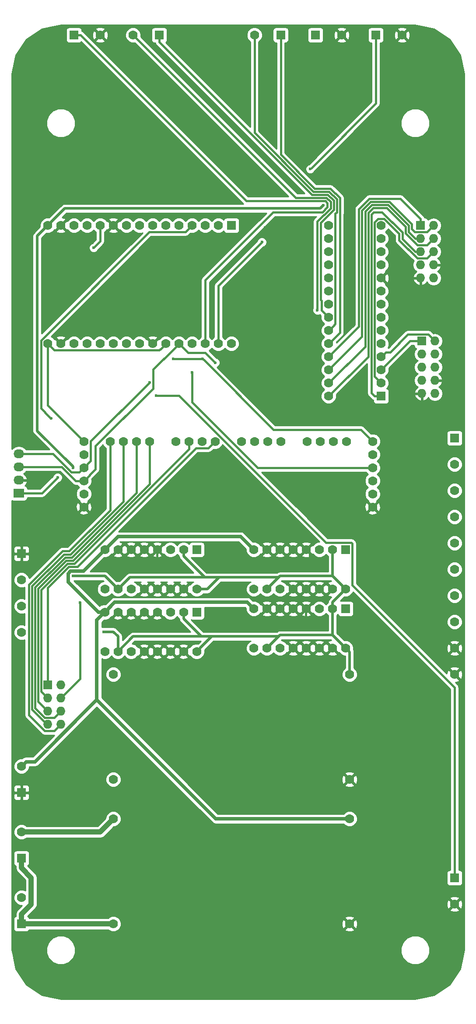
<source format=gbl>
G04 #@! TF.FileFunction,Copper,L2,Bot,Signal*
%FSLAX46Y46*%
G04 Gerber Fmt 4.6, Leading zero omitted, Abs format (unit mm)*
G04 Created by KiCad (PCBNEW 4.0.3-stable) date Wednesday, August 17, 2016 'PMt' 02:01:32 PM*
%MOMM*%
%LPD*%
G01*
G04 APERTURE LIST*
%ADD10C,0.100000*%
%ADD11R,1.778000X1.778000*%
%ADD12C,1.778000*%
%ADD13R,2.032000X1.727200*%
%ADD14O,2.032000X1.727200*%
%ADD15R,1.727200X1.727200*%
%ADD16O,1.727200X1.727200*%
%ADD17C,0.600000*%
%ADD18C,0.400000*%
%ADD19C,1.000000*%
%ADD20C,0.500000*%
%ADD21C,0.700000*%
%ADD22C,0.254000*%
G04 APERTURE END LIST*
D10*
D11*
X90678000Y-227330000D03*
D12*
X88138000Y-227330000D03*
X85598000Y-227330000D03*
X83058000Y-227330000D03*
X80518000Y-227330000D03*
X77978000Y-227330000D03*
X75438000Y-227330000D03*
X72898000Y-227330000D03*
X72898000Y-234950000D03*
X75438000Y-234950000D03*
X77978000Y-234950000D03*
X80518000Y-234950000D03*
X83058000Y-234950000D03*
X85598000Y-234950000D03*
X88138000Y-234950000D03*
X90678000Y-234950000D03*
D11*
X68580000Y-164592000D03*
D12*
X66040000Y-164592000D03*
X63500000Y-164592000D03*
X60960000Y-164592000D03*
X58420000Y-164592000D03*
X55880000Y-164592000D03*
X53340000Y-164592000D03*
X50800000Y-164592000D03*
X48260000Y-164592000D03*
X45720000Y-164592000D03*
X43180000Y-164592000D03*
X40640000Y-164592000D03*
X38100000Y-164592000D03*
X35560000Y-164592000D03*
X33020000Y-164592000D03*
X33020000Y-187452000D03*
X35560000Y-187452000D03*
X38100000Y-187452000D03*
X40640000Y-187452000D03*
X43180000Y-187452000D03*
X45720000Y-187452000D03*
X48260000Y-187452000D03*
X50800000Y-187452000D03*
X53340000Y-187452000D03*
X55880000Y-187452000D03*
X58420000Y-187452000D03*
X60960000Y-187452000D03*
X63500000Y-187452000D03*
X66040000Y-187452000D03*
X68580000Y-187452000D03*
D11*
X27940000Y-299720000D03*
D12*
X27940000Y-294640000D03*
D11*
X84836000Y-127762000D03*
D12*
X89916000Y-127762000D03*
D11*
X78105000Y-127762000D03*
D12*
X73025000Y-127762000D03*
D11*
X54610000Y-127762000D03*
D12*
X49530000Y-127762000D03*
D11*
X27940000Y-274320000D03*
D12*
X27940000Y-269240000D03*
D11*
X27940000Y-287020000D03*
D12*
X27940000Y-281940000D03*
D11*
X38100000Y-127762000D03*
D12*
X43180000Y-127762000D03*
D11*
X96520000Y-127762000D03*
D12*
X101600000Y-127762000D03*
X45720000Y-251460000D03*
X45720000Y-271780000D03*
X91440000Y-271780000D03*
X91440000Y-251460000D03*
X95885000Y-219075000D03*
X95885000Y-216535000D03*
X95885000Y-213995000D03*
X95885000Y-211455000D03*
X95885000Y-208915000D03*
X95885000Y-206375000D03*
X90805000Y-206375000D03*
X88265000Y-206375000D03*
X85725000Y-206375000D03*
X83185000Y-206375000D03*
X78105000Y-206375000D03*
X75565000Y-206375000D03*
X73025000Y-206375000D03*
X70485000Y-206375000D03*
X65405000Y-206375000D03*
X62865000Y-206375000D03*
X60325000Y-206375000D03*
X57785000Y-206375000D03*
X52705000Y-206375000D03*
X50165000Y-206375000D03*
X47625000Y-206375000D03*
X45085000Y-206375000D03*
X40005000Y-206375000D03*
X40005000Y-208915000D03*
X40005000Y-211455000D03*
X40005000Y-213995000D03*
X40005000Y-216535000D03*
X40005000Y-219075000D03*
X45720000Y-279400000D03*
X45720000Y-299720000D03*
X91440000Y-299720000D03*
X91440000Y-279400000D03*
D13*
X27432000Y-216408000D03*
D14*
X27432000Y-213868000D03*
X27432000Y-211328000D03*
X27432000Y-208788000D03*
D11*
X27940000Y-228092000D03*
D12*
X27940000Y-233172000D03*
X27940000Y-238252000D03*
X27940000Y-243332000D03*
D15*
X105410000Y-186944000D03*
D16*
X107950000Y-186944000D03*
X105410000Y-189484000D03*
X107950000Y-189484000D03*
X105410000Y-192024000D03*
X107950000Y-192024000D03*
X105410000Y-194564000D03*
X107950000Y-194564000D03*
X105410000Y-197104000D03*
X107950000Y-197104000D03*
D15*
X105156000Y-164592000D03*
D16*
X107696000Y-164592000D03*
X105156000Y-167132000D03*
X107696000Y-167132000D03*
X105156000Y-169672000D03*
X107696000Y-169672000D03*
X105156000Y-172212000D03*
X107696000Y-172212000D03*
X105156000Y-174752000D03*
X107696000Y-174752000D03*
D15*
X33020000Y-253492000D03*
D16*
X35560000Y-253492000D03*
X33020000Y-256032000D03*
X35560000Y-256032000D03*
X33020000Y-258572000D03*
X35560000Y-258572000D03*
X33020000Y-261112000D03*
X35560000Y-261112000D03*
D11*
X90678000Y-238760000D03*
D12*
X88138000Y-238760000D03*
X85598000Y-238760000D03*
X83058000Y-238760000D03*
X80518000Y-238760000D03*
X77978000Y-238760000D03*
X75438000Y-238760000D03*
X72898000Y-238760000D03*
X72898000Y-246380000D03*
X75438000Y-246380000D03*
X77978000Y-246380000D03*
X80518000Y-246380000D03*
X83058000Y-246380000D03*
X85598000Y-246380000D03*
X88138000Y-246380000D03*
X90678000Y-246380000D03*
D11*
X61849000Y-227330000D03*
D12*
X59309000Y-227330000D03*
X56769000Y-227330000D03*
X54229000Y-227330000D03*
X51689000Y-227330000D03*
X49149000Y-227330000D03*
X46609000Y-227330000D03*
X44069000Y-227330000D03*
X44069000Y-234950000D03*
X46609000Y-234950000D03*
X49149000Y-234950000D03*
X51689000Y-234950000D03*
X54229000Y-234950000D03*
X56769000Y-234950000D03*
X59309000Y-234950000D03*
X61849000Y-234950000D03*
D11*
X61849000Y-239395000D03*
D12*
X59309000Y-239395000D03*
X56769000Y-239395000D03*
X54229000Y-239395000D03*
X51689000Y-239395000D03*
X49149000Y-239395000D03*
X46609000Y-239395000D03*
X44069000Y-239395000D03*
X44069000Y-247015000D03*
X46609000Y-247015000D03*
X49149000Y-247015000D03*
X51689000Y-247015000D03*
X54229000Y-247015000D03*
X56769000Y-247015000D03*
X59309000Y-247015000D03*
X61849000Y-247015000D03*
D11*
X97536000Y-197612000D03*
D12*
X97536000Y-195072000D03*
X97536000Y-192532000D03*
X97536000Y-189992000D03*
X97536000Y-187452000D03*
X97536000Y-184912000D03*
X97536000Y-182372000D03*
X97536000Y-179832000D03*
X97536000Y-177292000D03*
X97536000Y-174752000D03*
X97536000Y-172212000D03*
X97536000Y-169672000D03*
X97536000Y-167132000D03*
X97536000Y-164592000D03*
X87376000Y-164592000D03*
X87376000Y-167132000D03*
X87376000Y-169672000D03*
X87376000Y-172212000D03*
X87376000Y-174752000D03*
X87376000Y-177292000D03*
X87376000Y-179832000D03*
X87376000Y-182372000D03*
X87376000Y-184912000D03*
X87376000Y-187452000D03*
X87376000Y-189992000D03*
X87376000Y-192532000D03*
X87376000Y-195072000D03*
X87376000Y-197612000D03*
D11*
X111760000Y-290830000D03*
D12*
X111760000Y-295910000D03*
D11*
X111760000Y-205740000D03*
D12*
X111760000Y-210820000D03*
X111760000Y-215900000D03*
X111760000Y-220980000D03*
X111760000Y-226060000D03*
X111760000Y-231140000D03*
X111760000Y-236220000D03*
X111760000Y-241300000D03*
X111760000Y-246380000D03*
X111760000Y-251460000D03*
D17*
X41910000Y-168910000D03*
X34925000Y-213360000D03*
X62992000Y-190373000D03*
X57277000Y-190373000D03*
X83300000Y-173500000D03*
X75100000Y-165000000D03*
X72500000Y-163700000D03*
X83000000Y-242500000D03*
X83700000Y-230900000D03*
X54200000Y-231300000D03*
X83900000Y-171200000D03*
X83900000Y-165900000D03*
X33655000Y-201930000D03*
X33655000Y-201930000D03*
X86360000Y-160655000D03*
X37915989Y-232410000D03*
X43815000Y-243205000D03*
X37915989Y-211454991D03*
X65405000Y-191135000D03*
X60960000Y-193040000D03*
X52705000Y-194945000D03*
X74472482Y-167817482D03*
X83820000Y-153670002D03*
X53975000Y-197485000D03*
X85200000Y-180999998D03*
X39300000Y-237600000D03*
D18*
X33020000Y-187452000D02*
X34309001Y-188741001D01*
X34309001Y-188741001D02*
X54590999Y-188741001D01*
X54590999Y-188741001D02*
X54991001Y-188340999D01*
X54991001Y-188340999D02*
X55880000Y-187452000D01*
X95885000Y-206375000D02*
X93610000Y-204100000D01*
X93610000Y-204100000D02*
X76719000Y-204100000D01*
X76719000Y-204100000D02*
X63291999Y-190672999D01*
X63291999Y-190672999D02*
X62992000Y-190373000D01*
X41910000Y-168910000D02*
X43180000Y-167640000D01*
X43180000Y-167640000D02*
X43180000Y-164592000D01*
X27432000Y-216408000D02*
X31877000Y-216408000D01*
X31877000Y-216408000D02*
X34925000Y-213360000D01*
X57277000Y-190373000D02*
X62992000Y-190373000D01*
X33020000Y-187452000D02*
X33020000Y-199390000D01*
X33020000Y-199390000D02*
X40005000Y-206375000D01*
X83300000Y-173500000D02*
X83300000Y-171800000D01*
X83300000Y-171800000D02*
X83900000Y-171200000D01*
X83600000Y-165900000D02*
X83900000Y-165900000D01*
X83600000Y-165900000D02*
X83600001Y-170900001D01*
X76000000Y-165900000D02*
X83600000Y-165900000D01*
X83600001Y-170900001D02*
X83900000Y-171200000D01*
X75100000Y-165000000D02*
X76000000Y-165900000D01*
X47512000Y-162800000D02*
X71600000Y-162800000D01*
X71600000Y-162800000D02*
X72500000Y-163700000D01*
X45720000Y-164592000D02*
X47512000Y-162800000D01*
X83000000Y-242500000D02*
X83000000Y-238818000D01*
X83000000Y-238818000D02*
X83058000Y-238760000D01*
X83700000Y-230900000D02*
X83700000Y-227972000D01*
X83700000Y-227972000D02*
X83058000Y-227330000D01*
X54200000Y-231300000D02*
X54200000Y-227359000D01*
X54200000Y-227359000D02*
X54229000Y-227330000D01*
X81000000Y-171000000D02*
X81000000Y-168800000D01*
X81000000Y-168800000D02*
X83900000Y-165900000D01*
X80800000Y-171200000D02*
X81000000Y-171000000D01*
X83900000Y-171200000D02*
X80800000Y-171200000D01*
X60960000Y-164592000D02*
X59670999Y-165881001D01*
X31730999Y-200005999D02*
X33355001Y-201630001D01*
X33355001Y-201630001D02*
X33655000Y-201930000D01*
X59670999Y-165881001D02*
X52683277Y-165881001D01*
X52683277Y-165881001D02*
X31730999Y-186833279D01*
X31730999Y-186833279D02*
X31730999Y-200005999D01*
D19*
X27940000Y-299720000D02*
X27940000Y-297831000D01*
X27940000Y-297831000D02*
X29829001Y-295941999D01*
X29829001Y-295941999D02*
X29829001Y-290798001D01*
X29829001Y-290798001D02*
X27940000Y-288909000D01*
X27940000Y-288909000D02*
X27940000Y-287020000D01*
X27940000Y-299720000D02*
X45720000Y-299720000D01*
X27940000Y-281940000D02*
X43180000Y-281940000D01*
X43180000Y-281940000D02*
X45720000Y-279400000D01*
D20*
X85725000Y-161290000D02*
X86360000Y-160655000D01*
X36322000Y-161290000D02*
X85725000Y-161290000D01*
X33020000Y-164592000D02*
X36322000Y-161290000D01*
X46609000Y-234950000D02*
X44069000Y-232410000D01*
X44069000Y-232410000D02*
X37915989Y-232410000D01*
X45720000Y-243205000D02*
X46609000Y-244094000D01*
X46609000Y-244094000D02*
X46609000Y-247015000D01*
X43815000Y-243205000D02*
X45720000Y-243205000D01*
X33020000Y-164592000D02*
X30980988Y-166631012D01*
X30980988Y-166631012D02*
X30980988Y-204335988D01*
X37915989Y-211270989D02*
X37915989Y-211454991D01*
X30980988Y-204335988D02*
X37915989Y-211270989D01*
X48895000Y-232664000D02*
X66167000Y-232664000D01*
X66167000Y-232664000D02*
X70739000Y-232664000D01*
X61849000Y-234950000D02*
X63881000Y-234950000D01*
X63881000Y-234950000D02*
X66167000Y-232664000D01*
X62750765Y-244094000D02*
X64770000Y-244094000D01*
X64770000Y-244094000D02*
X68580000Y-244094000D01*
X61849000Y-247015000D02*
X62737999Y-246126001D01*
X62737999Y-246126001D02*
X64770000Y-244094000D01*
X49530000Y-244094000D02*
X68580000Y-244094000D01*
X68580000Y-244094000D02*
X77724000Y-244094000D01*
X59309000Y-239395000D02*
X59309000Y-240652235D01*
X59309000Y-240652235D02*
X62750765Y-244094000D01*
X70739000Y-232664000D02*
X77724000Y-232664000D01*
X59309000Y-227330000D02*
X59309000Y-228587235D01*
X59309000Y-228587235D02*
X63385765Y-232664000D01*
X63385765Y-232664000D02*
X70739000Y-232664000D01*
X75438000Y-234950000D02*
X77724000Y-232664000D01*
X77724000Y-232664000D02*
X77978000Y-232410000D01*
X46609000Y-234950000D02*
X48895000Y-232664000D01*
X46609000Y-247015000D02*
X49530000Y-244094000D01*
X77724000Y-244094000D02*
X77978000Y-243840000D01*
X77978000Y-232410000D02*
X88138000Y-232410000D01*
X75438000Y-246380000D02*
X77978000Y-243840000D01*
X77978000Y-243840000D02*
X88138000Y-243840000D01*
X90678000Y-234950000D02*
X88138000Y-232410000D01*
X88138000Y-232410000D02*
X88138000Y-227330000D01*
X88138000Y-238760000D02*
X88138000Y-237490000D01*
X88138000Y-237490000D02*
X90678000Y-234950000D01*
X90678000Y-246380000D02*
X88138000Y-243840000D01*
X88138000Y-243840000D02*
X88138000Y-238760000D01*
X91440000Y-251460000D02*
X91440000Y-247142000D01*
X91440000Y-247142000D02*
X90678000Y-246380000D01*
D18*
X38423451Y-213995000D02*
X38747765Y-213995000D01*
X35756451Y-211328000D02*
X38423451Y-213995000D01*
X27432000Y-211328000D02*
X35756451Y-211328000D01*
X38747765Y-213995000D02*
X40005000Y-213995000D01*
X63500000Y-189230000D02*
X60198000Y-189230000D01*
X60198000Y-189230000D02*
X58420000Y-187452000D01*
X65405000Y-191135000D02*
X63500000Y-189230000D01*
X53405002Y-192466998D02*
X57531001Y-188340999D01*
X53405002Y-196147276D02*
X53405002Y-192466998D01*
X42265600Y-207286678D02*
X53405002Y-196147276D01*
X40005000Y-213995000D02*
X42265600Y-211734400D01*
X57531001Y-188340999D02*
X58420000Y-187452000D01*
X42265600Y-211734400D02*
X42265600Y-207286678D01*
X39116001Y-212343999D02*
X40005000Y-211455000D01*
X37620993Y-212343999D02*
X39116001Y-212343999D01*
X34064994Y-208788000D02*
X37620993Y-212343999D01*
X27432000Y-208788000D02*
X34064994Y-208788000D01*
X95885000Y-211455000D02*
X73657278Y-211455000D01*
X73657278Y-211455000D02*
X60960000Y-198757722D01*
X60960000Y-198757722D02*
X60960000Y-193040000D01*
X40005000Y-211455000D02*
X41294001Y-210165999D01*
X41294001Y-210165999D02*
X41294001Y-206355999D01*
X41294001Y-206355999D02*
X52705000Y-194945000D01*
X66040000Y-187452000D02*
X66040000Y-176249964D01*
X66040000Y-176249964D02*
X74172483Y-168117481D01*
X74172483Y-168117481D02*
X74472482Y-167817482D01*
D21*
X44069000Y-239395000D02*
X42811765Y-239395000D01*
X36965987Y-233549222D02*
X36965987Y-231953998D01*
X43180001Y-228218999D02*
X44069000Y-227330000D01*
X39939002Y-231459998D02*
X43180001Y-228218999D01*
X37459987Y-231459998D02*
X39939002Y-231459998D01*
X42811765Y-239395000D02*
X36965987Y-233549222D01*
X36965987Y-231953998D02*
X37459987Y-231459998D01*
X43180001Y-240283999D02*
X44069000Y-239395000D01*
X42529999Y-256382131D02*
X42529999Y-240934001D01*
X42529999Y-240934001D02*
X43180001Y-240283999D01*
X91440000Y-279400000D02*
X65547868Y-279400000D01*
X65547868Y-279400000D02*
X42529999Y-256382131D01*
X44069000Y-227330000D02*
X46609000Y-224790000D01*
X46609000Y-224790000D02*
X70358000Y-224790000D01*
X70358000Y-224790000D02*
X72009001Y-226441001D01*
X72009001Y-226441001D02*
X72898000Y-227330000D01*
X44069000Y-239395000D02*
X45974000Y-237490000D01*
X45974000Y-237490000D02*
X71628000Y-237490000D01*
X71628000Y-237490000D02*
X72009001Y-237871001D01*
X72009001Y-237871001D02*
X72898000Y-238760000D01*
X27940000Y-269240000D02*
X28828999Y-268351001D01*
X28828999Y-268351001D02*
X30561129Y-268351001D01*
X30561129Y-268351001D02*
X42529999Y-256382131D01*
D18*
X63500000Y-175198276D02*
X63500000Y-186194765D01*
X76658265Y-162040011D02*
X63500000Y-175198276D01*
X86158993Y-162040011D02*
X76658265Y-162040011D01*
X63500000Y-186194765D02*
X63500000Y-187452000D01*
X39389000Y-127762000D02*
X71481998Y-159854998D01*
X87160002Y-161039002D02*
X86158993Y-162040011D01*
X87160002Y-160270998D02*
X87160002Y-161039002D01*
X71481998Y-159854998D02*
X86744002Y-159854998D01*
X38100000Y-127762000D02*
X39389000Y-127762000D01*
X86744002Y-159854998D02*
X87160002Y-160270998D01*
X96520000Y-140970002D02*
X84119999Y-153370003D01*
X84119999Y-153370003D02*
X83820000Y-153670002D01*
X96520000Y-127762000D02*
X96520000Y-140970002D01*
X111760000Y-290830000D02*
X111760000Y-254000000D01*
X58422722Y-197485000D02*
X53975000Y-197485000D01*
X111760000Y-254000000D02*
X91967001Y-234207001D01*
X91967001Y-234207001D02*
X91967001Y-226120999D01*
X91967001Y-226120999D02*
X91787001Y-225940999D01*
X86878721Y-225940999D02*
X58422722Y-197485000D01*
X91787001Y-225940999D02*
X86878721Y-225940999D01*
X97536000Y-192532000D02*
X103124000Y-186944000D01*
X103124000Y-186944000D02*
X105410000Y-186944000D01*
X99313999Y-189103001D02*
X102736601Y-185680399D01*
X102736601Y-185680399D02*
X106686399Y-185680399D01*
X106686399Y-185680399D02*
X107086401Y-186080401D01*
X107086401Y-186080401D02*
X107950000Y-186944000D01*
X97536000Y-189992000D02*
X98424999Y-189103001D01*
X98424999Y-189103001D02*
X99313999Y-189103001D01*
X101235147Y-159407547D02*
X105156000Y-163328400D01*
X87376000Y-189992000D02*
X93246944Y-184121056D01*
X93246944Y-184121056D02*
X93246944Y-161412541D01*
X105156000Y-163328400D02*
X105156000Y-164592000D01*
X93246944Y-161412541D02*
X95251938Y-159407547D01*
X95251938Y-159407547D02*
X101235147Y-159407547D01*
X104040085Y-165868399D02*
X106419601Y-165868399D01*
X106419601Y-165868399D02*
X106832401Y-165455599D01*
X93846955Y-161661073D02*
X95500470Y-160007558D01*
X103441242Y-164309071D02*
X103441242Y-165269554D01*
X87376000Y-192532000D02*
X93846955Y-186061045D01*
X106832401Y-165455599D02*
X107696000Y-164592000D01*
X103441242Y-165269554D02*
X104040085Y-165868399D01*
X99139729Y-160007558D02*
X103441242Y-164309071D01*
X93846955Y-186061045D02*
X93846955Y-161661073D01*
X95500470Y-160007558D02*
X99139729Y-160007558D01*
X104134415Y-167132000D02*
X105156000Y-167132000D01*
X102841231Y-165838816D02*
X104134415Y-167132000D01*
X102841231Y-164557603D02*
X102841231Y-165838816D01*
X94446966Y-188001034D02*
X94446966Y-161909605D01*
X95749002Y-160607569D02*
X98891197Y-160607569D01*
X98891197Y-160607569D02*
X102841231Y-164557603D01*
X87376000Y-195072000D02*
X94446966Y-188001034D01*
X94446966Y-161909605D02*
X95749002Y-160607569D01*
X106832401Y-167995599D02*
X107696000Y-167132000D01*
X98617265Y-161207580D02*
X102241220Y-164831535D01*
X104549471Y-168395601D02*
X106432399Y-168395601D01*
X106432399Y-168395601D02*
X106832401Y-167995599D01*
X102241220Y-166087350D02*
X104549471Y-168395601D01*
X102241220Y-164831535D02*
X102241220Y-166087350D01*
X87376000Y-197612000D02*
X95046977Y-189941023D01*
X95997534Y-161207580D02*
X98617265Y-161207580D01*
X95046977Y-189941023D02*
X95046978Y-162158136D01*
X95046978Y-162158136D02*
X95997534Y-161207580D01*
X104134412Y-169672000D02*
X105156000Y-169672000D01*
X97711056Y-162010791D02*
X101641209Y-165940944D01*
X96093667Y-162010791D02*
X97711056Y-162010791D01*
X95646988Y-197011988D02*
X95646988Y-162457470D01*
X101641209Y-165940944D02*
X101641209Y-167178797D01*
X95646988Y-162457470D02*
X96093667Y-162010791D01*
X96247000Y-197612000D02*
X95646988Y-197011988D01*
X101641209Y-167178797D02*
X104134412Y-169672000D01*
X97536000Y-197612000D02*
X96247000Y-197612000D01*
X101041199Y-167427329D02*
X104549471Y-170935601D01*
X97536000Y-195072000D02*
X96246999Y-193782999D01*
X98151999Y-163302999D02*
X101041199Y-166192199D01*
X106832401Y-170535599D02*
X107696000Y-169672000D01*
X96246999Y-163973279D02*
X96917279Y-163302999D01*
X101041199Y-166192199D02*
X101041199Y-167427329D01*
X96917279Y-163302999D02*
X98151999Y-163302999D01*
X106432399Y-170935601D02*
X106832401Y-170535599D01*
X96246999Y-193782999D02*
X96246999Y-163973279D01*
X104549471Y-170935601D02*
X106432399Y-170935601D01*
X88264999Y-186563001D02*
X87376000Y-187452000D01*
X89535000Y-185293000D02*
X88264999Y-186563001D01*
X78105000Y-127762000D02*
X78105000Y-150896004D01*
X89535000Y-162326004D02*
X89535000Y-185293000D01*
X89560046Y-162300958D02*
X89535000Y-162326004D01*
X89560046Y-159276870D02*
X89560046Y-162300958D01*
X87738130Y-157454954D02*
X89560046Y-159276870D01*
X84663950Y-157454954D02*
X87738130Y-157454954D01*
X78105000Y-150896004D02*
X84663950Y-157454954D01*
X88960035Y-159525402D02*
X88960035Y-162009514D01*
X88264999Y-184023001D02*
X87376000Y-184912000D01*
X87489598Y-158054965D02*
X88960035Y-159525402D01*
X88960035Y-162009514D02*
X88665001Y-162304548D01*
X84415418Y-158054965D02*
X87489598Y-158054965D01*
X88665001Y-162304548D02*
X88665001Y-183622999D01*
X88665001Y-183622999D02*
X88264999Y-184023001D01*
X73025000Y-146664547D02*
X84415418Y-158054965D01*
X73025000Y-127762000D02*
X73025000Y-146664547D01*
X87241066Y-158654976D02*
X88360024Y-159773934D01*
X88360024Y-159773934D02*
X88360024Y-161536066D01*
X84166886Y-158654976D02*
X87241066Y-158654976D01*
X86000001Y-179163999D02*
X86000001Y-180996001D01*
X54610000Y-129098090D02*
X84166886Y-158654976D01*
X54610000Y-127762000D02*
X54610000Y-129098090D01*
X88360024Y-161536066D02*
X85830000Y-164066090D01*
X85830000Y-178993998D02*
X86000001Y-179163999D01*
X85830000Y-164066090D02*
X85830000Y-178993998D01*
X86487001Y-181483001D02*
X87376000Y-182372000D01*
X86000001Y-180996001D02*
X86487001Y-181483001D01*
X85200000Y-180575734D02*
X85200000Y-180999998D01*
X85200000Y-163847547D02*
X85200000Y-180575734D01*
X87760013Y-161287534D02*
X85200000Y-163847547D01*
X86992534Y-159254987D02*
X87760013Y-160022466D01*
X49530000Y-127762000D02*
X81022987Y-159254987D01*
X81022987Y-159254987D02*
X86992534Y-159254987D01*
X87760013Y-160022466D02*
X87760013Y-161287534D01*
X33020000Y-234697888D02*
X37107901Y-230609987D01*
X37107901Y-230609987D02*
X38733291Y-230609987D01*
X64516001Y-207263999D02*
X65405000Y-206375000D01*
X64115999Y-207664001D02*
X64516001Y-207263999D01*
X33020000Y-253492000D02*
X33020000Y-234697888D01*
X38733291Y-230609987D02*
X61679277Y-207664001D01*
X61679277Y-207664001D02*
X64115999Y-207664001D01*
X36859369Y-230009976D02*
X38179196Y-230009976D01*
X60325000Y-207864172D02*
X60325000Y-207632235D01*
X60325000Y-207632235D02*
X60325000Y-206375000D01*
X31756399Y-254768399D02*
X31756399Y-235112946D01*
X33020000Y-256032000D02*
X31756399Y-254768399D01*
X38179196Y-230009976D02*
X60325000Y-207864172D01*
X31756399Y-235112946D02*
X36859369Y-230009976D01*
X39300000Y-237600000D02*
X39300000Y-252292000D01*
X39300000Y-252292000D02*
X35560000Y-256032000D01*
X52705000Y-207632235D02*
X52705000Y-206375000D01*
X52705000Y-214635627D02*
X52705000Y-207632235D01*
X36610837Y-229409965D02*
X37930662Y-229409965D01*
X31156388Y-234864414D02*
X36610837Y-229409965D01*
X31156388Y-256708388D02*
X31156388Y-234864414D01*
X33020000Y-258572000D02*
X31156388Y-256708388D01*
X37930662Y-229409965D02*
X52705000Y-214635627D01*
X32413471Y-259835601D02*
X30556377Y-257978507D01*
X50165000Y-207632235D02*
X50165000Y-206375000D01*
X36362305Y-228809954D02*
X37682130Y-228809954D01*
X37682130Y-228809954D02*
X50165000Y-216327084D01*
X35560000Y-258572000D02*
X34296399Y-259835601D01*
X30556377Y-234615882D02*
X36362305Y-228809954D01*
X34296399Y-259835601D02*
X32413471Y-259835601D01*
X50165000Y-216327084D02*
X50165000Y-207632235D01*
X30556377Y-257978507D02*
X30556377Y-234615882D01*
X47625000Y-218018541D02*
X47625000Y-207632235D01*
X37433598Y-228209943D02*
X47625000Y-218018541D01*
X29956366Y-234367350D02*
X36113773Y-228209943D01*
X29956366Y-258227038D02*
X29956366Y-234367350D01*
X33020000Y-261112000D02*
X32841328Y-261112000D01*
X47625000Y-207632235D02*
X47625000Y-206375000D01*
X32841328Y-261112000D02*
X29956366Y-258227038D01*
X36113773Y-228209943D02*
X37433598Y-228209943D01*
X45085000Y-219709998D02*
X45085000Y-207632235D01*
X45085000Y-207632235D02*
X45085000Y-206375000D01*
X29356355Y-259318485D02*
X29356355Y-234118818D01*
X35865241Y-227609932D02*
X37185066Y-227609932D01*
X35560000Y-261112000D02*
X34296399Y-262375601D01*
X29356355Y-234118818D02*
X35865241Y-227609932D01*
X32413471Y-262375601D02*
X29356355Y-259318485D01*
X34296399Y-262375601D02*
X32413471Y-262375601D01*
X37185066Y-227609932D02*
X45085000Y-219709998D01*
D22*
G36*
X107751037Y-126537190D02*
X110812324Y-128582676D01*
X112857810Y-131643963D01*
X113590000Y-135324926D01*
X113590000Y-304730074D01*
X112857810Y-308411037D01*
X110812324Y-311472324D01*
X107751037Y-313517810D01*
X104070069Y-314250000D01*
X35629926Y-314250000D01*
X31948963Y-313517810D01*
X28887676Y-311472324D01*
X26842190Y-308411037D01*
X26233619Y-305351540D01*
X32774518Y-305351540D01*
X33197616Y-306375515D01*
X33980365Y-307159631D01*
X35003599Y-307584515D01*
X36111540Y-307585482D01*
X37135515Y-307162384D01*
X37919631Y-306379635D01*
X38344515Y-305356401D01*
X38344519Y-305351540D01*
X101354518Y-305351540D01*
X101777616Y-306375515D01*
X102560365Y-307159631D01*
X103583599Y-307584515D01*
X104691540Y-307585482D01*
X105715515Y-307162384D01*
X106499631Y-306379635D01*
X106924515Y-305356401D01*
X106925482Y-304248460D01*
X106502384Y-303224485D01*
X105719635Y-302440369D01*
X104696401Y-302015485D01*
X103588460Y-302014518D01*
X102564485Y-302437616D01*
X101780369Y-303220365D01*
X101355485Y-304243599D01*
X101354518Y-305351540D01*
X38344519Y-305351540D01*
X38345482Y-304248460D01*
X37922384Y-303224485D01*
X37139635Y-302440369D01*
X36116401Y-302015485D01*
X35008460Y-302014518D01*
X33984485Y-302437616D01*
X33200369Y-303220365D01*
X32775485Y-304243599D01*
X32774518Y-305351540D01*
X26233619Y-305351540D01*
X26110000Y-304730069D01*
X26110000Y-286131000D01*
X26403560Y-286131000D01*
X26403560Y-287909000D01*
X26447838Y-288144317D01*
X26586910Y-288360441D01*
X26799110Y-288505431D01*
X26805000Y-288506624D01*
X26805000Y-288909000D01*
X26891397Y-289343346D01*
X26980642Y-289476910D01*
X27137434Y-289711566D01*
X28694001Y-291268133D01*
X28694001Y-293302926D01*
X28244472Y-293116265D01*
X27638188Y-293115736D01*
X27077851Y-293347262D01*
X26648769Y-293775596D01*
X26416265Y-294335528D01*
X26415736Y-294941812D01*
X26647262Y-295502149D01*
X27075596Y-295931231D01*
X27635528Y-296163735D01*
X28001813Y-296164055D01*
X27137434Y-297028434D01*
X26891397Y-297396654D01*
X26805000Y-297831000D01*
X26805000Y-298234712D01*
X26599559Y-298366910D01*
X26454569Y-298579110D01*
X26403560Y-298831000D01*
X26403560Y-300609000D01*
X26447838Y-300844317D01*
X26586910Y-301060441D01*
X26799110Y-301205431D01*
X27051000Y-301256440D01*
X28829000Y-301256440D01*
X29064317Y-301212162D01*
X29280441Y-301073090D01*
X29425431Y-300860890D01*
X29426624Y-300855000D01*
X44699637Y-300855000D01*
X44855596Y-301011231D01*
X45415528Y-301243735D01*
X46021812Y-301244264D01*
X46582149Y-301012738D01*
X46803076Y-300792196D01*
X90547409Y-300792196D01*
X90632467Y-301047539D01*
X91201965Y-301255516D01*
X91807700Y-301229723D01*
X92247533Y-301047539D01*
X92332591Y-300792196D01*
X91440000Y-299899605D01*
X90547409Y-300792196D01*
X46803076Y-300792196D01*
X47011231Y-300584404D01*
X47243735Y-300024472D01*
X47244208Y-299481965D01*
X89904484Y-299481965D01*
X89930277Y-300087700D01*
X90112461Y-300527533D01*
X90367804Y-300612591D01*
X91260395Y-299720000D01*
X91619605Y-299720000D01*
X92512196Y-300612591D01*
X92767539Y-300527533D01*
X92975516Y-299958035D01*
X92949723Y-299352300D01*
X92767539Y-298912467D01*
X92512196Y-298827409D01*
X91619605Y-299720000D01*
X91260395Y-299720000D01*
X90367804Y-298827409D01*
X90112461Y-298912467D01*
X89904484Y-299481965D01*
X47244208Y-299481965D01*
X47244264Y-299418188D01*
X47012738Y-298857851D01*
X46803058Y-298647804D01*
X90547409Y-298647804D01*
X91440000Y-299540395D01*
X92332591Y-298647804D01*
X92247533Y-298392461D01*
X91678035Y-298184484D01*
X91072300Y-298210277D01*
X90632467Y-298392461D01*
X90547409Y-298647804D01*
X46803058Y-298647804D01*
X46584404Y-298428769D01*
X46024472Y-298196265D01*
X45418188Y-298195736D01*
X44857851Y-298427262D01*
X44699838Y-298585000D01*
X29425288Y-298585000D01*
X29293090Y-298379559D01*
X29116935Y-298259197D01*
X30393936Y-296982196D01*
X110867409Y-296982196D01*
X110952467Y-297237539D01*
X111521965Y-297445516D01*
X112127700Y-297419723D01*
X112567533Y-297237539D01*
X112652591Y-296982196D01*
X111760000Y-296089605D01*
X110867409Y-296982196D01*
X30393936Y-296982196D01*
X30631567Y-296744565D01*
X30664017Y-296696000D01*
X30877604Y-296376345D01*
X30964001Y-295941999D01*
X30964001Y-295671965D01*
X110224484Y-295671965D01*
X110250277Y-296277700D01*
X110432461Y-296717533D01*
X110687804Y-296802591D01*
X111580395Y-295910000D01*
X111939605Y-295910000D01*
X112832196Y-296802591D01*
X113087539Y-296717533D01*
X113295516Y-296148035D01*
X113269723Y-295542300D01*
X113087539Y-295102467D01*
X112832196Y-295017409D01*
X111939605Y-295910000D01*
X111580395Y-295910000D01*
X110687804Y-295017409D01*
X110432461Y-295102467D01*
X110224484Y-295671965D01*
X30964001Y-295671965D01*
X30964001Y-294837804D01*
X110867409Y-294837804D01*
X111760000Y-295730395D01*
X112652591Y-294837804D01*
X112567533Y-294582461D01*
X111998035Y-294374484D01*
X111392300Y-294400277D01*
X110952467Y-294582461D01*
X110867409Y-294837804D01*
X30964001Y-294837804D01*
X30964001Y-290798001D01*
X30877604Y-290363655D01*
X30631567Y-289995435D01*
X29115414Y-288479282D01*
X29280441Y-288373090D01*
X29425431Y-288160890D01*
X29476440Y-287909000D01*
X29476440Y-286131000D01*
X29432162Y-285895683D01*
X29293090Y-285679559D01*
X29080890Y-285534569D01*
X28829000Y-285483560D01*
X27051000Y-285483560D01*
X26815683Y-285527838D01*
X26599559Y-285666910D01*
X26454569Y-285879110D01*
X26403560Y-286131000D01*
X26110000Y-286131000D01*
X26110000Y-282241812D01*
X26415736Y-282241812D01*
X26647262Y-282802149D01*
X27075596Y-283231231D01*
X27635528Y-283463735D01*
X28241812Y-283464264D01*
X28802149Y-283232738D01*
X28960162Y-283075000D01*
X43180000Y-283075000D01*
X43614346Y-282988603D01*
X43982566Y-282742566D01*
X45801061Y-280924071D01*
X46021812Y-280924264D01*
X46582149Y-280692738D01*
X47011231Y-280264404D01*
X47243735Y-279704472D01*
X47244264Y-279098188D01*
X47012738Y-278537851D01*
X46584404Y-278108769D01*
X46024472Y-277876265D01*
X45418188Y-277875736D01*
X44857851Y-278107262D01*
X44428769Y-278535596D01*
X44196265Y-279095528D01*
X44196070Y-279318797D01*
X42709868Y-280805000D01*
X28960363Y-280805000D01*
X28804404Y-280648769D01*
X28244472Y-280416265D01*
X27638188Y-280415736D01*
X27077851Y-280647262D01*
X26648769Y-281075596D01*
X26416265Y-281635528D01*
X26415736Y-282241812D01*
X26110000Y-282241812D01*
X26110000Y-274605750D01*
X26416000Y-274605750D01*
X26416000Y-275335309D01*
X26512673Y-275568698D01*
X26691301Y-275747327D01*
X26924690Y-275844000D01*
X27654250Y-275844000D01*
X27813000Y-275685250D01*
X27813000Y-274447000D01*
X28067000Y-274447000D01*
X28067000Y-275685250D01*
X28225750Y-275844000D01*
X28955310Y-275844000D01*
X29188699Y-275747327D01*
X29367327Y-275568698D01*
X29464000Y-275335309D01*
X29464000Y-274605750D01*
X29305250Y-274447000D01*
X28067000Y-274447000D01*
X27813000Y-274447000D01*
X26574750Y-274447000D01*
X26416000Y-274605750D01*
X26110000Y-274605750D01*
X26110000Y-273304691D01*
X26416000Y-273304691D01*
X26416000Y-274034250D01*
X26574750Y-274193000D01*
X27813000Y-274193000D01*
X27813000Y-272954750D01*
X28067000Y-272954750D01*
X28067000Y-274193000D01*
X29305250Y-274193000D01*
X29464000Y-274034250D01*
X29464000Y-273304691D01*
X29367327Y-273071302D01*
X29188699Y-272892673D01*
X28955310Y-272796000D01*
X28225750Y-272796000D01*
X28067000Y-272954750D01*
X27813000Y-272954750D01*
X27654250Y-272796000D01*
X26924690Y-272796000D01*
X26691301Y-272892673D01*
X26512673Y-273071302D01*
X26416000Y-273304691D01*
X26110000Y-273304691D01*
X26110000Y-272081812D01*
X44195736Y-272081812D01*
X44427262Y-272642149D01*
X44855596Y-273071231D01*
X45415528Y-273303735D01*
X46021812Y-273304264D01*
X46582149Y-273072738D01*
X47011231Y-272644404D01*
X47243735Y-272084472D01*
X47244264Y-271478188D01*
X47012738Y-270917851D01*
X46584404Y-270488769D01*
X46024472Y-270256265D01*
X45418188Y-270255736D01*
X44857851Y-270487262D01*
X44428769Y-270915596D01*
X44196265Y-271475528D01*
X44195736Y-272081812D01*
X26110000Y-272081812D01*
X26110000Y-228377750D01*
X26416000Y-228377750D01*
X26416000Y-229107309D01*
X26512673Y-229340698D01*
X26691301Y-229519327D01*
X26924690Y-229616000D01*
X27654250Y-229616000D01*
X27813000Y-229457250D01*
X27813000Y-228219000D01*
X28067000Y-228219000D01*
X28067000Y-229457250D01*
X28225750Y-229616000D01*
X28955310Y-229616000D01*
X29188699Y-229519327D01*
X29367327Y-229340698D01*
X29464000Y-229107309D01*
X29464000Y-228377750D01*
X29305250Y-228219000D01*
X28067000Y-228219000D01*
X27813000Y-228219000D01*
X26574750Y-228219000D01*
X26416000Y-228377750D01*
X26110000Y-228377750D01*
X26110000Y-227076691D01*
X26416000Y-227076691D01*
X26416000Y-227806250D01*
X26574750Y-227965000D01*
X27813000Y-227965000D01*
X27813000Y-226726750D01*
X28067000Y-226726750D01*
X28067000Y-227965000D01*
X29305250Y-227965000D01*
X29464000Y-227806250D01*
X29464000Y-227076691D01*
X29367327Y-226843302D01*
X29188699Y-226664673D01*
X28955310Y-226568000D01*
X28225750Y-226568000D01*
X28067000Y-226726750D01*
X27813000Y-226726750D01*
X27654250Y-226568000D01*
X26924690Y-226568000D01*
X26691301Y-226664673D01*
X26512673Y-226843302D01*
X26416000Y-227076691D01*
X26110000Y-227076691D01*
X26110000Y-220147196D01*
X39112409Y-220147196D01*
X39197467Y-220402539D01*
X39766965Y-220610516D01*
X40372700Y-220584723D01*
X40812533Y-220402539D01*
X40897591Y-220147196D01*
X40005000Y-219254605D01*
X39112409Y-220147196D01*
X26110000Y-220147196D01*
X26110000Y-218836965D01*
X38469484Y-218836965D01*
X38495277Y-219442700D01*
X38677461Y-219882533D01*
X38932804Y-219967591D01*
X39825395Y-219075000D01*
X40184605Y-219075000D01*
X41077196Y-219967591D01*
X41332539Y-219882533D01*
X41540516Y-219313035D01*
X41514723Y-218707300D01*
X41332539Y-218267467D01*
X41077196Y-218182409D01*
X40184605Y-219075000D01*
X39825395Y-219075000D01*
X38932804Y-218182409D01*
X38677461Y-218267467D01*
X38469484Y-218836965D01*
X26110000Y-218836965D01*
X26110000Y-217831059D01*
X26164110Y-217868031D01*
X26416000Y-217919040D01*
X28448000Y-217919040D01*
X28683317Y-217874762D01*
X28899441Y-217735690D01*
X29044431Y-217523490D01*
X29095440Y-217271600D01*
X29095440Y-217243000D01*
X31877000Y-217243000D01*
X32196541Y-217179439D01*
X32467434Y-216998434D01*
X35213333Y-214252535D01*
X35453943Y-214153117D01*
X35717192Y-213890327D01*
X35859838Y-213546799D01*
X35860162Y-213174833D01*
X35718117Y-212831057D01*
X35455327Y-212567808D01*
X35111799Y-212425162D01*
X34739833Y-212424838D01*
X34396057Y-212566883D01*
X34132808Y-212829673D01*
X34032222Y-213071910D01*
X31531132Y-215573000D01*
X29095440Y-215573000D01*
X29095440Y-215544400D01*
X29051162Y-215309083D01*
X28912090Y-215092959D01*
X28699890Y-214947969D01*
X28605073Y-214928768D01*
X28782732Y-214770036D01*
X29036709Y-214242791D01*
X29039358Y-214227026D01*
X28918217Y-213995000D01*
X27559000Y-213995000D01*
X27559000Y-214015000D01*
X27305000Y-214015000D01*
X27305000Y-213995000D01*
X27285000Y-213995000D01*
X27285000Y-213741000D01*
X27305000Y-213741000D01*
X27305000Y-213721000D01*
X27559000Y-213721000D01*
X27559000Y-213741000D01*
X28918217Y-213741000D01*
X29039358Y-213508974D01*
X29036709Y-213493209D01*
X28782732Y-212965964D01*
X28366931Y-212594461D01*
X28676415Y-212387670D01*
X28826535Y-212163000D01*
X35410583Y-212163000D01*
X37833017Y-214585434D01*
X38103911Y-214766440D01*
X38423451Y-214830000D01*
X38701044Y-214830000D01*
X38712262Y-214857149D01*
X39119737Y-215265336D01*
X38713769Y-215670596D01*
X38481265Y-216230528D01*
X38480736Y-216836812D01*
X38712262Y-217397149D01*
X39140596Y-217826231D01*
X39167506Y-217837405D01*
X39112409Y-218002804D01*
X40005000Y-218895395D01*
X40897591Y-218002804D01*
X40842647Y-217837862D01*
X40867149Y-217827738D01*
X41296231Y-217399404D01*
X41528735Y-216839472D01*
X41529264Y-216233188D01*
X41297738Y-215672851D01*
X40890263Y-215264664D01*
X41296231Y-214859404D01*
X41528735Y-214299472D01*
X41529264Y-213693188D01*
X41517106Y-213663762D01*
X42856034Y-212324834D01*
X42879309Y-212290000D01*
X43037039Y-212053941D01*
X43100600Y-211734400D01*
X43100600Y-207632546D01*
X43705640Y-207027506D01*
X43792262Y-207237149D01*
X44220596Y-207666231D01*
X44250000Y-207678441D01*
X44250000Y-219364130D01*
X36839198Y-226774932D01*
X35865241Y-226774932D01*
X35545700Y-226838493D01*
X35360410Y-226962300D01*
X35274807Y-227019498D01*
X29452526Y-232841779D01*
X29232738Y-232309851D01*
X28804404Y-231880769D01*
X28244472Y-231648265D01*
X27638188Y-231647736D01*
X27077851Y-231879262D01*
X26648769Y-232307596D01*
X26416265Y-232867528D01*
X26415736Y-233473812D01*
X26647262Y-234034149D01*
X27075596Y-234463231D01*
X27635528Y-234695735D01*
X28241812Y-234696264D01*
X28521355Y-234580759D01*
X28521355Y-236843237D01*
X28244472Y-236728265D01*
X27638188Y-236727736D01*
X27077851Y-236959262D01*
X26648769Y-237387596D01*
X26416265Y-237947528D01*
X26415736Y-238553812D01*
X26647262Y-239114149D01*
X27075596Y-239543231D01*
X27635528Y-239775735D01*
X28241812Y-239776264D01*
X28521355Y-239660759D01*
X28521355Y-241923237D01*
X28244472Y-241808265D01*
X27638188Y-241807736D01*
X27077851Y-242039262D01*
X26648769Y-242467596D01*
X26416265Y-243027528D01*
X26415736Y-243633812D01*
X26647262Y-244194149D01*
X27075596Y-244623231D01*
X27635528Y-244855735D01*
X28241812Y-244856264D01*
X28521355Y-244740759D01*
X28521355Y-259318485D01*
X28584916Y-259638026D01*
X28765921Y-259908919D01*
X31823037Y-262966035D01*
X32093930Y-263147040D01*
X32413471Y-263210601D01*
X34296399Y-263210601D01*
X34311541Y-263207589D01*
X30153129Y-267366001D01*
X28828999Y-267366001D01*
X28452056Y-267440980D01*
X28132499Y-267654501D01*
X28070886Y-267716114D01*
X27638188Y-267715736D01*
X27077851Y-267947262D01*
X26648769Y-268375596D01*
X26416265Y-268935528D01*
X26415736Y-269541812D01*
X26647262Y-270102149D01*
X27075596Y-270531231D01*
X27635528Y-270763735D01*
X28241812Y-270764264D01*
X28802149Y-270532738D01*
X29231231Y-270104404D01*
X29463735Y-269544472D01*
X29463917Y-269336001D01*
X30561129Y-269336001D01*
X30938072Y-269261022D01*
X31257629Y-269047501D01*
X42529999Y-257775131D01*
X64851368Y-280096501D01*
X65170925Y-280310021D01*
X65547868Y-280385000D01*
X90269899Y-280385000D01*
X90575596Y-280691231D01*
X91135528Y-280923735D01*
X91741812Y-280924264D01*
X92302149Y-280692738D01*
X92731231Y-280264404D01*
X92963735Y-279704472D01*
X92964264Y-279098188D01*
X92732738Y-278537851D01*
X92304404Y-278108769D01*
X91744472Y-277876265D01*
X91138188Y-277875736D01*
X90577851Y-278107262D01*
X90269576Y-278415000D01*
X65955869Y-278415000D01*
X60393065Y-272852196D01*
X90547409Y-272852196D01*
X90632467Y-273107539D01*
X91201965Y-273315516D01*
X91807700Y-273289723D01*
X92247533Y-273107539D01*
X92332591Y-272852196D01*
X91440000Y-271959605D01*
X90547409Y-272852196D01*
X60393065Y-272852196D01*
X59082834Y-271541965D01*
X89904484Y-271541965D01*
X89930277Y-272147700D01*
X90112461Y-272587533D01*
X90367804Y-272672591D01*
X91260395Y-271780000D01*
X91619605Y-271780000D01*
X92512196Y-272672591D01*
X92767539Y-272587533D01*
X92975516Y-272018035D01*
X92949723Y-271412300D01*
X92767539Y-270972467D01*
X92512196Y-270887409D01*
X91619605Y-271780000D01*
X91260395Y-271780000D01*
X90367804Y-270887409D01*
X90112461Y-270972467D01*
X89904484Y-271541965D01*
X59082834Y-271541965D01*
X58248673Y-270707804D01*
X90547409Y-270707804D01*
X91440000Y-271600395D01*
X92332591Y-270707804D01*
X92247533Y-270452461D01*
X91678035Y-270244484D01*
X91072300Y-270270277D01*
X90632467Y-270452461D01*
X90547409Y-270707804D01*
X58248673Y-270707804D01*
X43514999Y-255974131D01*
X43514999Y-251761812D01*
X44195736Y-251761812D01*
X44427262Y-252322149D01*
X44855596Y-252751231D01*
X45415528Y-252983735D01*
X46021812Y-252984264D01*
X46582149Y-252752738D01*
X47011231Y-252324404D01*
X47243735Y-251764472D01*
X47244264Y-251158188D01*
X47012738Y-250597851D01*
X46584404Y-250168769D01*
X46024472Y-249936265D01*
X45418188Y-249935736D01*
X44857851Y-250167262D01*
X44428769Y-250595596D01*
X44196265Y-251155528D01*
X44195736Y-251761812D01*
X43514999Y-251761812D01*
X43514999Y-248435122D01*
X43764528Y-248538735D01*
X44370812Y-248539264D01*
X44931149Y-248307738D01*
X45339336Y-247900263D01*
X45744596Y-248306231D01*
X46304528Y-248538735D01*
X46910812Y-248539264D01*
X47471149Y-248307738D01*
X47879336Y-247900263D01*
X48284596Y-248306231D01*
X48844528Y-248538735D01*
X49450812Y-248539264D01*
X50011149Y-248307738D01*
X50232076Y-248087196D01*
X50796409Y-248087196D01*
X50881467Y-248342539D01*
X51450965Y-248550516D01*
X52056700Y-248524723D01*
X52496533Y-248342539D01*
X52581591Y-248087196D01*
X53336409Y-248087196D01*
X53421467Y-248342539D01*
X53990965Y-248550516D01*
X54596700Y-248524723D01*
X55036533Y-248342539D01*
X55121591Y-248087196D01*
X55876409Y-248087196D01*
X55961467Y-248342539D01*
X56530965Y-248550516D01*
X57136700Y-248524723D01*
X57576533Y-248342539D01*
X57661591Y-248087196D01*
X58416409Y-248087196D01*
X58501467Y-248342539D01*
X59070965Y-248550516D01*
X59676700Y-248524723D01*
X60116533Y-248342539D01*
X60201591Y-248087196D01*
X59309000Y-247194605D01*
X58416409Y-248087196D01*
X57661591Y-248087196D01*
X56769000Y-247194605D01*
X55876409Y-248087196D01*
X55121591Y-248087196D01*
X54229000Y-247194605D01*
X53336409Y-248087196D01*
X52581591Y-248087196D01*
X51689000Y-247194605D01*
X50796409Y-248087196D01*
X50232076Y-248087196D01*
X50440231Y-247879404D01*
X50451405Y-247852494D01*
X50616804Y-247907591D01*
X51509395Y-247015000D01*
X51868605Y-247015000D01*
X52761196Y-247907591D01*
X52959000Y-247841700D01*
X53156804Y-247907591D01*
X54049395Y-247015000D01*
X54408605Y-247015000D01*
X55301196Y-247907591D01*
X55499000Y-247841700D01*
X55696804Y-247907591D01*
X56589395Y-247015000D01*
X56948605Y-247015000D01*
X57841196Y-247907591D01*
X58039000Y-247841700D01*
X58236804Y-247907591D01*
X59129395Y-247015000D01*
X58236804Y-246122409D01*
X58039000Y-246188300D01*
X57841196Y-246122409D01*
X56948605Y-247015000D01*
X56589395Y-247015000D01*
X55696804Y-246122409D01*
X55499000Y-246188300D01*
X55301196Y-246122409D01*
X54408605Y-247015000D01*
X54049395Y-247015000D01*
X53156804Y-246122409D01*
X52959000Y-246188300D01*
X52761196Y-246122409D01*
X51868605Y-247015000D01*
X51509395Y-247015000D01*
X50616804Y-246122409D01*
X50451862Y-246177353D01*
X50441738Y-246152851D01*
X50232058Y-245942804D01*
X50796409Y-245942804D01*
X51689000Y-246835395D01*
X52581591Y-245942804D01*
X53336409Y-245942804D01*
X54229000Y-246835395D01*
X55121591Y-245942804D01*
X55876409Y-245942804D01*
X56769000Y-246835395D01*
X57661591Y-245942804D01*
X58416409Y-245942804D01*
X59309000Y-246835395D01*
X60201591Y-245942804D01*
X60116533Y-245687461D01*
X59547035Y-245479484D01*
X58941300Y-245505277D01*
X58501467Y-245687461D01*
X58416409Y-245942804D01*
X57661591Y-245942804D01*
X57576533Y-245687461D01*
X57007035Y-245479484D01*
X56401300Y-245505277D01*
X55961467Y-245687461D01*
X55876409Y-245942804D01*
X55121591Y-245942804D01*
X55036533Y-245687461D01*
X54467035Y-245479484D01*
X53861300Y-245505277D01*
X53421467Y-245687461D01*
X53336409Y-245942804D01*
X52581591Y-245942804D01*
X52496533Y-245687461D01*
X51927035Y-245479484D01*
X51321300Y-245505277D01*
X50881467Y-245687461D01*
X50796409Y-245942804D01*
X50232058Y-245942804D01*
X50013404Y-245723769D01*
X49453472Y-245491265D01*
X49384375Y-245491205D01*
X49896579Y-244979000D01*
X62633420Y-244979000D01*
X62121183Y-245491237D01*
X61547188Y-245490736D01*
X60986851Y-245722262D01*
X60557769Y-246150596D01*
X60546595Y-246177506D01*
X60381196Y-246122409D01*
X59488605Y-247015000D01*
X60381196Y-247907591D01*
X60546138Y-247852647D01*
X60556262Y-247877149D01*
X60984596Y-248306231D01*
X61544528Y-248538735D01*
X62150812Y-248539264D01*
X62711149Y-248307738D01*
X63140231Y-247879404D01*
X63372735Y-247319472D01*
X63373239Y-246742341D01*
X65136579Y-244979000D01*
X72297866Y-244979000D01*
X72035851Y-245087262D01*
X71606769Y-245515596D01*
X71374265Y-246075528D01*
X71373736Y-246681812D01*
X71605262Y-247242149D01*
X72033596Y-247671231D01*
X72593528Y-247903735D01*
X73199812Y-247904264D01*
X73760149Y-247672738D01*
X74168336Y-247265263D01*
X74573596Y-247671231D01*
X75133528Y-247903735D01*
X75739812Y-247904264D01*
X76300149Y-247672738D01*
X76708336Y-247265263D01*
X77113596Y-247671231D01*
X77673528Y-247903735D01*
X78279812Y-247904264D01*
X78840149Y-247672738D01*
X79061076Y-247452196D01*
X79625409Y-247452196D01*
X79710467Y-247707539D01*
X80279965Y-247915516D01*
X80885700Y-247889723D01*
X81325533Y-247707539D01*
X81410591Y-247452196D01*
X82165409Y-247452196D01*
X82250467Y-247707539D01*
X82819965Y-247915516D01*
X83425700Y-247889723D01*
X83865533Y-247707539D01*
X83950591Y-247452196D01*
X84705409Y-247452196D01*
X84790467Y-247707539D01*
X85359965Y-247915516D01*
X85965700Y-247889723D01*
X86405533Y-247707539D01*
X86490591Y-247452196D01*
X87245409Y-247452196D01*
X87330467Y-247707539D01*
X87899965Y-247915516D01*
X88505700Y-247889723D01*
X88945533Y-247707539D01*
X89030591Y-247452196D01*
X88138000Y-246559605D01*
X87245409Y-247452196D01*
X86490591Y-247452196D01*
X85598000Y-246559605D01*
X84705409Y-247452196D01*
X83950591Y-247452196D01*
X83058000Y-246559605D01*
X82165409Y-247452196D01*
X81410591Y-247452196D01*
X80518000Y-246559605D01*
X79625409Y-247452196D01*
X79061076Y-247452196D01*
X79269231Y-247244404D01*
X79280405Y-247217494D01*
X79445804Y-247272591D01*
X80338395Y-246380000D01*
X80697605Y-246380000D01*
X81590196Y-247272591D01*
X81788000Y-247206700D01*
X81985804Y-247272591D01*
X82878395Y-246380000D01*
X83237605Y-246380000D01*
X84130196Y-247272591D01*
X84328000Y-247206700D01*
X84525804Y-247272591D01*
X85418395Y-246380000D01*
X85777605Y-246380000D01*
X86670196Y-247272591D01*
X86868000Y-247206700D01*
X87065804Y-247272591D01*
X87958395Y-246380000D01*
X87065804Y-245487409D01*
X86868000Y-245553300D01*
X86670196Y-245487409D01*
X85777605Y-246380000D01*
X85418395Y-246380000D01*
X84525804Y-245487409D01*
X84328000Y-245553300D01*
X84130196Y-245487409D01*
X83237605Y-246380000D01*
X82878395Y-246380000D01*
X81985804Y-245487409D01*
X81788000Y-245553300D01*
X81590196Y-245487409D01*
X80697605Y-246380000D01*
X80338395Y-246380000D01*
X79445804Y-245487409D01*
X79280862Y-245542353D01*
X79270738Y-245517851D01*
X79061058Y-245307804D01*
X79625409Y-245307804D01*
X80518000Y-246200395D01*
X81410591Y-245307804D01*
X82165409Y-245307804D01*
X83058000Y-246200395D01*
X83950591Y-245307804D01*
X84705409Y-245307804D01*
X85598000Y-246200395D01*
X86490591Y-245307804D01*
X86405533Y-245052461D01*
X85836035Y-244844484D01*
X85230300Y-244870277D01*
X84790467Y-245052461D01*
X84705409Y-245307804D01*
X83950591Y-245307804D01*
X83865533Y-245052461D01*
X83296035Y-244844484D01*
X82690300Y-244870277D01*
X82250467Y-245052461D01*
X82165409Y-245307804D01*
X81410591Y-245307804D01*
X81325533Y-245052461D01*
X80756035Y-244844484D01*
X80150300Y-244870277D01*
X79710467Y-245052461D01*
X79625409Y-245307804D01*
X79061058Y-245307804D01*
X78842404Y-245088769D01*
X78282472Y-244856265D01*
X78213374Y-244856205D01*
X78344579Y-244725000D01*
X87771420Y-244725000D01*
X87910718Y-244864298D01*
X87770300Y-244870277D01*
X87330467Y-245052461D01*
X87245409Y-245307804D01*
X88138000Y-246200395D01*
X88152143Y-246186253D01*
X88331748Y-246365858D01*
X88317605Y-246380000D01*
X89210196Y-247272591D01*
X89375138Y-247217647D01*
X89385262Y-247242149D01*
X89813596Y-247671231D01*
X90373528Y-247903735D01*
X90555000Y-247903893D01*
X90555000Y-250190073D01*
X90148769Y-250595596D01*
X89916265Y-251155528D01*
X89915736Y-251761812D01*
X90147262Y-252322149D01*
X90575596Y-252751231D01*
X91135528Y-252983735D01*
X91741812Y-252984264D01*
X92302149Y-252752738D01*
X92731231Y-252324404D01*
X92963735Y-251764472D01*
X92964264Y-251158188D01*
X92732738Y-250597851D01*
X92325000Y-250189401D01*
X92325000Y-247142005D01*
X92325001Y-247142000D01*
X92257633Y-246803326D01*
X92257633Y-246803325D01*
X92192722Y-246706178D01*
X92201735Y-246684472D01*
X92202264Y-246078188D01*
X91970738Y-245517851D01*
X91542404Y-245088769D01*
X90982472Y-244856265D01*
X90405341Y-244855761D01*
X89023000Y-243473420D01*
X89023000Y-240029927D01*
X89183154Y-239870052D01*
X89185838Y-239884317D01*
X89324910Y-240100441D01*
X89537110Y-240245431D01*
X89789000Y-240296440D01*
X91567000Y-240296440D01*
X91802317Y-240252162D01*
X92018441Y-240113090D01*
X92163431Y-239900890D01*
X92214440Y-239649000D01*
X92214440Y-237871000D01*
X92170162Y-237635683D01*
X92031090Y-237419559D01*
X91818890Y-237274569D01*
X91567000Y-237223560D01*
X89789000Y-237223560D01*
X89625198Y-237254381D01*
X90405816Y-236473763D01*
X90979812Y-236474264D01*
X91540149Y-236242738D01*
X91969231Y-235814404D01*
X92093724Y-235514592D01*
X110925000Y-254345868D01*
X110925000Y-289293560D01*
X110871000Y-289293560D01*
X110635683Y-289337838D01*
X110419559Y-289476910D01*
X110274569Y-289689110D01*
X110223560Y-289941000D01*
X110223560Y-291719000D01*
X110267838Y-291954317D01*
X110406910Y-292170441D01*
X110619110Y-292315431D01*
X110871000Y-292366440D01*
X112649000Y-292366440D01*
X112884317Y-292322162D01*
X113100441Y-292183090D01*
X113245431Y-291970890D01*
X113296440Y-291719000D01*
X113296440Y-289941000D01*
X113252162Y-289705683D01*
X113113090Y-289489559D01*
X112900890Y-289344569D01*
X112649000Y-289293560D01*
X112595000Y-289293560D01*
X112595000Y-254000000D01*
X112557513Y-253811541D01*
X112531440Y-253680460D01*
X112350434Y-253409566D01*
X111919458Y-252978590D01*
X112127700Y-252969723D01*
X112567533Y-252787539D01*
X112652591Y-252532196D01*
X111760000Y-251639605D01*
X111745858Y-251653748D01*
X111566253Y-251474143D01*
X111580395Y-251460000D01*
X111939605Y-251460000D01*
X112832196Y-252352591D01*
X113087539Y-252267533D01*
X113295516Y-251698035D01*
X113269723Y-251092300D01*
X113087539Y-250652467D01*
X112832196Y-250567409D01*
X111939605Y-251460000D01*
X111580395Y-251460000D01*
X110687804Y-250567409D01*
X110432461Y-250652467D01*
X110224484Y-251221965D01*
X110227226Y-251286358D01*
X109328672Y-250387804D01*
X110867409Y-250387804D01*
X111760000Y-251280395D01*
X112652591Y-250387804D01*
X112567533Y-250132461D01*
X111998035Y-249924484D01*
X111392300Y-249950277D01*
X110952467Y-250132461D01*
X110867409Y-250387804D01*
X109328672Y-250387804D01*
X106393064Y-247452196D01*
X110867409Y-247452196D01*
X110952467Y-247707539D01*
X111521965Y-247915516D01*
X112127700Y-247889723D01*
X112567533Y-247707539D01*
X112652591Y-247452196D01*
X111760000Y-246559605D01*
X110867409Y-247452196D01*
X106393064Y-247452196D01*
X105082833Y-246141965D01*
X110224484Y-246141965D01*
X110250277Y-246747700D01*
X110432461Y-247187533D01*
X110687804Y-247272591D01*
X111580395Y-246380000D01*
X111939605Y-246380000D01*
X112832196Y-247272591D01*
X113087539Y-247187533D01*
X113295516Y-246618035D01*
X113269723Y-246012300D01*
X113087539Y-245572467D01*
X112832196Y-245487409D01*
X111939605Y-246380000D01*
X111580395Y-246380000D01*
X110687804Y-245487409D01*
X110432461Y-245572467D01*
X110224484Y-246141965D01*
X105082833Y-246141965D01*
X104248672Y-245307804D01*
X110867409Y-245307804D01*
X111760000Y-246200395D01*
X112652591Y-245307804D01*
X112567533Y-245052461D01*
X111998035Y-244844484D01*
X111392300Y-244870277D01*
X110952467Y-245052461D01*
X110867409Y-245307804D01*
X104248672Y-245307804D01*
X100542680Y-241601812D01*
X110235736Y-241601812D01*
X110467262Y-242162149D01*
X110895596Y-242591231D01*
X111455528Y-242823735D01*
X112061812Y-242824264D01*
X112622149Y-242592738D01*
X113051231Y-242164404D01*
X113283735Y-241604472D01*
X113284264Y-240998188D01*
X113052738Y-240437851D01*
X112624404Y-240008769D01*
X112064472Y-239776265D01*
X111458188Y-239775736D01*
X110897851Y-240007262D01*
X110468769Y-240435596D01*
X110236265Y-240995528D01*
X110235736Y-241601812D01*
X100542680Y-241601812D01*
X95462680Y-236521812D01*
X110235736Y-236521812D01*
X110467262Y-237082149D01*
X110895596Y-237511231D01*
X111455528Y-237743735D01*
X112061812Y-237744264D01*
X112622149Y-237512738D01*
X113051231Y-237084404D01*
X113283735Y-236524472D01*
X113284264Y-235918188D01*
X113052738Y-235357851D01*
X112624404Y-234928769D01*
X112064472Y-234696265D01*
X111458188Y-234695736D01*
X110897851Y-234927262D01*
X110468769Y-235355596D01*
X110236265Y-235915528D01*
X110235736Y-236521812D01*
X95462680Y-236521812D01*
X92802001Y-233861133D01*
X92802001Y-231441812D01*
X110235736Y-231441812D01*
X110467262Y-232002149D01*
X110895596Y-232431231D01*
X111455528Y-232663735D01*
X112061812Y-232664264D01*
X112622149Y-232432738D01*
X113051231Y-232004404D01*
X113283735Y-231444472D01*
X113284264Y-230838188D01*
X113052738Y-230277851D01*
X112624404Y-229848769D01*
X112064472Y-229616265D01*
X111458188Y-229615736D01*
X110897851Y-229847262D01*
X110468769Y-230275596D01*
X110236265Y-230835528D01*
X110235736Y-231441812D01*
X92802001Y-231441812D01*
X92802001Y-226361812D01*
X110235736Y-226361812D01*
X110467262Y-226922149D01*
X110895596Y-227351231D01*
X111455528Y-227583735D01*
X112061812Y-227584264D01*
X112622149Y-227352738D01*
X113051231Y-226924404D01*
X113283735Y-226364472D01*
X113284264Y-225758188D01*
X113052738Y-225197851D01*
X112624404Y-224768769D01*
X112064472Y-224536265D01*
X111458188Y-224535736D01*
X110897851Y-224767262D01*
X110468769Y-225195596D01*
X110236265Y-225755528D01*
X110235736Y-226361812D01*
X92802001Y-226361812D01*
X92802001Y-226120999D01*
X92738440Y-225801458D01*
X92557435Y-225530565D01*
X92377435Y-225350565D01*
X92148882Y-225197851D01*
X92106542Y-225169560D01*
X91787001Y-225105999D01*
X87224589Y-225105999D01*
X83400402Y-221281812D01*
X110235736Y-221281812D01*
X110467262Y-221842149D01*
X110895596Y-222271231D01*
X111455528Y-222503735D01*
X112061812Y-222504264D01*
X112622149Y-222272738D01*
X113051231Y-221844404D01*
X113283735Y-221284472D01*
X113284264Y-220678188D01*
X113052738Y-220117851D01*
X112624404Y-219688769D01*
X112064472Y-219456265D01*
X111458188Y-219455736D01*
X110897851Y-219687262D01*
X110468769Y-220115596D01*
X110236265Y-220675528D01*
X110235736Y-221281812D01*
X83400402Y-221281812D01*
X82265786Y-220147196D01*
X94992409Y-220147196D01*
X95077467Y-220402539D01*
X95646965Y-220610516D01*
X96252700Y-220584723D01*
X96692533Y-220402539D01*
X96777591Y-220147196D01*
X95885000Y-219254605D01*
X94992409Y-220147196D01*
X82265786Y-220147196D01*
X80955555Y-218836965D01*
X94349484Y-218836965D01*
X94375277Y-219442700D01*
X94557461Y-219882533D01*
X94812804Y-219967591D01*
X95705395Y-219075000D01*
X96064605Y-219075000D01*
X96957196Y-219967591D01*
X97212539Y-219882533D01*
X97420516Y-219313035D01*
X97394723Y-218707300D01*
X97212539Y-218267467D01*
X96957196Y-218182409D01*
X96064605Y-219075000D01*
X95705395Y-219075000D01*
X94812804Y-218182409D01*
X94557461Y-218267467D01*
X94349484Y-218836965D01*
X80955555Y-218836965D01*
X74408590Y-212290000D01*
X94581044Y-212290000D01*
X94592262Y-212317149D01*
X94999737Y-212725336D01*
X94593769Y-213130596D01*
X94361265Y-213690528D01*
X94360736Y-214296812D01*
X94592262Y-214857149D01*
X94999737Y-215265336D01*
X94593769Y-215670596D01*
X94361265Y-216230528D01*
X94360736Y-216836812D01*
X94592262Y-217397149D01*
X95020596Y-217826231D01*
X95047506Y-217837405D01*
X94992409Y-218002804D01*
X95885000Y-218895395D01*
X96777591Y-218002804D01*
X96722647Y-217837862D01*
X96747149Y-217827738D01*
X97176231Y-217399404D01*
X97408735Y-216839472D01*
X97409264Y-216233188D01*
X97396300Y-216201812D01*
X110235736Y-216201812D01*
X110467262Y-216762149D01*
X110895596Y-217191231D01*
X111455528Y-217423735D01*
X112061812Y-217424264D01*
X112622149Y-217192738D01*
X113051231Y-216764404D01*
X113283735Y-216204472D01*
X113284264Y-215598188D01*
X113052738Y-215037851D01*
X112624404Y-214608769D01*
X112064472Y-214376265D01*
X111458188Y-214375736D01*
X110897851Y-214607262D01*
X110468769Y-215035596D01*
X110236265Y-215595528D01*
X110235736Y-216201812D01*
X97396300Y-216201812D01*
X97177738Y-215672851D01*
X96770263Y-215264664D01*
X97176231Y-214859404D01*
X97408735Y-214299472D01*
X97409264Y-213693188D01*
X97177738Y-213132851D01*
X96770263Y-212724664D01*
X97176231Y-212319404D01*
X97408735Y-211759472D01*
X97409264Y-211153188D01*
X97396300Y-211121812D01*
X110235736Y-211121812D01*
X110467262Y-211682149D01*
X110895596Y-212111231D01*
X111455528Y-212343735D01*
X112061812Y-212344264D01*
X112622149Y-212112738D01*
X113051231Y-211684404D01*
X113283735Y-211124472D01*
X113284264Y-210518188D01*
X113052738Y-209957851D01*
X112624404Y-209528769D01*
X112064472Y-209296265D01*
X111458188Y-209295736D01*
X110897851Y-209527262D01*
X110468769Y-209955596D01*
X110236265Y-210515528D01*
X110235736Y-211121812D01*
X97396300Y-211121812D01*
X97177738Y-210592851D01*
X96770263Y-210184664D01*
X97176231Y-209779404D01*
X97408735Y-209219472D01*
X97409264Y-208613188D01*
X97177738Y-208052851D01*
X96770263Y-207644664D01*
X97176231Y-207239404D01*
X97408735Y-206679472D01*
X97409264Y-206073188D01*
X97177738Y-205512851D01*
X96749404Y-205083769D01*
X96189472Y-204851265D01*
X95885757Y-204851000D01*
X110223560Y-204851000D01*
X110223560Y-206629000D01*
X110267838Y-206864317D01*
X110406910Y-207080441D01*
X110619110Y-207225431D01*
X110871000Y-207276440D01*
X112649000Y-207276440D01*
X112884317Y-207232162D01*
X113100441Y-207093090D01*
X113245431Y-206880890D01*
X113296440Y-206629000D01*
X113296440Y-204851000D01*
X113252162Y-204615683D01*
X113113090Y-204399559D01*
X112900890Y-204254569D01*
X112649000Y-204203560D01*
X110871000Y-204203560D01*
X110635683Y-204247838D01*
X110419559Y-204386910D01*
X110274569Y-204599110D01*
X110223560Y-204851000D01*
X95885757Y-204851000D01*
X95583188Y-204850736D01*
X95553762Y-204862894D01*
X94200434Y-203509566D01*
X94112764Y-203450987D01*
X93929541Y-203328561D01*
X93610000Y-203265000D01*
X77064868Y-203265000D01*
X65788203Y-191988335D01*
X65933943Y-191928117D01*
X66197192Y-191665327D01*
X66339838Y-191321799D01*
X66340162Y-190949833D01*
X66198117Y-190606057D01*
X65935327Y-190342808D01*
X65693090Y-190242222D01*
X64244300Y-188793432D01*
X64362149Y-188744738D01*
X64770336Y-188337263D01*
X65175596Y-188743231D01*
X65735528Y-188975735D01*
X66341812Y-188976264D01*
X66902149Y-188744738D01*
X67310336Y-188337263D01*
X67715596Y-188743231D01*
X68275528Y-188975735D01*
X68881812Y-188976264D01*
X69442149Y-188744738D01*
X69871231Y-188316404D01*
X70103735Y-187756472D01*
X70104264Y-187150188D01*
X69872738Y-186589851D01*
X69444404Y-186160769D01*
X68884472Y-185928265D01*
X68278188Y-185927736D01*
X67717851Y-186159262D01*
X67309664Y-186566737D01*
X66904404Y-186160769D01*
X66875000Y-186148559D01*
X66875000Y-176595832D01*
X74760815Y-168710017D01*
X75001425Y-168610599D01*
X75264674Y-168347809D01*
X75407320Y-168004281D01*
X75407644Y-167632315D01*
X75265599Y-167288539D01*
X75002809Y-167025290D01*
X74659281Y-166882644D01*
X74287315Y-166882320D01*
X73943539Y-167024365D01*
X73680290Y-167287155D01*
X73579704Y-167529392D01*
X65449566Y-175659530D01*
X65268561Y-175930423D01*
X65205000Y-176249964D01*
X65205000Y-186148044D01*
X65177851Y-186159262D01*
X64769664Y-186566737D01*
X64364404Y-186160769D01*
X64335000Y-186148559D01*
X64335000Y-175544144D01*
X77004133Y-162875011D01*
X84991668Y-162875011D01*
X84609566Y-163257113D01*
X84428561Y-163528006D01*
X84365000Y-163847547D01*
X84365000Y-180572764D01*
X84265162Y-180813199D01*
X84264838Y-181185165D01*
X84406883Y-181528941D01*
X84669673Y-181792190D01*
X85013201Y-181934836D01*
X85385167Y-181935160D01*
X85649197Y-181826065D01*
X85863530Y-182040398D01*
X85852265Y-182067528D01*
X85851736Y-182673812D01*
X86083262Y-183234149D01*
X86490737Y-183642336D01*
X86084769Y-184047596D01*
X85852265Y-184607528D01*
X85851736Y-185213812D01*
X86083262Y-185774149D01*
X86490737Y-186182336D01*
X86084769Y-186587596D01*
X85852265Y-187147528D01*
X85851736Y-187753812D01*
X86083262Y-188314149D01*
X86490737Y-188722336D01*
X86084769Y-189127596D01*
X85852265Y-189687528D01*
X85851736Y-190293812D01*
X86083262Y-190854149D01*
X86490737Y-191262336D01*
X86084769Y-191667596D01*
X85852265Y-192227528D01*
X85851736Y-192833812D01*
X86083262Y-193394149D01*
X86490737Y-193802336D01*
X86084769Y-194207596D01*
X85852265Y-194767528D01*
X85851736Y-195373812D01*
X86083262Y-195934149D01*
X86490737Y-196342336D01*
X86084769Y-196747596D01*
X85852265Y-197307528D01*
X85851736Y-197913812D01*
X86083262Y-198474149D01*
X86511596Y-198903231D01*
X87071528Y-199135735D01*
X87677812Y-199136264D01*
X88238149Y-198904738D01*
X88667231Y-198476404D01*
X88899735Y-197916472D01*
X88900264Y-197310188D01*
X88888106Y-197280762D01*
X94811988Y-191356880D01*
X94811988Y-197011988D01*
X94875549Y-197331529D01*
X94963413Y-197463026D01*
X95056554Y-197602422D01*
X95656566Y-198202434D01*
X95927459Y-198383439D01*
X95999560Y-198397781D01*
X95999560Y-198501000D01*
X96043838Y-198736317D01*
X96182910Y-198952441D01*
X96395110Y-199097431D01*
X96647000Y-199148440D01*
X98425000Y-199148440D01*
X98660317Y-199104162D01*
X98876441Y-198965090D01*
X99021431Y-198752890D01*
X99072440Y-198501000D01*
X99072440Y-197463026D01*
X103955042Y-197463026D01*
X104127312Y-197878947D01*
X104521510Y-198310821D01*
X105050973Y-198558968D01*
X105283000Y-198438469D01*
X105283000Y-197231000D01*
X104076183Y-197231000D01*
X103955042Y-197463026D01*
X99072440Y-197463026D01*
X99072440Y-196723000D01*
X99028162Y-196487683D01*
X98889090Y-196271559D01*
X98676890Y-196126569D01*
X98643506Y-196119809D01*
X98827231Y-195936404D01*
X99059735Y-195376472D01*
X99060264Y-194770188D01*
X98828738Y-194209851D01*
X98421263Y-193801664D01*
X98827231Y-193396404D01*
X99059735Y-192836472D01*
X99060264Y-192230188D01*
X99048106Y-192200762D01*
X103469868Y-187779000D01*
X103898960Y-187779000D01*
X103898960Y-187807600D01*
X103943238Y-188042917D01*
X104082310Y-188259041D01*
X104294510Y-188404031D01*
X104338131Y-188412864D01*
X104320971Y-188424330D01*
X103996115Y-188910511D01*
X103882041Y-189484000D01*
X103996115Y-190057489D01*
X104320971Y-190543670D01*
X104635752Y-190754000D01*
X104320971Y-190964330D01*
X103996115Y-191450511D01*
X103882041Y-192024000D01*
X103996115Y-192597489D01*
X104320971Y-193083670D01*
X104635752Y-193294000D01*
X104320971Y-193504330D01*
X103996115Y-193990511D01*
X103882041Y-194564000D01*
X103996115Y-195137489D01*
X104320971Y-195623670D01*
X104644228Y-195839664D01*
X104521510Y-195897179D01*
X104127312Y-196329053D01*
X103955042Y-196744974D01*
X104076183Y-196977000D01*
X105283000Y-196977000D01*
X105283000Y-196957000D01*
X105537000Y-196957000D01*
X105537000Y-196977000D01*
X105557000Y-196977000D01*
X105557000Y-197231000D01*
X105537000Y-197231000D01*
X105537000Y-198438469D01*
X105769027Y-198558968D01*
X106298490Y-198310821D01*
X106680008Y-197892839D01*
X106860971Y-198163670D01*
X107347152Y-198488526D01*
X107920641Y-198602600D01*
X107979359Y-198602600D01*
X108552848Y-198488526D01*
X109039029Y-198163670D01*
X109363885Y-197677489D01*
X109477959Y-197104000D01*
X109363885Y-196530511D01*
X109039029Y-196044330D01*
X108715772Y-195828336D01*
X108838490Y-195770821D01*
X109232688Y-195338947D01*
X109404958Y-194923026D01*
X109283817Y-194691000D01*
X108077000Y-194691000D01*
X108077000Y-194711000D01*
X107823000Y-194711000D01*
X107823000Y-194691000D01*
X107803000Y-194691000D01*
X107803000Y-194437000D01*
X107823000Y-194437000D01*
X107823000Y-194417000D01*
X108077000Y-194417000D01*
X108077000Y-194437000D01*
X109283817Y-194437000D01*
X109404958Y-194204974D01*
X109232688Y-193789053D01*
X108838490Y-193357179D01*
X108715772Y-193299664D01*
X109039029Y-193083670D01*
X109363885Y-192597489D01*
X109477959Y-192024000D01*
X109363885Y-191450511D01*
X109039029Y-190964330D01*
X108724248Y-190754000D01*
X109039029Y-190543670D01*
X109363885Y-190057489D01*
X109477959Y-189484000D01*
X109363885Y-188910511D01*
X109039029Y-188424330D01*
X108724248Y-188214000D01*
X109039029Y-188003670D01*
X109363885Y-187517489D01*
X109477959Y-186944000D01*
X109363885Y-186370511D01*
X109039029Y-185884330D01*
X108552848Y-185559474D01*
X107979359Y-185445400D01*
X107920641Y-185445400D01*
X107680112Y-185493244D01*
X107276833Y-185089965D01*
X107005940Y-184908960D01*
X106686399Y-184845399D01*
X102736601Y-184845399D01*
X102417060Y-184908960D01*
X102146167Y-185089965D01*
X98968131Y-188268001D01*
X98847330Y-188268001D01*
X99059735Y-187756472D01*
X99060264Y-187150188D01*
X98828738Y-186589851D01*
X98421263Y-186181664D01*
X98827231Y-185776404D01*
X99059735Y-185216472D01*
X99060264Y-184610188D01*
X98828738Y-184049851D01*
X98421263Y-183641664D01*
X98827231Y-183236404D01*
X99059735Y-182676472D01*
X99060264Y-182070188D01*
X98828738Y-181509851D01*
X98421263Y-181101664D01*
X98827231Y-180696404D01*
X99059735Y-180136472D01*
X99060264Y-179530188D01*
X98828738Y-178969851D01*
X98421263Y-178561664D01*
X98827231Y-178156404D01*
X99059735Y-177596472D01*
X99060264Y-176990188D01*
X98828738Y-176429851D01*
X98400404Y-176000769D01*
X98373494Y-175989595D01*
X98428591Y-175824196D01*
X97536000Y-174931605D01*
X97521858Y-174945748D01*
X97342253Y-174766143D01*
X97356395Y-174752000D01*
X97715605Y-174752000D01*
X98608196Y-175644591D01*
X98863539Y-175559533D01*
X99027330Y-175111026D01*
X103701042Y-175111026D01*
X103873312Y-175526947D01*
X104267510Y-175958821D01*
X104796973Y-176206968D01*
X105029000Y-176086469D01*
X105029000Y-174879000D01*
X103822183Y-174879000D01*
X103701042Y-175111026D01*
X99027330Y-175111026D01*
X99071516Y-174990035D01*
X99045723Y-174384300D01*
X98863539Y-173944467D01*
X98608196Y-173859409D01*
X97715605Y-174752000D01*
X97356395Y-174752000D01*
X97342253Y-174737858D01*
X97521858Y-174558253D01*
X97536000Y-174572395D01*
X98428591Y-173679804D01*
X98373647Y-173514862D01*
X98398149Y-173504738D01*
X98827231Y-173076404D01*
X99059735Y-172516472D01*
X99060264Y-171910188D01*
X98828738Y-171349851D01*
X98421263Y-170941664D01*
X98827231Y-170536404D01*
X99059735Y-169976472D01*
X99060264Y-169370188D01*
X98828738Y-168809851D01*
X98421263Y-168401664D01*
X98827231Y-167996404D01*
X99059735Y-167436472D01*
X99060264Y-166830188D01*
X98828738Y-166269851D01*
X98421263Y-165861664D01*
X98827231Y-165456404D01*
X98914462Y-165246330D01*
X100206199Y-166538067D01*
X100206199Y-167427329D01*
X100269760Y-167746870D01*
X100436493Y-167996404D01*
X100450765Y-168017763D01*
X103874053Y-171441051D01*
X103742115Y-171638511D01*
X103628041Y-172212000D01*
X103742115Y-172785489D01*
X104066971Y-173271670D01*
X104390228Y-173487664D01*
X104267510Y-173545179D01*
X103873312Y-173977053D01*
X103701042Y-174392974D01*
X103822183Y-174625000D01*
X105029000Y-174625000D01*
X105029000Y-174605000D01*
X105283000Y-174605000D01*
X105283000Y-174625000D01*
X105303000Y-174625000D01*
X105303000Y-174879000D01*
X105283000Y-174879000D01*
X105283000Y-176086469D01*
X105515027Y-176206968D01*
X106044490Y-175958821D01*
X106426008Y-175540839D01*
X106606971Y-175811670D01*
X107093152Y-176136526D01*
X107666641Y-176250600D01*
X107725359Y-176250600D01*
X108298848Y-176136526D01*
X108785029Y-175811670D01*
X109109885Y-175325489D01*
X109223959Y-174752000D01*
X109109885Y-174178511D01*
X108785029Y-173692330D01*
X108461772Y-173476336D01*
X108584490Y-173418821D01*
X108978688Y-172986947D01*
X109150958Y-172571026D01*
X109029817Y-172339000D01*
X107823000Y-172339000D01*
X107823000Y-172359000D01*
X107569000Y-172359000D01*
X107569000Y-172339000D01*
X107549000Y-172339000D01*
X107549000Y-172085000D01*
X107569000Y-172085000D01*
X107569000Y-172065000D01*
X107823000Y-172065000D01*
X107823000Y-172085000D01*
X109029817Y-172085000D01*
X109150958Y-171852974D01*
X108978688Y-171437053D01*
X108584490Y-171005179D01*
X108461772Y-170947664D01*
X108785029Y-170731670D01*
X109109885Y-170245489D01*
X109223959Y-169672000D01*
X109109885Y-169098511D01*
X108785029Y-168612330D01*
X108470248Y-168402000D01*
X108785029Y-168191670D01*
X109109885Y-167705489D01*
X109223959Y-167132000D01*
X109109885Y-166558511D01*
X108785029Y-166072330D01*
X108470248Y-165862000D01*
X108785029Y-165651670D01*
X109109885Y-165165489D01*
X109223959Y-164592000D01*
X109109885Y-164018511D01*
X108785029Y-163532330D01*
X108298848Y-163207474D01*
X107725359Y-163093400D01*
X107666641Y-163093400D01*
X107093152Y-163207474D01*
X106627558Y-163518574D01*
X106622762Y-163493083D01*
X106483690Y-163276959D01*
X106271490Y-163131969D01*
X106019600Y-163080960D01*
X105941781Y-163080960D01*
X105927439Y-163008859D01*
X105836936Y-162873412D01*
X105746434Y-162737965D01*
X101825581Y-158817113D01*
X101731070Y-158753963D01*
X101554688Y-158636108D01*
X101235147Y-158572547D01*
X95251938Y-158572547D01*
X94932398Y-158636107D01*
X94661504Y-158817113D01*
X92656510Y-160822107D01*
X92475505Y-161093000D01*
X92411944Y-161412541D01*
X92411944Y-183775188D01*
X88900145Y-187286987D01*
X88900264Y-187150188D01*
X88888106Y-187120762D01*
X90125434Y-185883434D01*
X90306440Y-185612540D01*
X90370000Y-185293000D01*
X90370000Y-162426872D01*
X90395046Y-162300958D01*
X90395046Y-159276870D01*
X90331485Y-158957329D01*
X90150480Y-158686436D01*
X88328564Y-156864520D01*
X88057671Y-156683515D01*
X87738130Y-156619954D01*
X85009818Y-156619954D01*
X82245033Y-153855169D01*
X82884838Y-153855169D01*
X83026883Y-154198945D01*
X83289673Y-154462194D01*
X83633201Y-154604840D01*
X84005167Y-154605164D01*
X84348943Y-154463119D01*
X84612192Y-154200329D01*
X84712778Y-153958092D01*
X93339330Y-145331540D01*
X101354518Y-145331540D01*
X101777616Y-146355515D01*
X102560365Y-147139631D01*
X103583599Y-147564515D01*
X104691540Y-147565482D01*
X105715515Y-147142384D01*
X106499631Y-146359635D01*
X106924515Y-145336401D01*
X106925482Y-144228460D01*
X106502384Y-143204485D01*
X105719635Y-142420369D01*
X104696401Y-141995485D01*
X103588460Y-141994518D01*
X102564485Y-142417616D01*
X101780369Y-143200365D01*
X101355485Y-144223599D01*
X101354518Y-145331540D01*
X93339330Y-145331540D01*
X97110434Y-141560436D01*
X97291440Y-141289542D01*
X97355000Y-140970002D01*
X97355000Y-129298440D01*
X97409000Y-129298440D01*
X97644317Y-129254162D01*
X97860441Y-129115090D01*
X98005431Y-128902890D01*
X98019341Y-128834196D01*
X100707409Y-128834196D01*
X100792467Y-129089539D01*
X101361965Y-129297516D01*
X101967700Y-129271723D01*
X102407533Y-129089539D01*
X102492591Y-128834196D01*
X101600000Y-127941605D01*
X100707409Y-128834196D01*
X98019341Y-128834196D01*
X98056440Y-128651000D01*
X98056440Y-127523965D01*
X100064484Y-127523965D01*
X100090277Y-128129700D01*
X100272461Y-128569533D01*
X100527804Y-128654591D01*
X101420395Y-127762000D01*
X101779605Y-127762000D01*
X102672196Y-128654591D01*
X102927539Y-128569533D01*
X103135516Y-128000035D01*
X103109723Y-127394300D01*
X102927539Y-126954467D01*
X102672196Y-126869409D01*
X101779605Y-127762000D01*
X101420395Y-127762000D01*
X100527804Y-126869409D01*
X100272461Y-126954467D01*
X100064484Y-127523965D01*
X98056440Y-127523965D01*
X98056440Y-126873000D01*
X98021970Y-126689804D01*
X100707409Y-126689804D01*
X101600000Y-127582395D01*
X102492591Y-126689804D01*
X102407533Y-126434461D01*
X101838035Y-126226484D01*
X101232300Y-126252277D01*
X100792467Y-126434461D01*
X100707409Y-126689804D01*
X98021970Y-126689804D01*
X98012162Y-126637683D01*
X97873090Y-126421559D01*
X97660890Y-126276569D01*
X97409000Y-126225560D01*
X95631000Y-126225560D01*
X95395683Y-126269838D01*
X95179559Y-126408910D01*
X95034569Y-126621110D01*
X94983560Y-126873000D01*
X94983560Y-128651000D01*
X95027838Y-128886317D01*
X95166910Y-129102441D01*
X95379110Y-129247431D01*
X95631000Y-129298440D01*
X95685000Y-129298440D01*
X95685000Y-140624134D01*
X83531667Y-152777467D01*
X83291057Y-152876885D01*
X83027808Y-153139675D01*
X82885162Y-153483203D01*
X82884838Y-153855169D01*
X82245033Y-153855169D01*
X78940000Y-150550136D01*
X78940000Y-129298440D01*
X78994000Y-129298440D01*
X79229317Y-129254162D01*
X79445441Y-129115090D01*
X79590431Y-128902890D01*
X79641440Y-128651000D01*
X79641440Y-126873000D01*
X83299560Y-126873000D01*
X83299560Y-128651000D01*
X83343838Y-128886317D01*
X83482910Y-129102441D01*
X83695110Y-129247431D01*
X83947000Y-129298440D01*
X85725000Y-129298440D01*
X85960317Y-129254162D01*
X86176441Y-129115090D01*
X86321431Y-128902890D01*
X86335341Y-128834196D01*
X89023409Y-128834196D01*
X89108467Y-129089539D01*
X89677965Y-129297516D01*
X90283700Y-129271723D01*
X90723533Y-129089539D01*
X90808591Y-128834196D01*
X89916000Y-127941605D01*
X89023409Y-128834196D01*
X86335341Y-128834196D01*
X86372440Y-128651000D01*
X86372440Y-127523965D01*
X88380484Y-127523965D01*
X88406277Y-128129700D01*
X88588461Y-128569533D01*
X88843804Y-128654591D01*
X89736395Y-127762000D01*
X90095605Y-127762000D01*
X90988196Y-128654591D01*
X91243539Y-128569533D01*
X91451516Y-128000035D01*
X91425723Y-127394300D01*
X91243539Y-126954467D01*
X90988196Y-126869409D01*
X90095605Y-127762000D01*
X89736395Y-127762000D01*
X88843804Y-126869409D01*
X88588461Y-126954467D01*
X88380484Y-127523965D01*
X86372440Y-127523965D01*
X86372440Y-126873000D01*
X86337970Y-126689804D01*
X89023409Y-126689804D01*
X89916000Y-127582395D01*
X90808591Y-126689804D01*
X90723533Y-126434461D01*
X90154035Y-126226484D01*
X89548300Y-126252277D01*
X89108467Y-126434461D01*
X89023409Y-126689804D01*
X86337970Y-126689804D01*
X86328162Y-126637683D01*
X86189090Y-126421559D01*
X85976890Y-126276569D01*
X85725000Y-126225560D01*
X83947000Y-126225560D01*
X83711683Y-126269838D01*
X83495559Y-126408910D01*
X83350569Y-126621110D01*
X83299560Y-126873000D01*
X79641440Y-126873000D01*
X79597162Y-126637683D01*
X79458090Y-126421559D01*
X79245890Y-126276569D01*
X78994000Y-126225560D01*
X77216000Y-126225560D01*
X76980683Y-126269838D01*
X76764559Y-126408910D01*
X76619569Y-126621110D01*
X76568560Y-126873000D01*
X76568560Y-128651000D01*
X76612838Y-128886317D01*
X76751910Y-129102441D01*
X76964110Y-129247431D01*
X77216000Y-129298440D01*
X77270000Y-129298440D01*
X77270000Y-149728679D01*
X73860000Y-146318679D01*
X73860000Y-129065956D01*
X73887149Y-129054738D01*
X74316231Y-128626404D01*
X74548735Y-128066472D01*
X74549264Y-127460188D01*
X74317738Y-126899851D01*
X73889404Y-126470769D01*
X73329472Y-126238265D01*
X72723188Y-126237736D01*
X72162851Y-126469262D01*
X71733769Y-126897596D01*
X71501265Y-127457528D01*
X71500736Y-128063812D01*
X71732262Y-128624149D01*
X72160596Y-129053231D01*
X72190000Y-129065441D01*
X72190000Y-145497222D01*
X55863690Y-129170912D01*
X55950441Y-129115090D01*
X56095431Y-128902890D01*
X56146440Y-128651000D01*
X56146440Y-126873000D01*
X56102162Y-126637683D01*
X55963090Y-126421559D01*
X55750890Y-126276569D01*
X55499000Y-126225560D01*
X53721000Y-126225560D01*
X53485683Y-126269838D01*
X53269559Y-126408910D01*
X53124569Y-126621110D01*
X53073560Y-126873000D01*
X53073560Y-128651000D01*
X53117838Y-128886317D01*
X53256910Y-129102441D01*
X53469110Y-129247431D01*
X53721000Y-129298440D01*
X53814852Y-129298440D01*
X53838561Y-129417631D01*
X54019566Y-129688524D01*
X82751029Y-158419987D01*
X81368855Y-158419987D01*
X51042470Y-128093602D01*
X51053735Y-128066472D01*
X51054264Y-127460188D01*
X50822738Y-126899851D01*
X50394404Y-126470769D01*
X49834472Y-126238265D01*
X49228188Y-126237736D01*
X48667851Y-126469262D01*
X48238769Y-126897596D01*
X48006265Y-127457528D01*
X48005736Y-128063812D01*
X48237262Y-128624149D01*
X48665596Y-129053231D01*
X49225528Y-129285735D01*
X49831812Y-129286264D01*
X49861238Y-129274106D01*
X79607130Y-159019998D01*
X71827866Y-159019998D01*
X41642064Y-128834196D01*
X42287409Y-128834196D01*
X42372467Y-129089539D01*
X42941965Y-129297516D01*
X43547700Y-129271723D01*
X43987533Y-129089539D01*
X44072591Y-128834196D01*
X43180000Y-127941605D01*
X42287409Y-128834196D01*
X41642064Y-128834196D01*
X40331833Y-127523965D01*
X41644484Y-127523965D01*
X41670277Y-128129700D01*
X41852461Y-128569533D01*
X42107804Y-128654591D01*
X43000395Y-127762000D01*
X43359605Y-127762000D01*
X44252196Y-128654591D01*
X44507539Y-128569533D01*
X44715516Y-128000035D01*
X44689723Y-127394300D01*
X44507539Y-126954467D01*
X44252196Y-126869409D01*
X43359605Y-127762000D01*
X43000395Y-127762000D01*
X42107804Y-126869409D01*
X41852461Y-126954467D01*
X41644484Y-127523965D01*
X40331833Y-127523965D01*
X39979434Y-127171566D01*
X39708541Y-126990561D01*
X39636440Y-126976219D01*
X39636440Y-126873000D01*
X39601970Y-126689804D01*
X42287409Y-126689804D01*
X43180000Y-127582395D01*
X44072591Y-126689804D01*
X43987533Y-126434461D01*
X43418035Y-126226484D01*
X42812300Y-126252277D01*
X42372467Y-126434461D01*
X42287409Y-126689804D01*
X39601970Y-126689804D01*
X39592162Y-126637683D01*
X39453090Y-126421559D01*
X39240890Y-126276569D01*
X38989000Y-126225560D01*
X37211000Y-126225560D01*
X36975683Y-126269838D01*
X36759559Y-126408910D01*
X36614569Y-126621110D01*
X36563560Y-126873000D01*
X36563560Y-128651000D01*
X36607838Y-128886317D01*
X36746910Y-129102441D01*
X36959110Y-129247431D01*
X37211000Y-129298440D01*
X38989000Y-129298440D01*
X39224317Y-129254162D01*
X39440441Y-129115090D01*
X39489468Y-129043336D01*
X70851132Y-160405000D01*
X36322005Y-160405000D01*
X36322000Y-160404999D01*
X35996064Y-160469833D01*
X35983325Y-160472367D01*
X35696210Y-160664210D01*
X35696208Y-160664213D01*
X33292183Y-163068237D01*
X32718188Y-163067736D01*
X32157851Y-163299262D01*
X31728769Y-163727596D01*
X31496265Y-164287528D01*
X31495761Y-164864659D01*
X30355198Y-166005222D01*
X30163355Y-166292337D01*
X30162427Y-166297001D01*
X30095987Y-166631012D01*
X30095988Y-166631017D01*
X30095988Y-204335983D01*
X30095987Y-204335988D01*
X30148326Y-204599110D01*
X30163355Y-204674663D01*
X30173893Y-204690434D01*
X30355198Y-204961778D01*
X33346420Y-207953000D01*
X28826535Y-207953000D01*
X28676415Y-207728330D01*
X28190234Y-207403474D01*
X27616745Y-207289400D01*
X27247255Y-207289400D01*
X26673766Y-207403474D01*
X26187585Y-207728330D01*
X26110000Y-207844444D01*
X26110000Y-145331540D01*
X32774518Y-145331540D01*
X33197616Y-146355515D01*
X33980365Y-147139631D01*
X35003599Y-147564515D01*
X36111540Y-147565482D01*
X37135515Y-147142384D01*
X37919631Y-146359635D01*
X38344515Y-145336401D01*
X38345482Y-144228460D01*
X37922384Y-143204485D01*
X37139635Y-142420369D01*
X36116401Y-141995485D01*
X35008460Y-141994518D01*
X33984485Y-142417616D01*
X33200369Y-143200365D01*
X32775485Y-144223599D01*
X32774518Y-145331540D01*
X26110000Y-145331540D01*
X26110000Y-135324931D01*
X26842190Y-131643963D01*
X28887676Y-128582676D01*
X31948963Y-126537190D01*
X35629926Y-125805000D01*
X104070069Y-125805000D01*
X107751037Y-126537190D01*
X107751037Y-126537190D01*
G37*
X107751037Y-126537190D02*
X110812324Y-128582676D01*
X112857810Y-131643963D01*
X113590000Y-135324926D01*
X113590000Y-304730074D01*
X112857810Y-308411037D01*
X110812324Y-311472324D01*
X107751037Y-313517810D01*
X104070069Y-314250000D01*
X35629926Y-314250000D01*
X31948963Y-313517810D01*
X28887676Y-311472324D01*
X26842190Y-308411037D01*
X26233619Y-305351540D01*
X32774518Y-305351540D01*
X33197616Y-306375515D01*
X33980365Y-307159631D01*
X35003599Y-307584515D01*
X36111540Y-307585482D01*
X37135515Y-307162384D01*
X37919631Y-306379635D01*
X38344515Y-305356401D01*
X38344519Y-305351540D01*
X101354518Y-305351540D01*
X101777616Y-306375515D01*
X102560365Y-307159631D01*
X103583599Y-307584515D01*
X104691540Y-307585482D01*
X105715515Y-307162384D01*
X106499631Y-306379635D01*
X106924515Y-305356401D01*
X106925482Y-304248460D01*
X106502384Y-303224485D01*
X105719635Y-302440369D01*
X104696401Y-302015485D01*
X103588460Y-302014518D01*
X102564485Y-302437616D01*
X101780369Y-303220365D01*
X101355485Y-304243599D01*
X101354518Y-305351540D01*
X38344519Y-305351540D01*
X38345482Y-304248460D01*
X37922384Y-303224485D01*
X37139635Y-302440369D01*
X36116401Y-302015485D01*
X35008460Y-302014518D01*
X33984485Y-302437616D01*
X33200369Y-303220365D01*
X32775485Y-304243599D01*
X32774518Y-305351540D01*
X26233619Y-305351540D01*
X26110000Y-304730069D01*
X26110000Y-286131000D01*
X26403560Y-286131000D01*
X26403560Y-287909000D01*
X26447838Y-288144317D01*
X26586910Y-288360441D01*
X26799110Y-288505431D01*
X26805000Y-288506624D01*
X26805000Y-288909000D01*
X26891397Y-289343346D01*
X26980642Y-289476910D01*
X27137434Y-289711566D01*
X28694001Y-291268133D01*
X28694001Y-293302926D01*
X28244472Y-293116265D01*
X27638188Y-293115736D01*
X27077851Y-293347262D01*
X26648769Y-293775596D01*
X26416265Y-294335528D01*
X26415736Y-294941812D01*
X26647262Y-295502149D01*
X27075596Y-295931231D01*
X27635528Y-296163735D01*
X28001813Y-296164055D01*
X27137434Y-297028434D01*
X26891397Y-297396654D01*
X26805000Y-297831000D01*
X26805000Y-298234712D01*
X26599559Y-298366910D01*
X26454569Y-298579110D01*
X26403560Y-298831000D01*
X26403560Y-300609000D01*
X26447838Y-300844317D01*
X26586910Y-301060441D01*
X26799110Y-301205431D01*
X27051000Y-301256440D01*
X28829000Y-301256440D01*
X29064317Y-301212162D01*
X29280441Y-301073090D01*
X29425431Y-300860890D01*
X29426624Y-300855000D01*
X44699637Y-300855000D01*
X44855596Y-301011231D01*
X45415528Y-301243735D01*
X46021812Y-301244264D01*
X46582149Y-301012738D01*
X46803076Y-300792196D01*
X90547409Y-300792196D01*
X90632467Y-301047539D01*
X91201965Y-301255516D01*
X91807700Y-301229723D01*
X92247533Y-301047539D01*
X92332591Y-300792196D01*
X91440000Y-299899605D01*
X90547409Y-300792196D01*
X46803076Y-300792196D01*
X47011231Y-300584404D01*
X47243735Y-300024472D01*
X47244208Y-299481965D01*
X89904484Y-299481965D01*
X89930277Y-300087700D01*
X90112461Y-300527533D01*
X90367804Y-300612591D01*
X91260395Y-299720000D01*
X91619605Y-299720000D01*
X92512196Y-300612591D01*
X92767539Y-300527533D01*
X92975516Y-299958035D01*
X92949723Y-299352300D01*
X92767539Y-298912467D01*
X92512196Y-298827409D01*
X91619605Y-299720000D01*
X91260395Y-299720000D01*
X90367804Y-298827409D01*
X90112461Y-298912467D01*
X89904484Y-299481965D01*
X47244208Y-299481965D01*
X47244264Y-299418188D01*
X47012738Y-298857851D01*
X46803058Y-298647804D01*
X90547409Y-298647804D01*
X91440000Y-299540395D01*
X92332591Y-298647804D01*
X92247533Y-298392461D01*
X91678035Y-298184484D01*
X91072300Y-298210277D01*
X90632467Y-298392461D01*
X90547409Y-298647804D01*
X46803058Y-298647804D01*
X46584404Y-298428769D01*
X46024472Y-298196265D01*
X45418188Y-298195736D01*
X44857851Y-298427262D01*
X44699838Y-298585000D01*
X29425288Y-298585000D01*
X29293090Y-298379559D01*
X29116935Y-298259197D01*
X30393936Y-296982196D01*
X110867409Y-296982196D01*
X110952467Y-297237539D01*
X111521965Y-297445516D01*
X112127700Y-297419723D01*
X112567533Y-297237539D01*
X112652591Y-296982196D01*
X111760000Y-296089605D01*
X110867409Y-296982196D01*
X30393936Y-296982196D01*
X30631567Y-296744565D01*
X30664017Y-296696000D01*
X30877604Y-296376345D01*
X30964001Y-295941999D01*
X30964001Y-295671965D01*
X110224484Y-295671965D01*
X110250277Y-296277700D01*
X110432461Y-296717533D01*
X110687804Y-296802591D01*
X111580395Y-295910000D01*
X111939605Y-295910000D01*
X112832196Y-296802591D01*
X113087539Y-296717533D01*
X113295516Y-296148035D01*
X113269723Y-295542300D01*
X113087539Y-295102467D01*
X112832196Y-295017409D01*
X111939605Y-295910000D01*
X111580395Y-295910000D01*
X110687804Y-295017409D01*
X110432461Y-295102467D01*
X110224484Y-295671965D01*
X30964001Y-295671965D01*
X30964001Y-294837804D01*
X110867409Y-294837804D01*
X111760000Y-295730395D01*
X112652591Y-294837804D01*
X112567533Y-294582461D01*
X111998035Y-294374484D01*
X111392300Y-294400277D01*
X110952467Y-294582461D01*
X110867409Y-294837804D01*
X30964001Y-294837804D01*
X30964001Y-290798001D01*
X30877604Y-290363655D01*
X30631567Y-289995435D01*
X29115414Y-288479282D01*
X29280441Y-288373090D01*
X29425431Y-288160890D01*
X29476440Y-287909000D01*
X29476440Y-286131000D01*
X29432162Y-285895683D01*
X29293090Y-285679559D01*
X29080890Y-285534569D01*
X28829000Y-285483560D01*
X27051000Y-285483560D01*
X26815683Y-285527838D01*
X26599559Y-285666910D01*
X26454569Y-285879110D01*
X26403560Y-286131000D01*
X26110000Y-286131000D01*
X26110000Y-282241812D01*
X26415736Y-282241812D01*
X26647262Y-282802149D01*
X27075596Y-283231231D01*
X27635528Y-283463735D01*
X28241812Y-283464264D01*
X28802149Y-283232738D01*
X28960162Y-283075000D01*
X43180000Y-283075000D01*
X43614346Y-282988603D01*
X43982566Y-282742566D01*
X45801061Y-280924071D01*
X46021812Y-280924264D01*
X46582149Y-280692738D01*
X47011231Y-280264404D01*
X47243735Y-279704472D01*
X47244264Y-279098188D01*
X47012738Y-278537851D01*
X46584404Y-278108769D01*
X46024472Y-277876265D01*
X45418188Y-277875736D01*
X44857851Y-278107262D01*
X44428769Y-278535596D01*
X44196265Y-279095528D01*
X44196070Y-279318797D01*
X42709868Y-280805000D01*
X28960363Y-280805000D01*
X28804404Y-280648769D01*
X28244472Y-280416265D01*
X27638188Y-280415736D01*
X27077851Y-280647262D01*
X26648769Y-281075596D01*
X26416265Y-281635528D01*
X26415736Y-282241812D01*
X26110000Y-282241812D01*
X26110000Y-274605750D01*
X26416000Y-274605750D01*
X26416000Y-275335309D01*
X26512673Y-275568698D01*
X26691301Y-275747327D01*
X26924690Y-275844000D01*
X27654250Y-275844000D01*
X27813000Y-275685250D01*
X27813000Y-274447000D01*
X28067000Y-274447000D01*
X28067000Y-275685250D01*
X28225750Y-275844000D01*
X28955310Y-275844000D01*
X29188699Y-275747327D01*
X29367327Y-275568698D01*
X29464000Y-275335309D01*
X29464000Y-274605750D01*
X29305250Y-274447000D01*
X28067000Y-274447000D01*
X27813000Y-274447000D01*
X26574750Y-274447000D01*
X26416000Y-274605750D01*
X26110000Y-274605750D01*
X26110000Y-273304691D01*
X26416000Y-273304691D01*
X26416000Y-274034250D01*
X26574750Y-274193000D01*
X27813000Y-274193000D01*
X27813000Y-272954750D01*
X28067000Y-272954750D01*
X28067000Y-274193000D01*
X29305250Y-274193000D01*
X29464000Y-274034250D01*
X29464000Y-273304691D01*
X29367327Y-273071302D01*
X29188699Y-272892673D01*
X28955310Y-272796000D01*
X28225750Y-272796000D01*
X28067000Y-272954750D01*
X27813000Y-272954750D01*
X27654250Y-272796000D01*
X26924690Y-272796000D01*
X26691301Y-272892673D01*
X26512673Y-273071302D01*
X26416000Y-273304691D01*
X26110000Y-273304691D01*
X26110000Y-272081812D01*
X44195736Y-272081812D01*
X44427262Y-272642149D01*
X44855596Y-273071231D01*
X45415528Y-273303735D01*
X46021812Y-273304264D01*
X46582149Y-273072738D01*
X47011231Y-272644404D01*
X47243735Y-272084472D01*
X47244264Y-271478188D01*
X47012738Y-270917851D01*
X46584404Y-270488769D01*
X46024472Y-270256265D01*
X45418188Y-270255736D01*
X44857851Y-270487262D01*
X44428769Y-270915596D01*
X44196265Y-271475528D01*
X44195736Y-272081812D01*
X26110000Y-272081812D01*
X26110000Y-228377750D01*
X26416000Y-228377750D01*
X26416000Y-229107309D01*
X26512673Y-229340698D01*
X26691301Y-229519327D01*
X26924690Y-229616000D01*
X27654250Y-229616000D01*
X27813000Y-229457250D01*
X27813000Y-228219000D01*
X28067000Y-228219000D01*
X28067000Y-229457250D01*
X28225750Y-229616000D01*
X28955310Y-229616000D01*
X29188699Y-229519327D01*
X29367327Y-229340698D01*
X29464000Y-229107309D01*
X29464000Y-228377750D01*
X29305250Y-228219000D01*
X28067000Y-228219000D01*
X27813000Y-228219000D01*
X26574750Y-228219000D01*
X26416000Y-228377750D01*
X26110000Y-228377750D01*
X26110000Y-227076691D01*
X26416000Y-227076691D01*
X26416000Y-227806250D01*
X26574750Y-227965000D01*
X27813000Y-227965000D01*
X27813000Y-226726750D01*
X28067000Y-226726750D01*
X28067000Y-227965000D01*
X29305250Y-227965000D01*
X29464000Y-227806250D01*
X29464000Y-227076691D01*
X29367327Y-226843302D01*
X29188699Y-226664673D01*
X28955310Y-226568000D01*
X28225750Y-226568000D01*
X28067000Y-226726750D01*
X27813000Y-226726750D01*
X27654250Y-226568000D01*
X26924690Y-226568000D01*
X26691301Y-226664673D01*
X26512673Y-226843302D01*
X26416000Y-227076691D01*
X26110000Y-227076691D01*
X26110000Y-220147196D01*
X39112409Y-220147196D01*
X39197467Y-220402539D01*
X39766965Y-220610516D01*
X40372700Y-220584723D01*
X40812533Y-220402539D01*
X40897591Y-220147196D01*
X40005000Y-219254605D01*
X39112409Y-220147196D01*
X26110000Y-220147196D01*
X26110000Y-218836965D01*
X38469484Y-218836965D01*
X38495277Y-219442700D01*
X38677461Y-219882533D01*
X38932804Y-219967591D01*
X39825395Y-219075000D01*
X40184605Y-219075000D01*
X41077196Y-219967591D01*
X41332539Y-219882533D01*
X41540516Y-219313035D01*
X41514723Y-218707300D01*
X41332539Y-218267467D01*
X41077196Y-218182409D01*
X40184605Y-219075000D01*
X39825395Y-219075000D01*
X38932804Y-218182409D01*
X38677461Y-218267467D01*
X38469484Y-218836965D01*
X26110000Y-218836965D01*
X26110000Y-217831059D01*
X26164110Y-217868031D01*
X26416000Y-217919040D01*
X28448000Y-217919040D01*
X28683317Y-217874762D01*
X28899441Y-217735690D01*
X29044431Y-217523490D01*
X29095440Y-217271600D01*
X29095440Y-217243000D01*
X31877000Y-217243000D01*
X32196541Y-217179439D01*
X32467434Y-216998434D01*
X35213333Y-214252535D01*
X35453943Y-214153117D01*
X35717192Y-213890327D01*
X35859838Y-213546799D01*
X35860162Y-213174833D01*
X35718117Y-212831057D01*
X35455327Y-212567808D01*
X35111799Y-212425162D01*
X34739833Y-212424838D01*
X34396057Y-212566883D01*
X34132808Y-212829673D01*
X34032222Y-213071910D01*
X31531132Y-215573000D01*
X29095440Y-215573000D01*
X29095440Y-215544400D01*
X29051162Y-215309083D01*
X28912090Y-215092959D01*
X28699890Y-214947969D01*
X28605073Y-214928768D01*
X28782732Y-214770036D01*
X29036709Y-214242791D01*
X29039358Y-214227026D01*
X28918217Y-213995000D01*
X27559000Y-213995000D01*
X27559000Y-214015000D01*
X27305000Y-214015000D01*
X27305000Y-213995000D01*
X27285000Y-213995000D01*
X27285000Y-213741000D01*
X27305000Y-213741000D01*
X27305000Y-213721000D01*
X27559000Y-213721000D01*
X27559000Y-213741000D01*
X28918217Y-213741000D01*
X29039358Y-213508974D01*
X29036709Y-213493209D01*
X28782732Y-212965964D01*
X28366931Y-212594461D01*
X28676415Y-212387670D01*
X28826535Y-212163000D01*
X35410583Y-212163000D01*
X37833017Y-214585434D01*
X38103911Y-214766440D01*
X38423451Y-214830000D01*
X38701044Y-214830000D01*
X38712262Y-214857149D01*
X39119737Y-215265336D01*
X38713769Y-215670596D01*
X38481265Y-216230528D01*
X38480736Y-216836812D01*
X38712262Y-217397149D01*
X39140596Y-217826231D01*
X39167506Y-217837405D01*
X39112409Y-218002804D01*
X40005000Y-218895395D01*
X40897591Y-218002804D01*
X40842647Y-217837862D01*
X40867149Y-217827738D01*
X41296231Y-217399404D01*
X41528735Y-216839472D01*
X41529264Y-216233188D01*
X41297738Y-215672851D01*
X40890263Y-215264664D01*
X41296231Y-214859404D01*
X41528735Y-214299472D01*
X41529264Y-213693188D01*
X41517106Y-213663762D01*
X42856034Y-212324834D01*
X42879309Y-212290000D01*
X43037039Y-212053941D01*
X43100600Y-211734400D01*
X43100600Y-207632546D01*
X43705640Y-207027506D01*
X43792262Y-207237149D01*
X44220596Y-207666231D01*
X44250000Y-207678441D01*
X44250000Y-219364130D01*
X36839198Y-226774932D01*
X35865241Y-226774932D01*
X35545700Y-226838493D01*
X35360410Y-226962300D01*
X35274807Y-227019498D01*
X29452526Y-232841779D01*
X29232738Y-232309851D01*
X28804404Y-231880769D01*
X28244472Y-231648265D01*
X27638188Y-231647736D01*
X27077851Y-231879262D01*
X26648769Y-232307596D01*
X26416265Y-232867528D01*
X26415736Y-233473812D01*
X26647262Y-234034149D01*
X27075596Y-234463231D01*
X27635528Y-234695735D01*
X28241812Y-234696264D01*
X28521355Y-234580759D01*
X28521355Y-236843237D01*
X28244472Y-236728265D01*
X27638188Y-236727736D01*
X27077851Y-236959262D01*
X26648769Y-237387596D01*
X26416265Y-237947528D01*
X26415736Y-238553812D01*
X26647262Y-239114149D01*
X27075596Y-239543231D01*
X27635528Y-239775735D01*
X28241812Y-239776264D01*
X28521355Y-239660759D01*
X28521355Y-241923237D01*
X28244472Y-241808265D01*
X27638188Y-241807736D01*
X27077851Y-242039262D01*
X26648769Y-242467596D01*
X26416265Y-243027528D01*
X26415736Y-243633812D01*
X26647262Y-244194149D01*
X27075596Y-244623231D01*
X27635528Y-244855735D01*
X28241812Y-244856264D01*
X28521355Y-244740759D01*
X28521355Y-259318485D01*
X28584916Y-259638026D01*
X28765921Y-259908919D01*
X31823037Y-262966035D01*
X32093930Y-263147040D01*
X32413471Y-263210601D01*
X34296399Y-263210601D01*
X34311541Y-263207589D01*
X30153129Y-267366001D01*
X28828999Y-267366001D01*
X28452056Y-267440980D01*
X28132499Y-267654501D01*
X28070886Y-267716114D01*
X27638188Y-267715736D01*
X27077851Y-267947262D01*
X26648769Y-268375596D01*
X26416265Y-268935528D01*
X26415736Y-269541812D01*
X26647262Y-270102149D01*
X27075596Y-270531231D01*
X27635528Y-270763735D01*
X28241812Y-270764264D01*
X28802149Y-270532738D01*
X29231231Y-270104404D01*
X29463735Y-269544472D01*
X29463917Y-269336001D01*
X30561129Y-269336001D01*
X30938072Y-269261022D01*
X31257629Y-269047501D01*
X42529999Y-257775131D01*
X64851368Y-280096501D01*
X65170925Y-280310021D01*
X65547868Y-280385000D01*
X90269899Y-280385000D01*
X90575596Y-280691231D01*
X91135528Y-280923735D01*
X91741812Y-280924264D01*
X92302149Y-280692738D01*
X92731231Y-280264404D01*
X92963735Y-279704472D01*
X92964264Y-279098188D01*
X92732738Y-278537851D01*
X92304404Y-278108769D01*
X91744472Y-277876265D01*
X91138188Y-277875736D01*
X90577851Y-278107262D01*
X90269576Y-278415000D01*
X65955869Y-278415000D01*
X60393065Y-272852196D01*
X90547409Y-272852196D01*
X90632467Y-273107539D01*
X91201965Y-273315516D01*
X91807700Y-273289723D01*
X92247533Y-273107539D01*
X92332591Y-272852196D01*
X91440000Y-271959605D01*
X90547409Y-272852196D01*
X60393065Y-272852196D01*
X59082834Y-271541965D01*
X89904484Y-271541965D01*
X89930277Y-272147700D01*
X90112461Y-272587533D01*
X90367804Y-272672591D01*
X91260395Y-271780000D01*
X91619605Y-271780000D01*
X92512196Y-272672591D01*
X92767539Y-272587533D01*
X92975516Y-272018035D01*
X92949723Y-271412300D01*
X92767539Y-270972467D01*
X92512196Y-270887409D01*
X91619605Y-271780000D01*
X91260395Y-271780000D01*
X90367804Y-270887409D01*
X90112461Y-270972467D01*
X89904484Y-271541965D01*
X59082834Y-271541965D01*
X58248673Y-270707804D01*
X90547409Y-270707804D01*
X91440000Y-271600395D01*
X92332591Y-270707804D01*
X92247533Y-270452461D01*
X91678035Y-270244484D01*
X91072300Y-270270277D01*
X90632467Y-270452461D01*
X90547409Y-270707804D01*
X58248673Y-270707804D01*
X43514999Y-255974131D01*
X43514999Y-251761812D01*
X44195736Y-251761812D01*
X44427262Y-252322149D01*
X44855596Y-252751231D01*
X45415528Y-252983735D01*
X46021812Y-252984264D01*
X46582149Y-252752738D01*
X47011231Y-252324404D01*
X47243735Y-251764472D01*
X47244264Y-251158188D01*
X47012738Y-250597851D01*
X46584404Y-250168769D01*
X46024472Y-249936265D01*
X45418188Y-249935736D01*
X44857851Y-250167262D01*
X44428769Y-250595596D01*
X44196265Y-251155528D01*
X44195736Y-251761812D01*
X43514999Y-251761812D01*
X43514999Y-248435122D01*
X43764528Y-248538735D01*
X44370812Y-248539264D01*
X44931149Y-248307738D01*
X45339336Y-247900263D01*
X45744596Y-248306231D01*
X46304528Y-248538735D01*
X46910812Y-248539264D01*
X47471149Y-248307738D01*
X47879336Y-247900263D01*
X48284596Y-248306231D01*
X48844528Y-248538735D01*
X49450812Y-248539264D01*
X50011149Y-248307738D01*
X50232076Y-248087196D01*
X50796409Y-248087196D01*
X50881467Y-248342539D01*
X51450965Y-248550516D01*
X52056700Y-248524723D01*
X52496533Y-248342539D01*
X52581591Y-248087196D01*
X53336409Y-248087196D01*
X53421467Y-248342539D01*
X53990965Y-248550516D01*
X54596700Y-248524723D01*
X55036533Y-248342539D01*
X55121591Y-248087196D01*
X55876409Y-248087196D01*
X55961467Y-248342539D01*
X56530965Y-248550516D01*
X57136700Y-248524723D01*
X57576533Y-248342539D01*
X57661591Y-248087196D01*
X58416409Y-248087196D01*
X58501467Y-248342539D01*
X59070965Y-248550516D01*
X59676700Y-248524723D01*
X60116533Y-248342539D01*
X60201591Y-248087196D01*
X59309000Y-247194605D01*
X58416409Y-248087196D01*
X57661591Y-248087196D01*
X56769000Y-247194605D01*
X55876409Y-248087196D01*
X55121591Y-248087196D01*
X54229000Y-247194605D01*
X53336409Y-248087196D01*
X52581591Y-248087196D01*
X51689000Y-247194605D01*
X50796409Y-248087196D01*
X50232076Y-248087196D01*
X50440231Y-247879404D01*
X50451405Y-247852494D01*
X50616804Y-247907591D01*
X51509395Y-247015000D01*
X51868605Y-247015000D01*
X52761196Y-247907591D01*
X52959000Y-247841700D01*
X53156804Y-247907591D01*
X54049395Y-247015000D01*
X54408605Y-247015000D01*
X55301196Y-247907591D01*
X55499000Y-247841700D01*
X55696804Y-247907591D01*
X56589395Y-247015000D01*
X56948605Y-247015000D01*
X57841196Y-247907591D01*
X58039000Y-247841700D01*
X58236804Y-247907591D01*
X59129395Y-247015000D01*
X58236804Y-246122409D01*
X58039000Y-246188300D01*
X57841196Y-246122409D01*
X56948605Y-247015000D01*
X56589395Y-247015000D01*
X55696804Y-246122409D01*
X55499000Y-246188300D01*
X55301196Y-246122409D01*
X54408605Y-247015000D01*
X54049395Y-247015000D01*
X53156804Y-246122409D01*
X52959000Y-246188300D01*
X52761196Y-246122409D01*
X51868605Y-247015000D01*
X51509395Y-247015000D01*
X50616804Y-246122409D01*
X50451862Y-246177353D01*
X50441738Y-246152851D01*
X50232058Y-245942804D01*
X50796409Y-245942804D01*
X51689000Y-246835395D01*
X52581591Y-245942804D01*
X53336409Y-245942804D01*
X54229000Y-246835395D01*
X55121591Y-245942804D01*
X55876409Y-245942804D01*
X56769000Y-246835395D01*
X57661591Y-245942804D01*
X58416409Y-245942804D01*
X59309000Y-246835395D01*
X60201591Y-245942804D01*
X60116533Y-245687461D01*
X59547035Y-245479484D01*
X58941300Y-245505277D01*
X58501467Y-245687461D01*
X58416409Y-245942804D01*
X57661591Y-245942804D01*
X57576533Y-245687461D01*
X57007035Y-245479484D01*
X56401300Y-245505277D01*
X55961467Y-245687461D01*
X55876409Y-245942804D01*
X55121591Y-245942804D01*
X55036533Y-245687461D01*
X54467035Y-245479484D01*
X53861300Y-245505277D01*
X53421467Y-245687461D01*
X53336409Y-245942804D01*
X52581591Y-245942804D01*
X52496533Y-245687461D01*
X51927035Y-245479484D01*
X51321300Y-245505277D01*
X50881467Y-245687461D01*
X50796409Y-245942804D01*
X50232058Y-245942804D01*
X50013404Y-245723769D01*
X49453472Y-245491265D01*
X49384375Y-245491205D01*
X49896579Y-244979000D01*
X62633420Y-244979000D01*
X62121183Y-245491237D01*
X61547188Y-245490736D01*
X60986851Y-245722262D01*
X60557769Y-246150596D01*
X60546595Y-246177506D01*
X60381196Y-246122409D01*
X59488605Y-247015000D01*
X60381196Y-247907591D01*
X60546138Y-247852647D01*
X60556262Y-247877149D01*
X60984596Y-248306231D01*
X61544528Y-248538735D01*
X62150812Y-248539264D01*
X62711149Y-248307738D01*
X63140231Y-247879404D01*
X63372735Y-247319472D01*
X63373239Y-246742341D01*
X65136579Y-244979000D01*
X72297866Y-244979000D01*
X72035851Y-245087262D01*
X71606769Y-245515596D01*
X71374265Y-246075528D01*
X71373736Y-246681812D01*
X71605262Y-247242149D01*
X72033596Y-247671231D01*
X72593528Y-247903735D01*
X73199812Y-247904264D01*
X73760149Y-247672738D01*
X74168336Y-247265263D01*
X74573596Y-247671231D01*
X75133528Y-247903735D01*
X75739812Y-247904264D01*
X76300149Y-247672738D01*
X76708336Y-247265263D01*
X77113596Y-247671231D01*
X77673528Y-247903735D01*
X78279812Y-247904264D01*
X78840149Y-247672738D01*
X79061076Y-247452196D01*
X79625409Y-247452196D01*
X79710467Y-247707539D01*
X80279965Y-247915516D01*
X80885700Y-247889723D01*
X81325533Y-247707539D01*
X81410591Y-247452196D01*
X82165409Y-247452196D01*
X82250467Y-247707539D01*
X82819965Y-247915516D01*
X83425700Y-247889723D01*
X83865533Y-247707539D01*
X83950591Y-247452196D01*
X84705409Y-247452196D01*
X84790467Y-247707539D01*
X85359965Y-247915516D01*
X85965700Y-247889723D01*
X86405533Y-247707539D01*
X86490591Y-247452196D01*
X87245409Y-247452196D01*
X87330467Y-247707539D01*
X87899965Y-247915516D01*
X88505700Y-247889723D01*
X88945533Y-247707539D01*
X89030591Y-247452196D01*
X88138000Y-246559605D01*
X87245409Y-247452196D01*
X86490591Y-247452196D01*
X85598000Y-246559605D01*
X84705409Y-247452196D01*
X83950591Y-247452196D01*
X83058000Y-246559605D01*
X82165409Y-247452196D01*
X81410591Y-247452196D01*
X80518000Y-246559605D01*
X79625409Y-247452196D01*
X79061076Y-247452196D01*
X79269231Y-247244404D01*
X79280405Y-247217494D01*
X79445804Y-247272591D01*
X80338395Y-246380000D01*
X80697605Y-246380000D01*
X81590196Y-247272591D01*
X81788000Y-247206700D01*
X81985804Y-247272591D01*
X82878395Y-246380000D01*
X83237605Y-246380000D01*
X84130196Y-247272591D01*
X84328000Y-247206700D01*
X84525804Y-247272591D01*
X85418395Y-246380000D01*
X85777605Y-246380000D01*
X86670196Y-247272591D01*
X86868000Y-247206700D01*
X87065804Y-247272591D01*
X87958395Y-246380000D01*
X87065804Y-245487409D01*
X86868000Y-245553300D01*
X86670196Y-245487409D01*
X85777605Y-246380000D01*
X85418395Y-246380000D01*
X84525804Y-245487409D01*
X84328000Y-245553300D01*
X84130196Y-245487409D01*
X83237605Y-246380000D01*
X82878395Y-246380000D01*
X81985804Y-245487409D01*
X81788000Y-245553300D01*
X81590196Y-245487409D01*
X80697605Y-246380000D01*
X80338395Y-246380000D01*
X79445804Y-245487409D01*
X79280862Y-245542353D01*
X79270738Y-245517851D01*
X79061058Y-245307804D01*
X79625409Y-245307804D01*
X80518000Y-246200395D01*
X81410591Y-245307804D01*
X82165409Y-245307804D01*
X83058000Y-246200395D01*
X83950591Y-245307804D01*
X84705409Y-245307804D01*
X85598000Y-246200395D01*
X86490591Y-245307804D01*
X86405533Y-245052461D01*
X85836035Y-244844484D01*
X85230300Y-244870277D01*
X84790467Y-245052461D01*
X84705409Y-245307804D01*
X83950591Y-245307804D01*
X83865533Y-245052461D01*
X83296035Y-244844484D01*
X82690300Y-244870277D01*
X82250467Y-245052461D01*
X82165409Y-245307804D01*
X81410591Y-245307804D01*
X81325533Y-245052461D01*
X80756035Y-244844484D01*
X80150300Y-244870277D01*
X79710467Y-245052461D01*
X79625409Y-245307804D01*
X79061058Y-245307804D01*
X78842404Y-245088769D01*
X78282472Y-244856265D01*
X78213374Y-244856205D01*
X78344579Y-244725000D01*
X87771420Y-244725000D01*
X87910718Y-244864298D01*
X87770300Y-244870277D01*
X87330467Y-245052461D01*
X87245409Y-245307804D01*
X88138000Y-246200395D01*
X88152143Y-246186253D01*
X88331748Y-246365858D01*
X88317605Y-246380000D01*
X89210196Y-247272591D01*
X89375138Y-247217647D01*
X89385262Y-247242149D01*
X89813596Y-247671231D01*
X90373528Y-247903735D01*
X90555000Y-247903893D01*
X90555000Y-250190073D01*
X90148769Y-250595596D01*
X89916265Y-251155528D01*
X89915736Y-251761812D01*
X90147262Y-252322149D01*
X90575596Y-252751231D01*
X91135528Y-252983735D01*
X91741812Y-252984264D01*
X92302149Y-252752738D01*
X92731231Y-252324404D01*
X92963735Y-251764472D01*
X92964264Y-251158188D01*
X92732738Y-250597851D01*
X92325000Y-250189401D01*
X92325000Y-247142005D01*
X92325001Y-247142000D01*
X92257633Y-246803326D01*
X92257633Y-246803325D01*
X92192722Y-246706178D01*
X92201735Y-246684472D01*
X92202264Y-246078188D01*
X91970738Y-245517851D01*
X91542404Y-245088769D01*
X90982472Y-244856265D01*
X90405341Y-244855761D01*
X89023000Y-243473420D01*
X89023000Y-240029927D01*
X89183154Y-239870052D01*
X89185838Y-239884317D01*
X89324910Y-240100441D01*
X89537110Y-240245431D01*
X89789000Y-240296440D01*
X91567000Y-240296440D01*
X91802317Y-240252162D01*
X92018441Y-240113090D01*
X92163431Y-239900890D01*
X92214440Y-239649000D01*
X92214440Y-237871000D01*
X92170162Y-237635683D01*
X92031090Y-237419559D01*
X91818890Y-237274569D01*
X91567000Y-237223560D01*
X89789000Y-237223560D01*
X89625198Y-237254381D01*
X90405816Y-236473763D01*
X90979812Y-236474264D01*
X91540149Y-236242738D01*
X91969231Y-235814404D01*
X92093724Y-235514592D01*
X110925000Y-254345868D01*
X110925000Y-289293560D01*
X110871000Y-289293560D01*
X110635683Y-289337838D01*
X110419559Y-289476910D01*
X110274569Y-289689110D01*
X110223560Y-289941000D01*
X110223560Y-291719000D01*
X110267838Y-291954317D01*
X110406910Y-292170441D01*
X110619110Y-292315431D01*
X110871000Y-292366440D01*
X112649000Y-292366440D01*
X112884317Y-292322162D01*
X113100441Y-292183090D01*
X113245431Y-291970890D01*
X113296440Y-291719000D01*
X113296440Y-289941000D01*
X113252162Y-289705683D01*
X113113090Y-289489559D01*
X112900890Y-289344569D01*
X112649000Y-289293560D01*
X112595000Y-289293560D01*
X112595000Y-254000000D01*
X112557513Y-253811541D01*
X112531440Y-253680460D01*
X112350434Y-253409566D01*
X111919458Y-252978590D01*
X112127700Y-252969723D01*
X112567533Y-252787539D01*
X112652591Y-252532196D01*
X111760000Y-251639605D01*
X111745858Y-251653748D01*
X111566253Y-251474143D01*
X111580395Y-251460000D01*
X111939605Y-251460000D01*
X112832196Y-252352591D01*
X113087539Y-252267533D01*
X113295516Y-251698035D01*
X113269723Y-251092300D01*
X113087539Y-250652467D01*
X112832196Y-250567409D01*
X111939605Y-251460000D01*
X111580395Y-251460000D01*
X110687804Y-250567409D01*
X110432461Y-250652467D01*
X110224484Y-251221965D01*
X110227226Y-251286358D01*
X109328672Y-250387804D01*
X110867409Y-250387804D01*
X111760000Y-251280395D01*
X112652591Y-250387804D01*
X112567533Y-250132461D01*
X111998035Y-249924484D01*
X111392300Y-249950277D01*
X110952467Y-250132461D01*
X110867409Y-250387804D01*
X109328672Y-250387804D01*
X106393064Y-247452196D01*
X110867409Y-247452196D01*
X110952467Y-247707539D01*
X111521965Y-247915516D01*
X112127700Y-247889723D01*
X112567533Y-247707539D01*
X112652591Y-247452196D01*
X111760000Y-246559605D01*
X110867409Y-247452196D01*
X106393064Y-247452196D01*
X105082833Y-246141965D01*
X110224484Y-246141965D01*
X110250277Y-246747700D01*
X110432461Y-247187533D01*
X110687804Y-247272591D01*
X111580395Y-246380000D01*
X111939605Y-246380000D01*
X112832196Y-247272591D01*
X113087539Y-247187533D01*
X113295516Y-246618035D01*
X113269723Y-246012300D01*
X113087539Y-245572467D01*
X112832196Y-245487409D01*
X111939605Y-246380000D01*
X111580395Y-246380000D01*
X110687804Y-245487409D01*
X110432461Y-245572467D01*
X110224484Y-246141965D01*
X105082833Y-246141965D01*
X104248672Y-245307804D01*
X110867409Y-245307804D01*
X111760000Y-246200395D01*
X112652591Y-245307804D01*
X112567533Y-245052461D01*
X111998035Y-244844484D01*
X111392300Y-244870277D01*
X110952467Y-245052461D01*
X110867409Y-245307804D01*
X104248672Y-245307804D01*
X100542680Y-241601812D01*
X110235736Y-241601812D01*
X110467262Y-242162149D01*
X110895596Y-242591231D01*
X111455528Y-242823735D01*
X112061812Y-242824264D01*
X112622149Y-242592738D01*
X113051231Y-242164404D01*
X113283735Y-241604472D01*
X113284264Y-240998188D01*
X113052738Y-240437851D01*
X112624404Y-240008769D01*
X112064472Y-239776265D01*
X111458188Y-239775736D01*
X110897851Y-240007262D01*
X110468769Y-240435596D01*
X110236265Y-240995528D01*
X110235736Y-241601812D01*
X100542680Y-241601812D01*
X95462680Y-236521812D01*
X110235736Y-236521812D01*
X110467262Y-237082149D01*
X110895596Y-237511231D01*
X111455528Y-237743735D01*
X112061812Y-237744264D01*
X112622149Y-237512738D01*
X113051231Y-237084404D01*
X113283735Y-236524472D01*
X113284264Y-235918188D01*
X113052738Y-235357851D01*
X112624404Y-234928769D01*
X112064472Y-234696265D01*
X111458188Y-234695736D01*
X110897851Y-234927262D01*
X110468769Y-235355596D01*
X110236265Y-235915528D01*
X110235736Y-236521812D01*
X95462680Y-236521812D01*
X92802001Y-233861133D01*
X92802001Y-231441812D01*
X110235736Y-231441812D01*
X110467262Y-232002149D01*
X110895596Y-232431231D01*
X111455528Y-232663735D01*
X112061812Y-232664264D01*
X112622149Y-232432738D01*
X113051231Y-232004404D01*
X113283735Y-231444472D01*
X113284264Y-230838188D01*
X113052738Y-230277851D01*
X112624404Y-229848769D01*
X112064472Y-229616265D01*
X111458188Y-229615736D01*
X110897851Y-229847262D01*
X110468769Y-230275596D01*
X110236265Y-230835528D01*
X110235736Y-231441812D01*
X92802001Y-231441812D01*
X92802001Y-226361812D01*
X110235736Y-226361812D01*
X110467262Y-226922149D01*
X110895596Y-227351231D01*
X111455528Y-227583735D01*
X112061812Y-227584264D01*
X112622149Y-227352738D01*
X113051231Y-226924404D01*
X113283735Y-226364472D01*
X113284264Y-225758188D01*
X113052738Y-225197851D01*
X112624404Y-224768769D01*
X112064472Y-224536265D01*
X111458188Y-224535736D01*
X110897851Y-224767262D01*
X110468769Y-225195596D01*
X110236265Y-225755528D01*
X110235736Y-226361812D01*
X92802001Y-226361812D01*
X92802001Y-226120999D01*
X92738440Y-225801458D01*
X92557435Y-225530565D01*
X92377435Y-225350565D01*
X92148882Y-225197851D01*
X92106542Y-225169560D01*
X91787001Y-225105999D01*
X87224589Y-225105999D01*
X83400402Y-221281812D01*
X110235736Y-221281812D01*
X110467262Y-221842149D01*
X110895596Y-222271231D01*
X111455528Y-222503735D01*
X112061812Y-222504264D01*
X112622149Y-222272738D01*
X113051231Y-221844404D01*
X113283735Y-221284472D01*
X113284264Y-220678188D01*
X113052738Y-220117851D01*
X112624404Y-219688769D01*
X112064472Y-219456265D01*
X111458188Y-219455736D01*
X110897851Y-219687262D01*
X110468769Y-220115596D01*
X110236265Y-220675528D01*
X110235736Y-221281812D01*
X83400402Y-221281812D01*
X82265786Y-220147196D01*
X94992409Y-220147196D01*
X95077467Y-220402539D01*
X95646965Y-220610516D01*
X96252700Y-220584723D01*
X96692533Y-220402539D01*
X96777591Y-220147196D01*
X95885000Y-219254605D01*
X94992409Y-220147196D01*
X82265786Y-220147196D01*
X80955555Y-218836965D01*
X94349484Y-218836965D01*
X94375277Y-219442700D01*
X94557461Y-219882533D01*
X94812804Y-219967591D01*
X95705395Y-219075000D01*
X96064605Y-219075000D01*
X96957196Y-219967591D01*
X97212539Y-219882533D01*
X97420516Y-219313035D01*
X97394723Y-218707300D01*
X97212539Y-218267467D01*
X96957196Y-218182409D01*
X96064605Y-219075000D01*
X95705395Y-219075000D01*
X94812804Y-218182409D01*
X94557461Y-218267467D01*
X94349484Y-218836965D01*
X80955555Y-218836965D01*
X74408590Y-212290000D01*
X94581044Y-212290000D01*
X94592262Y-212317149D01*
X94999737Y-212725336D01*
X94593769Y-213130596D01*
X94361265Y-213690528D01*
X94360736Y-214296812D01*
X94592262Y-214857149D01*
X94999737Y-215265336D01*
X94593769Y-215670596D01*
X94361265Y-216230528D01*
X94360736Y-216836812D01*
X94592262Y-217397149D01*
X95020596Y-217826231D01*
X95047506Y-217837405D01*
X94992409Y-218002804D01*
X95885000Y-218895395D01*
X96777591Y-218002804D01*
X96722647Y-217837862D01*
X96747149Y-217827738D01*
X97176231Y-217399404D01*
X97408735Y-216839472D01*
X97409264Y-216233188D01*
X97396300Y-216201812D01*
X110235736Y-216201812D01*
X110467262Y-216762149D01*
X110895596Y-217191231D01*
X111455528Y-217423735D01*
X112061812Y-217424264D01*
X112622149Y-217192738D01*
X113051231Y-216764404D01*
X113283735Y-216204472D01*
X113284264Y-215598188D01*
X113052738Y-215037851D01*
X112624404Y-214608769D01*
X112064472Y-214376265D01*
X111458188Y-214375736D01*
X110897851Y-214607262D01*
X110468769Y-215035596D01*
X110236265Y-215595528D01*
X110235736Y-216201812D01*
X97396300Y-216201812D01*
X97177738Y-215672851D01*
X96770263Y-215264664D01*
X97176231Y-214859404D01*
X97408735Y-214299472D01*
X97409264Y-213693188D01*
X97177738Y-213132851D01*
X96770263Y-212724664D01*
X97176231Y-212319404D01*
X97408735Y-211759472D01*
X97409264Y-211153188D01*
X97396300Y-211121812D01*
X110235736Y-211121812D01*
X110467262Y-211682149D01*
X110895596Y-212111231D01*
X111455528Y-212343735D01*
X112061812Y-212344264D01*
X112622149Y-212112738D01*
X113051231Y-211684404D01*
X113283735Y-211124472D01*
X113284264Y-210518188D01*
X113052738Y-209957851D01*
X112624404Y-209528769D01*
X112064472Y-209296265D01*
X111458188Y-209295736D01*
X110897851Y-209527262D01*
X110468769Y-209955596D01*
X110236265Y-210515528D01*
X110235736Y-211121812D01*
X97396300Y-211121812D01*
X97177738Y-210592851D01*
X96770263Y-210184664D01*
X97176231Y-209779404D01*
X97408735Y-209219472D01*
X97409264Y-208613188D01*
X97177738Y-208052851D01*
X96770263Y-207644664D01*
X97176231Y-207239404D01*
X97408735Y-206679472D01*
X97409264Y-206073188D01*
X97177738Y-205512851D01*
X96749404Y-205083769D01*
X96189472Y-204851265D01*
X95885757Y-204851000D01*
X110223560Y-204851000D01*
X110223560Y-206629000D01*
X110267838Y-206864317D01*
X110406910Y-207080441D01*
X110619110Y-207225431D01*
X110871000Y-207276440D01*
X112649000Y-207276440D01*
X112884317Y-207232162D01*
X113100441Y-207093090D01*
X113245431Y-206880890D01*
X113296440Y-206629000D01*
X113296440Y-204851000D01*
X113252162Y-204615683D01*
X113113090Y-204399559D01*
X112900890Y-204254569D01*
X112649000Y-204203560D01*
X110871000Y-204203560D01*
X110635683Y-204247838D01*
X110419559Y-204386910D01*
X110274569Y-204599110D01*
X110223560Y-204851000D01*
X95885757Y-204851000D01*
X95583188Y-204850736D01*
X95553762Y-204862894D01*
X94200434Y-203509566D01*
X94112764Y-203450987D01*
X93929541Y-203328561D01*
X93610000Y-203265000D01*
X77064868Y-203265000D01*
X65788203Y-191988335D01*
X65933943Y-191928117D01*
X66197192Y-191665327D01*
X66339838Y-191321799D01*
X66340162Y-190949833D01*
X66198117Y-190606057D01*
X65935327Y-190342808D01*
X65693090Y-190242222D01*
X64244300Y-188793432D01*
X64362149Y-188744738D01*
X64770336Y-188337263D01*
X65175596Y-188743231D01*
X65735528Y-188975735D01*
X66341812Y-188976264D01*
X66902149Y-188744738D01*
X67310336Y-188337263D01*
X67715596Y-188743231D01*
X68275528Y-188975735D01*
X68881812Y-188976264D01*
X69442149Y-188744738D01*
X69871231Y-188316404D01*
X70103735Y-187756472D01*
X70104264Y-187150188D01*
X69872738Y-186589851D01*
X69444404Y-186160769D01*
X68884472Y-185928265D01*
X68278188Y-185927736D01*
X67717851Y-186159262D01*
X67309664Y-186566737D01*
X66904404Y-186160769D01*
X66875000Y-186148559D01*
X66875000Y-176595832D01*
X74760815Y-168710017D01*
X75001425Y-168610599D01*
X75264674Y-168347809D01*
X75407320Y-168004281D01*
X75407644Y-167632315D01*
X75265599Y-167288539D01*
X75002809Y-167025290D01*
X74659281Y-166882644D01*
X74287315Y-166882320D01*
X73943539Y-167024365D01*
X73680290Y-167287155D01*
X73579704Y-167529392D01*
X65449566Y-175659530D01*
X65268561Y-175930423D01*
X65205000Y-176249964D01*
X65205000Y-186148044D01*
X65177851Y-186159262D01*
X64769664Y-186566737D01*
X64364404Y-186160769D01*
X64335000Y-186148559D01*
X64335000Y-175544144D01*
X77004133Y-162875011D01*
X84991668Y-162875011D01*
X84609566Y-163257113D01*
X84428561Y-163528006D01*
X84365000Y-163847547D01*
X84365000Y-180572764D01*
X84265162Y-180813199D01*
X84264838Y-181185165D01*
X84406883Y-181528941D01*
X84669673Y-181792190D01*
X85013201Y-181934836D01*
X85385167Y-181935160D01*
X85649197Y-181826065D01*
X85863530Y-182040398D01*
X85852265Y-182067528D01*
X85851736Y-182673812D01*
X86083262Y-183234149D01*
X86490737Y-183642336D01*
X86084769Y-184047596D01*
X85852265Y-184607528D01*
X85851736Y-185213812D01*
X86083262Y-185774149D01*
X86490737Y-186182336D01*
X86084769Y-186587596D01*
X85852265Y-187147528D01*
X85851736Y-187753812D01*
X86083262Y-188314149D01*
X86490737Y-188722336D01*
X86084769Y-189127596D01*
X85852265Y-189687528D01*
X85851736Y-190293812D01*
X86083262Y-190854149D01*
X86490737Y-191262336D01*
X86084769Y-191667596D01*
X85852265Y-192227528D01*
X85851736Y-192833812D01*
X86083262Y-193394149D01*
X86490737Y-193802336D01*
X86084769Y-194207596D01*
X85852265Y-194767528D01*
X85851736Y-195373812D01*
X86083262Y-195934149D01*
X86490737Y-196342336D01*
X86084769Y-196747596D01*
X85852265Y-197307528D01*
X85851736Y-197913812D01*
X86083262Y-198474149D01*
X86511596Y-198903231D01*
X87071528Y-199135735D01*
X87677812Y-199136264D01*
X88238149Y-198904738D01*
X88667231Y-198476404D01*
X88899735Y-197916472D01*
X88900264Y-197310188D01*
X88888106Y-197280762D01*
X94811988Y-191356880D01*
X94811988Y-197011988D01*
X94875549Y-197331529D01*
X94963413Y-197463026D01*
X95056554Y-197602422D01*
X95656566Y-198202434D01*
X95927459Y-198383439D01*
X95999560Y-198397781D01*
X95999560Y-198501000D01*
X96043838Y-198736317D01*
X96182910Y-198952441D01*
X96395110Y-199097431D01*
X96647000Y-199148440D01*
X98425000Y-199148440D01*
X98660317Y-199104162D01*
X98876441Y-198965090D01*
X99021431Y-198752890D01*
X99072440Y-198501000D01*
X99072440Y-197463026D01*
X103955042Y-197463026D01*
X104127312Y-197878947D01*
X104521510Y-198310821D01*
X105050973Y-198558968D01*
X105283000Y-198438469D01*
X105283000Y-197231000D01*
X104076183Y-197231000D01*
X103955042Y-197463026D01*
X99072440Y-197463026D01*
X99072440Y-196723000D01*
X99028162Y-196487683D01*
X98889090Y-196271559D01*
X98676890Y-196126569D01*
X98643506Y-196119809D01*
X98827231Y-195936404D01*
X99059735Y-195376472D01*
X99060264Y-194770188D01*
X98828738Y-194209851D01*
X98421263Y-193801664D01*
X98827231Y-193396404D01*
X99059735Y-192836472D01*
X99060264Y-192230188D01*
X99048106Y-192200762D01*
X103469868Y-187779000D01*
X103898960Y-187779000D01*
X103898960Y-187807600D01*
X103943238Y-188042917D01*
X104082310Y-188259041D01*
X104294510Y-188404031D01*
X104338131Y-188412864D01*
X104320971Y-188424330D01*
X103996115Y-188910511D01*
X103882041Y-189484000D01*
X103996115Y-190057489D01*
X104320971Y-190543670D01*
X104635752Y-190754000D01*
X104320971Y-190964330D01*
X103996115Y-191450511D01*
X103882041Y-192024000D01*
X103996115Y-192597489D01*
X104320971Y-193083670D01*
X104635752Y-193294000D01*
X104320971Y-193504330D01*
X103996115Y-193990511D01*
X103882041Y-194564000D01*
X103996115Y-195137489D01*
X104320971Y-195623670D01*
X104644228Y-195839664D01*
X104521510Y-195897179D01*
X104127312Y-196329053D01*
X103955042Y-196744974D01*
X104076183Y-196977000D01*
X105283000Y-196977000D01*
X105283000Y-196957000D01*
X105537000Y-196957000D01*
X105537000Y-196977000D01*
X105557000Y-196977000D01*
X105557000Y-197231000D01*
X105537000Y-197231000D01*
X105537000Y-198438469D01*
X105769027Y-198558968D01*
X106298490Y-198310821D01*
X106680008Y-197892839D01*
X106860971Y-198163670D01*
X107347152Y-198488526D01*
X107920641Y-198602600D01*
X107979359Y-198602600D01*
X108552848Y-198488526D01*
X109039029Y-198163670D01*
X109363885Y-197677489D01*
X109477959Y-197104000D01*
X109363885Y-196530511D01*
X109039029Y-196044330D01*
X108715772Y-195828336D01*
X108838490Y-195770821D01*
X109232688Y-195338947D01*
X109404958Y-194923026D01*
X109283817Y-194691000D01*
X108077000Y-194691000D01*
X108077000Y-194711000D01*
X107823000Y-194711000D01*
X107823000Y-194691000D01*
X107803000Y-194691000D01*
X107803000Y-194437000D01*
X107823000Y-194437000D01*
X107823000Y-194417000D01*
X108077000Y-194417000D01*
X108077000Y-194437000D01*
X109283817Y-194437000D01*
X109404958Y-194204974D01*
X109232688Y-193789053D01*
X108838490Y-193357179D01*
X108715772Y-193299664D01*
X109039029Y-193083670D01*
X109363885Y-192597489D01*
X109477959Y-192024000D01*
X109363885Y-191450511D01*
X109039029Y-190964330D01*
X108724248Y-190754000D01*
X109039029Y-190543670D01*
X109363885Y-190057489D01*
X109477959Y-189484000D01*
X109363885Y-188910511D01*
X109039029Y-188424330D01*
X108724248Y-188214000D01*
X109039029Y-188003670D01*
X109363885Y-187517489D01*
X109477959Y-186944000D01*
X109363885Y-186370511D01*
X109039029Y-185884330D01*
X108552848Y-185559474D01*
X107979359Y-185445400D01*
X107920641Y-185445400D01*
X107680112Y-185493244D01*
X107276833Y-185089965D01*
X107005940Y-184908960D01*
X106686399Y-184845399D01*
X102736601Y-184845399D01*
X102417060Y-184908960D01*
X102146167Y-185089965D01*
X98968131Y-188268001D01*
X98847330Y-188268001D01*
X99059735Y-187756472D01*
X99060264Y-187150188D01*
X98828738Y-186589851D01*
X98421263Y-186181664D01*
X98827231Y-185776404D01*
X99059735Y-185216472D01*
X99060264Y-184610188D01*
X98828738Y-184049851D01*
X98421263Y-183641664D01*
X98827231Y-183236404D01*
X99059735Y-182676472D01*
X99060264Y-182070188D01*
X98828738Y-181509851D01*
X98421263Y-181101664D01*
X98827231Y-180696404D01*
X99059735Y-180136472D01*
X99060264Y-179530188D01*
X98828738Y-178969851D01*
X98421263Y-178561664D01*
X98827231Y-178156404D01*
X99059735Y-177596472D01*
X99060264Y-176990188D01*
X98828738Y-176429851D01*
X98400404Y-176000769D01*
X98373494Y-175989595D01*
X98428591Y-175824196D01*
X97536000Y-174931605D01*
X97521858Y-174945748D01*
X97342253Y-174766143D01*
X97356395Y-174752000D01*
X97715605Y-174752000D01*
X98608196Y-175644591D01*
X98863539Y-175559533D01*
X99027330Y-175111026D01*
X103701042Y-175111026D01*
X103873312Y-175526947D01*
X104267510Y-175958821D01*
X104796973Y-176206968D01*
X105029000Y-176086469D01*
X105029000Y-174879000D01*
X103822183Y-174879000D01*
X103701042Y-175111026D01*
X99027330Y-175111026D01*
X99071516Y-174990035D01*
X99045723Y-174384300D01*
X98863539Y-173944467D01*
X98608196Y-173859409D01*
X97715605Y-174752000D01*
X97356395Y-174752000D01*
X97342253Y-174737858D01*
X97521858Y-174558253D01*
X97536000Y-174572395D01*
X98428591Y-173679804D01*
X98373647Y-173514862D01*
X98398149Y-173504738D01*
X98827231Y-173076404D01*
X99059735Y-172516472D01*
X99060264Y-171910188D01*
X98828738Y-171349851D01*
X98421263Y-170941664D01*
X98827231Y-170536404D01*
X99059735Y-169976472D01*
X99060264Y-169370188D01*
X98828738Y-168809851D01*
X98421263Y-168401664D01*
X98827231Y-167996404D01*
X99059735Y-167436472D01*
X99060264Y-166830188D01*
X98828738Y-166269851D01*
X98421263Y-165861664D01*
X98827231Y-165456404D01*
X98914462Y-165246330D01*
X100206199Y-166538067D01*
X100206199Y-167427329D01*
X100269760Y-167746870D01*
X100436493Y-167996404D01*
X100450765Y-168017763D01*
X103874053Y-171441051D01*
X103742115Y-171638511D01*
X103628041Y-172212000D01*
X103742115Y-172785489D01*
X104066971Y-173271670D01*
X104390228Y-173487664D01*
X104267510Y-173545179D01*
X103873312Y-173977053D01*
X103701042Y-174392974D01*
X103822183Y-174625000D01*
X105029000Y-174625000D01*
X105029000Y-174605000D01*
X105283000Y-174605000D01*
X105283000Y-174625000D01*
X105303000Y-174625000D01*
X105303000Y-174879000D01*
X105283000Y-174879000D01*
X105283000Y-176086469D01*
X105515027Y-176206968D01*
X106044490Y-175958821D01*
X106426008Y-175540839D01*
X106606971Y-175811670D01*
X107093152Y-176136526D01*
X107666641Y-176250600D01*
X107725359Y-176250600D01*
X108298848Y-176136526D01*
X108785029Y-175811670D01*
X109109885Y-175325489D01*
X109223959Y-174752000D01*
X109109885Y-174178511D01*
X108785029Y-173692330D01*
X108461772Y-173476336D01*
X108584490Y-173418821D01*
X108978688Y-172986947D01*
X109150958Y-172571026D01*
X109029817Y-172339000D01*
X107823000Y-172339000D01*
X107823000Y-172359000D01*
X107569000Y-172359000D01*
X107569000Y-172339000D01*
X107549000Y-172339000D01*
X107549000Y-172085000D01*
X107569000Y-172085000D01*
X107569000Y-172065000D01*
X107823000Y-172065000D01*
X107823000Y-172085000D01*
X109029817Y-172085000D01*
X109150958Y-171852974D01*
X108978688Y-171437053D01*
X108584490Y-171005179D01*
X108461772Y-170947664D01*
X108785029Y-170731670D01*
X109109885Y-170245489D01*
X109223959Y-169672000D01*
X109109885Y-169098511D01*
X108785029Y-168612330D01*
X108470248Y-168402000D01*
X108785029Y-168191670D01*
X109109885Y-167705489D01*
X109223959Y-167132000D01*
X109109885Y-166558511D01*
X108785029Y-166072330D01*
X108470248Y-165862000D01*
X108785029Y-165651670D01*
X109109885Y-165165489D01*
X109223959Y-164592000D01*
X109109885Y-164018511D01*
X108785029Y-163532330D01*
X108298848Y-163207474D01*
X107725359Y-163093400D01*
X107666641Y-163093400D01*
X107093152Y-163207474D01*
X106627558Y-163518574D01*
X106622762Y-163493083D01*
X106483690Y-163276959D01*
X106271490Y-163131969D01*
X106019600Y-163080960D01*
X105941781Y-163080960D01*
X105927439Y-163008859D01*
X105836936Y-162873412D01*
X105746434Y-162737965D01*
X101825581Y-158817113D01*
X101731070Y-158753963D01*
X101554688Y-158636108D01*
X101235147Y-158572547D01*
X95251938Y-158572547D01*
X94932398Y-158636107D01*
X94661504Y-158817113D01*
X92656510Y-160822107D01*
X92475505Y-161093000D01*
X92411944Y-161412541D01*
X92411944Y-183775188D01*
X88900145Y-187286987D01*
X88900264Y-187150188D01*
X88888106Y-187120762D01*
X90125434Y-185883434D01*
X90306440Y-185612540D01*
X90370000Y-185293000D01*
X90370000Y-162426872D01*
X90395046Y-162300958D01*
X90395046Y-159276870D01*
X90331485Y-158957329D01*
X90150480Y-158686436D01*
X88328564Y-156864520D01*
X88057671Y-156683515D01*
X87738130Y-156619954D01*
X85009818Y-156619954D01*
X82245033Y-153855169D01*
X82884838Y-153855169D01*
X83026883Y-154198945D01*
X83289673Y-154462194D01*
X83633201Y-154604840D01*
X84005167Y-154605164D01*
X84348943Y-154463119D01*
X84612192Y-154200329D01*
X84712778Y-153958092D01*
X93339330Y-145331540D01*
X101354518Y-145331540D01*
X101777616Y-146355515D01*
X102560365Y-147139631D01*
X103583599Y-147564515D01*
X104691540Y-147565482D01*
X105715515Y-147142384D01*
X106499631Y-146359635D01*
X106924515Y-145336401D01*
X106925482Y-144228460D01*
X106502384Y-143204485D01*
X105719635Y-142420369D01*
X104696401Y-141995485D01*
X103588460Y-141994518D01*
X102564485Y-142417616D01*
X101780369Y-143200365D01*
X101355485Y-144223599D01*
X101354518Y-145331540D01*
X93339330Y-145331540D01*
X97110434Y-141560436D01*
X97291440Y-141289542D01*
X97355000Y-140970002D01*
X97355000Y-129298440D01*
X97409000Y-129298440D01*
X97644317Y-129254162D01*
X97860441Y-129115090D01*
X98005431Y-128902890D01*
X98019341Y-128834196D01*
X100707409Y-128834196D01*
X100792467Y-129089539D01*
X101361965Y-129297516D01*
X101967700Y-129271723D01*
X102407533Y-129089539D01*
X102492591Y-128834196D01*
X101600000Y-127941605D01*
X100707409Y-128834196D01*
X98019341Y-128834196D01*
X98056440Y-128651000D01*
X98056440Y-127523965D01*
X100064484Y-127523965D01*
X100090277Y-128129700D01*
X100272461Y-128569533D01*
X100527804Y-128654591D01*
X101420395Y-127762000D01*
X101779605Y-127762000D01*
X102672196Y-128654591D01*
X102927539Y-128569533D01*
X103135516Y-128000035D01*
X103109723Y-127394300D01*
X102927539Y-126954467D01*
X102672196Y-126869409D01*
X101779605Y-127762000D01*
X101420395Y-127762000D01*
X100527804Y-126869409D01*
X100272461Y-126954467D01*
X100064484Y-127523965D01*
X98056440Y-127523965D01*
X98056440Y-126873000D01*
X98021970Y-126689804D01*
X100707409Y-126689804D01*
X101600000Y-127582395D01*
X102492591Y-126689804D01*
X102407533Y-126434461D01*
X101838035Y-126226484D01*
X101232300Y-126252277D01*
X100792467Y-126434461D01*
X100707409Y-126689804D01*
X98021970Y-126689804D01*
X98012162Y-126637683D01*
X97873090Y-126421559D01*
X97660890Y-126276569D01*
X97409000Y-126225560D01*
X95631000Y-126225560D01*
X95395683Y-126269838D01*
X95179559Y-126408910D01*
X95034569Y-126621110D01*
X94983560Y-126873000D01*
X94983560Y-128651000D01*
X95027838Y-128886317D01*
X95166910Y-129102441D01*
X95379110Y-129247431D01*
X95631000Y-129298440D01*
X95685000Y-129298440D01*
X95685000Y-140624134D01*
X83531667Y-152777467D01*
X83291057Y-152876885D01*
X83027808Y-153139675D01*
X82885162Y-153483203D01*
X82884838Y-153855169D01*
X82245033Y-153855169D01*
X78940000Y-150550136D01*
X78940000Y-129298440D01*
X78994000Y-129298440D01*
X79229317Y-129254162D01*
X79445441Y-129115090D01*
X79590431Y-128902890D01*
X79641440Y-128651000D01*
X79641440Y-126873000D01*
X83299560Y-126873000D01*
X83299560Y-128651000D01*
X83343838Y-128886317D01*
X83482910Y-129102441D01*
X83695110Y-129247431D01*
X83947000Y-129298440D01*
X85725000Y-129298440D01*
X85960317Y-129254162D01*
X86176441Y-129115090D01*
X86321431Y-128902890D01*
X86335341Y-128834196D01*
X89023409Y-128834196D01*
X89108467Y-129089539D01*
X89677965Y-129297516D01*
X90283700Y-129271723D01*
X90723533Y-129089539D01*
X90808591Y-128834196D01*
X89916000Y-127941605D01*
X89023409Y-128834196D01*
X86335341Y-128834196D01*
X86372440Y-128651000D01*
X86372440Y-127523965D01*
X88380484Y-127523965D01*
X88406277Y-128129700D01*
X88588461Y-128569533D01*
X88843804Y-128654591D01*
X89736395Y-127762000D01*
X90095605Y-127762000D01*
X90988196Y-128654591D01*
X91243539Y-128569533D01*
X91451516Y-128000035D01*
X91425723Y-127394300D01*
X91243539Y-126954467D01*
X90988196Y-126869409D01*
X90095605Y-127762000D01*
X89736395Y-127762000D01*
X88843804Y-126869409D01*
X88588461Y-126954467D01*
X88380484Y-127523965D01*
X86372440Y-127523965D01*
X86372440Y-126873000D01*
X86337970Y-126689804D01*
X89023409Y-126689804D01*
X89916000Y-127582395D01*
X90808591Y-126689804D01*
X90723533Y-126434461D01*
X90154035Y-126226484D01*
X89548300Y-126252277D01*
X89108467Y-126434461D01*
X89023409Y-126689804D01*
X86337970Y-126689804D01*
X86328162Y-126637683D01*
X86189090Y-126421559D01*
X85976890Y-126276569D01*
X85725000Y-126225560D01*
X83947000Y-126225560D01*
X83711683Y-126269838D01*
X83495559Y-126408910D01*
X83350569Y-126621110D01*
X83299560Y-126873000D01*
X79641440Y-126873000D01*
X79597162Y-126637683D01*
X79458090Y-126421559D01*
X79245890Y-126276569D01*
X78994000Y-126225560D01*
X77216000Y-126225560D01*
X76980683Y-126269838D01*
X76764559Y-126408910D01*
X76619569Y-126621110D01*
X76568560Y-126873000D01*
X76568560Y-128651000D01*
X76612838Y-128886317D01*
X76751910Y-129102441D01*
X76964110Y-129247431D01*
X77216000Y-129298440D01*
X77270000Y-129298440D01*
X77270000Y-149728679D01*
X73860000Y-146318679D01*
X73860000Y-129065956D01*
X73887149Y-129054738D01*
X74316231Y-128626404D01*
X74548735Y-128066472D01*
X74549264Y-127460188D01*
X74317738Y-126899851D01*
X73889404Y-126470769D01*
X73329472Y-126238265D01*
X72723188Y-126237736D01*
X72162851Y-126469262D01*
X71733769Y-126897596D01*
X71501265Y-127457528D01*
X71500736Y-128063812D01*
X71732262Y-128624149D01*
X72160596Y-129053231D01*
X72190000Y-129065441D01*
X72190000Y-145497222D01*
X55863690Y-129170912D01*
X55950441Y-129115090D01*
X56095431Y-128902890D01*
X56146440Y-128651000D01*
X56146440Y-126873000D01*
X56102162Y-126637683D01*
X55963090Y-126421559D01*
X55750890Y-126276569D01*
X55499000Y-126225560D01*
X53721000Y-126225560D01*
X53485683Y-126269838D01*
X53269559Y-126408910D01*
X53124569Y-126621110D01*
X53073560Y-126873000D01*
X53073560Y-128651000D01*
X53117838Y-128886317D01*
X53256910Y-129102441D01*
X53469110Y-129247431D01*
X53721000Y-129298440D01*
X53814852Y-129298440D01*
X53838561Y-129417631D01*
X54019566Y-129688524D01*
X82751029Y-158419987D01*
X81368855Y-158419987D01*
X51042470Y-128093602D01*
X51053735Y-128066472D01*
X51054264Y-127460188D01*
X50822738Y-126899851D01*
X50394404Y-126470769D01*
X49834472Y-126238265D01*
X49228188Y-126237736D01*
X48667851Y-126469262D01*
X48238769Y-126897596D01*
X48006265Y-127457528D01*
X48005736Y-128063812D01*
X48237262Y-128624149D01*
X48665596Y-129053231D01*
X49225528Y-129285735D01*
X49831812Y-129286264D01*
X49861238Y-129274106D01*
X79607130Y-159019998D01*
X71827866Y-159019998D01*
X41642064Y-128834196D01*
X42287409Y-128834196D01*
X42372467Y-129089539D01*
X42941965Y-129297516D01*
X43547700Y-129271723D01*
X43987533Y-129089539D01*
X44072591Y-128834196D01*
X43180000Y-127941605D01*
X42287409Y-128834196D01*
X41642064Y-128834196D01*
X40331833Y-127523965D01*
X41644484Y-127523965D01*
X41670277Y-128129700D01*
X41852461Y-128569533D01*
X42107804Y-128654591D01*
X43000395Y-127762000D01*
X43359605Y-127762000D01*
X44252196Y-128654591D01*
X44507539Y-128569533D01*
X44715516Y-128000035D01*
X44689723Y-127394300D01*
X44507539Y-126954467D01*
X44252196Y-126869409D01*
X43359605Y-127762000D01*
X43000395Y-127762000D01*
X42107804Y-126869409D01*
X41852461Y-126954467D01*
X41644484Y-127523965D01*
X40331833Y-127523965D01*
X39979434Y-127171566D01*
X39708541Y-126990561D01*
X39636440Y-126976219D01*
X39636440Y-126873000D01*
X39601970Y-126689804D01*
X42287409Y-126689804D01*
X43180000Y-127582395D01*
X44072591Y-126689804D01*
X43987533Y-126434461D01*
X43418035Y-126226484D01*
X42812300Y-126252277D01*
X42372467Y-126434461D01*
X42287409Y-126689804D01*
X39601970Y-126689804D01*
X39592162Y-126637683D01*
X39453090Y-126421559D01*
X39240890Y-126276569D01*
X38989000Y-126225560D01*
X37211000Y-126225560D01*
X36975683Y-126269838D01*
X36759559Y-126408910D01*
X36614569Y-126621110D01*
X36563560Y-126873000D01*
X36563560Y-128651000D01*
X36607838Y-128886317D01*
X36746910Y-129102441D01*
X36959110Y-129247431D01*
X37211000Y-129298440D01*
X38989000Y-129298440D01*
X39224317Y-129254162D01*
X39440441Y-129115090D01*
X39489468Y-129043336D01*
X70851132Y-160405000D01*
X36322005Y-160405000D01*
X36322000Y-160404999D01*
X35996064Y-160469833D01*
X35983325Y-160472367D01*
X35696210Y-160664210D01*
X35696208Y-160664213D01*
X33292183Y-163068237D01*
X32718188Y-163067736D01*
X32157851Y-163299262D01*
X31728769Y-163727596D01*
X31496265Y-164287528D01*
X31495761Y-164864659D01*
X30355198Y-166005222D01*
X30163355Y-166292337D01*
X30162427Y-166297001D01*
X30095987Y-166631012D01*
X30095988Y-166631017D01*
X30095988Y-204335983D01*
X30095987Y-204335988D01*
X30148326Y-204599110D01*
X30163355Y-204674663D01*
X30173893Y-204690434D01*
X30355198Y-204961778D01*
X33346420Y-207953000D01*
X28826535Y-207953000D01*
X28676415Y-207728330D01*
X28190234Y-207403474D01*
X27616745Y-207289400D01*
X27247255Y-207289400D01*
X26673766Y-207403474D01*
X26187585Y-207728330D01*
X26110000Y-207844444D01*
X26110000Y-145331540D01*
X32774518Y-145331540D01*
X33197616Y-146355515D01*
X33980365Y-147139631D01*
X35003599Y-147564515D01*
X36111540Y-147565482D01*
X37135515Y-147142384D01*
X37919631Y-146359635D01*
X38344515Y-145336401D01*
X38345482Y-144228460D01*
X37922384Y-143204485D01*
X37139635Y-142420369D01*
X36116401Y-141995485D01*
X35008460Y-141994518D01*
X33984485Y-142417616D01*
X33200369Y-143200365D01*
X32775485Y-144223599D01*
X32774518Y-145331540D01*
X26110000Y-145331540D01*
X26110000Y-135324931D01*
X26842190Y-131643963D01*
X28887676Y-128582676D01*
X31948963Y-126537190D01*
X35629926Y-125805000D01*
X104070069Y-125805000D01*
X107751037Y-126537190D01*
G36*
X54422748Y-239380858D02*
X54408605Y-239395000D01*
X55301196Y-240287591D01*
X55466138Y-240232647D01*
X55476262Y-240257149D01*
X55904596Y-240686231D01*
X56464528Y-240918735D01*
X57070812Y-240919264D01*
X57631149Y-240687738D01*
X58039336Y-240280263D01*
X58427319Y-240668923D01*
X58469391Y-240880431D01*
X58491367Y-240990910D01*
X58627080Y-241194020D01*
X58683210Y-241278025D01*
X60614186Y-243209000D01*
X49530005Y-243209000D01*
X49530000Y-243208999D01*
X49247516Y-243265190D01*
X49191325Y-243276367D01*
X48904210Y-243468210D01*
X48904208Y-243468213D01*
X47494000Y-244878421D01*
X47494000Y-244094005D01*
X47494001Y-244094000D01*
X47426633Y-243755326D01*
X47426633Y-243755325D01*
X47234790Y-243468210D01*
X47234787Y-243468208D01*
X46345790Y-242579210D01*
X46058675Y-242387367D01*
X46002484Y-242376190D01*
X45720000Y-242319999D01*
X45719995Y-242320000D01*
X44121822Y-242320000D01*
X44001799Y-242270162D01*
X43629833Y-242269838D01*
X43514999Y-242317286D01*
X43514999Y-241342001D01*
X43938114Y-240918886D01*
X44370812Y-240919264D01*
X44931149Y-240687738D01*
X45152076Y-240467196D01*
X45716409Y-240467196D01*
X45801467Y-240722539D01*
X46370965Y-240930516D01*
X46976700Y-240904723D01*
X47416533Y-240722539D01*
X47501591Y-240467196D01*
X48256409Y-240467196D01*
X48341467Y-240722539D01*
X48910965Y-240930516D01*
X49516700Y-240904723D01*
X49956533Y-240722539D01*
X50041591Y-240467196D01*
X50796409Y-240467196D01*
X50881467Y-240722539D01*
X51450965Y-240930516D01*
X52056700Y-240904723D01*
X52496533Y-240722539D01*
X52581591Y-240467196D01*
X53336409Y-240467196D01*
X53421467Y-240722539D01*
X53990965Y-240930516D01*
X54596700Y-240904723D01*
X55036533Y-240722539D01*
X55121591Y-240467196D01*
X54229000Y-239574605D01*
X53336409Y-240467196D01*
X52581591Y-240467196D01*
X51689000Y-239574605D01*
X50796409Y-240467196D01*
X50041591Y-240467196D01*
X49149000Y-239574605D01*
X48256409Y-240467196D01*
X47501591Y-240467196D01*
X46609000Y-239574605D01*
X45716409Y-240467196D01*
X45152076Y-240467196D01*
X45360231Y-240259404D01*
X45371405Y-240232494D01*
X45536804Y-240287591D01*
X46429395Y-239395000D01*
X46415253Y-239380858D01*
X46594858Y-239201253D01*
X46609000Y-239215395D01*
X46623143Y-239201253D01*
X46802748Y-239380858D01*
X46788605Y-239395000D01*
X47681196Y-240287591D01*
X47879000Y-240221700D01*
X48076804Y-240287591D01*
X48969395Y-239395000D01*
X48955253Y-239380858D01*
X49134858Y-239201253D01*
X49149000Y-239215395D01*
X49163143Y-239201253D01*
X49342748Y-239380858D01*
X49328605Y-239395000D01*
X50221196Y-240287591D01*
X50419000Y-240221700D01*
X50616804Y-240287591D01*
X51509395Y-239395000D01*
X51495253Y-239380858D01*
X51674858Y-239201253D01*
X51689000Y-239215395D01*
X51703143Y-239201253D01*
X51882748Y-239380858D01*
X51868605Y-239395000D01*
X52761196Y-240287591D01*
X52959000Y-240221700D01*
X53156804Y-240287591D01*
X54049395Y-239395000D01*
X54035253Y-239380858D01*
X54214858Y-239201253D01*
X54229000Y-239215395D01*
X54243143Y-239201253D01*
X54422748Y-239380858D01*
X54422748Y-239380858D01*
G37*
X54422748Y-239380858D02*
X54408605Y-239395000D01*
X55301196Y-240287591D01*
X55466138Y-240232647D01*
X55476262Y-240257149D01*
X55904596Y-240686231D01*
X56464528Y-240918735D01*
X57070812Y-240919264D01*
X57631149Y-240687738D01*
X58039336Y-240280263D01*
X58427319Y-240668923D01*
X58469391Y-240880431D01*
X58491367Y-240990910D01*
X58627080Y-241194020D01*
X58683210Y-241278025D01*
X60614186Y-243209000D01*
X49530005Y-243209000D01*
X49530000Y-243208999D01*
X49247516Y-243265190D01*
X49191325Y-243276367D01*
X48904210Y-243468210D01*
X48904208Y-243468213D01*
X47494000Y-244878421D01*
X47494000Y-244094005D01*
X47494001Y-244094000D01*
X47426633Y-243755326D01*
X47426633Y-243755325D01*
X47234790Y-243468210D01*
X47234787Y-243468208D01*
X46345790Y-242579210D01*
X46058675Y-242387367D01*
X46002484Y-242376190D01*
X45720000Y-242319999D01*
X45719995Y-242320000D01*
X44121822Y-242320000D01*
X44001799Y-242270162D01*
X43629833Y-242269838D01*
X43514999Y-242317286D01*
X43514999Y-241342001D01*
X43938114Y-240918886D01*
X44370812Y-240919264D01*
X44931149Y-240687738D01*
X45152076Y-240467196D01*
X45716409Y-240467196D01*
X45801467Y-240722539D01*
X46370965Y-240930516D01*
X46976700Y-240904723D01*
X47416533Y-240722539D01*
X47501591Y-240467196D01*
X48256409Y-240467196D01*
X48341467Y-240722539D01*
X48910965Y-240930516D01*
X49516700Y-240904723D01*
X49956533Y-240722539D01*
X50041591Y-240467196D01*
X50796409Y-240467196D01*
X50881467Y-240722539D01*
X51450965Y-240930516D01*
X52056700Y-240904723D01*
X52496533Y-240722539D01*
X52581591Y-240467196D01*
X53336409Y-240467196D01*
X53421467Y-240722539D01*
X53990965Y-240930516D01*
X54596700Y-240904723D01*
X55036533Y-240722539D01*
X55121591Y-240467196D01*
X54229000Y-239574605D01*
X53336409Y-240467196D01*
X52581591Y-240467196D01*
X51689000Y-239574605D01*
X50796409Y-240467196D01*
X50041591Y-240467196D01*
X49149000Y-239574605D01*
X48256409Y-240467196D01*
X47501591Y-240467196D01*
X46609000Y-239574605D01*
X45716409Y-240467196D01*
X45152076Y-240467196D01*
X45360231Y-240259404D01*
X45371405Y-240232494D01*
X45536804Y-240287591D01*
X46429395Y-239395000D01*
X46415253Y-239380858D01*
X46594858Y-239201253D01*
X46609000Y-239215395D01*
X46623143Y-239201253D01*
X46802748Y-239380858D01*
X46788605Y-239395000D01*
X47681196Y-240287591D01*
X47879000Y-240221700D01*
X48076804Y-240287591D01*
X48969395Y-239395000D01*
X48955253Y-239380858D01*
X49134858Y-239201253D01*
X49149000Y-239215395D01*
X49163143Y-239201253D01*
X49342748Y-239380858D01*
X49328605Y-239395000D01*
X50221196Y-240287591D01*
X50419000Y-240221700D01*
X50616804Y-240287591D01*
X51509395Y-239395000D01*
X51495253Y-239380858D01*
X51674858Y-239201253D01*
X51689000Y-239215395D01*
X51703143Y-239201253D01*
X51882748Y-239380858D01*
X51868605Y-239395000D01*
X52761196Y-240287591D01*
X52959000Y-240221700D01*
X53156804Y-240287591D01*
X54049395Y-239395000D01*
X54035253Y-239380858D01*
X54214858Y-239201253D01*
X54229000Y-239215395D01*
X54243143Y-239201253D01*
X54422748Y-239380858D01*
G36*
X43833214Y-233425794D02*
X43767188Y-233425736D01*
X43206851Y-233657262D01*
X42777769Y-234085596D01*
X42545265Y-234645528D01*
X42544736Y-235251812D01*
X42776262Y-235812149D01*
X43204596Y-236241231D01*
X43764528Y-236473735D01*
X44370812Y-236474264D01*
X44931149Y-236242738D01*
X45339336Y-235835263D01*
X45744596Y-236241231D01*
X46304528Y-236473735D01*
X46910812Y-236474264D01*
X47471149Y-236242738D01*
X47879336Y-235835263D01*
X48284596Y-236241231D01*
X48844528Y-236473735D01*
X49450812Y-236474264D01*
X50011149Y-236242738D01*
X50232076Y-236022196D01*
X50796409Y-236022196D01*
X50881467Y-236277539D01*
X51450965Y-236485516D01*
X52056700Y-236459723D01*
X52496533Y-236277539D01*
X52581591Y-236022196D01*
X53336409Y-236022196D01*
X53421467Y-236277539D01*
X53990965Y-236485516D01*
X54596700Y-236459723D01*
X55036533Y-236277539D01*
X55121591Y-236022196D01*
X55876409Y-236022196D01*
X55961467Y-236277539D01*
X56530965Y-236485516D01*
X57136700Y-236459723D01*
X57576533Y-236277539D01*
X57661591Y-236022196D01*
X58416409Y-236022196D01*
X58501467Y-236277539D01*
X59070965Y-236485516D01*
X59676700Y-236459723D01*
X60116533Y-236277539D01*
X60201591Y-236022196D01*
X59309000Y-235129605D01*
X58416409Y-236022196D01*
X57661591Y-236022196D01*
X56769000Y-235129605D01*
X55876409Y-236022196D01*
X55121591Y-236022196D01*
X54229000Y-235129605D01*
X53336409Y-236022196D01*
X52581591Y-236022196D01*
X51689000Y-235129605D01*
X50796409Y-236022196D01*
X50232076Y-236022196D01*
X50440231Y-235814404D01*
X50451405Y-235787494D01*
X50616804Y-235842591D01*
X51509395Y-234950000D01*
X51868605Y-234950000D01*
X52761196Y-235842591D01*
X52959000Y-235776700D01*
X53156804Y-235842591D01*
X54049395Y-234950000D01*
X54408605Y-234950000D01*
X55301196Y-235842591D01*
X55499000Y-235776700D01*
X55696804Y-235842591D01*
X56589395Y-234950000D01*
X56948605Y-234950000D01*
X57841196Y-235842591D01*
X58039000Y-235776700D01*
X58236804Y-235842591D01*
X59129395Y-234950000D01*
X58236804Y-234057409D01*
X58039000Y-234123300D01*
X57841196Y-234057409D01*
X56948605Y-234950000D01*
X56589395Y-234950000D01*
X55696804Y-234057409D01*
X55499000Y-234123300D01*
X55301196Y-234057409D01*
X54408605Y-234950000D01*
X54049395Y-234950000D01*
X53156804Y-234057409D01*
X52959000Y-234123300D01*
X52761196Y-234057409D01*
X51868605Y-234950000D01*
X51509395Y-234950000D01*
X50616804Y-234057409D01*
X50451862Y-234112353D01*
X50441738Y-234087851D01*
X50013404Y-233658769D01*
X49749051Y-233549000D01*
X51058818Y-233549000D01*
X50881467Y-233622461D01*
X50796409Y-233877804D01*
X51689000Y-234770395D01*
X52581591Y-233877804D01*
X52496533Y-233622461D01*
X52295377Y-233549000D01*
X53598818Y-233549000D01*
X53421467Y-233622461D01*
X53336409Y-233877804D01*
X54229000Y-234770395D01*
X55121591Y-233877804D01*
X55036533Y-233622461D01*
X54835377Y-233549000D01*
X56138818Y-233549000D01*
X55961467Y-233622461D01*
X55876409Y-233877804D01*
X56769000Y-234770395D01*
X57661591Y-233877804D01*
X57576533Y-233622461D01*
X57375377Y-233549000D01*
X58678818Y-233549000D01*
X58501467Y-233622461D01*
X58416409Y-233877804D01*
X59309000Y-234770395D01*
X60201591Y-233877804D01*
X60116533Y-233622461D01*
X59915377Y-233549000D01*
X61248866Y-233549000D01*
X60986851Y-233657262D01*
X60557769Y-234085596D01*
X60546595Y-234112506D01*
X60381196Y-234057409D01*
X59488605Y-234950000D01*
X60381196Y-235842591D01*
X60546138Y-235787647D01*
X60556262Y-235812149D01*
X60984596Y-236241231D01*
X61544528Y-236473735D01*
X62150812Y-236474264D01*
X62711149Y-236242738D01*
X63119599Y-235835000D01*
X63880995Y-235835000D01*
X63881000Y-235835001D01*
X64163484Y-235778810D01*
X64219675Y-235767633D01*
X64506790Y-235575790D01*
X64506791Y-235575789D01*
X66533579Y-233549000D01*
X72297866Y-233549000D01*
X72035851Y-233657262D01*
X71606769Y-234085596D01*
X71374265Y-234645528D01*
X71373736Y-235251812D01*
X71605262Y-235812149D01*
X72033596Y-236241231D01*
X72593528Y-236473735D01*
X73199812Y-236474264D01*
X73760149Y-236242738D01*
X74168336Y-235835263D01*
X74573596Y-236241231D01*
X75133528Y-236473735D01*
X75739812Y-236474264D01*
X76300149Y-236242738D01*
X76708336Y-235835263D01*
X77113596Y-236241231D01*
X77673528Y-236473735D01*
X78279812Y-236474264D01*
X78840149Y-236242738D01*
X79061076Y-236022196D01*
X79625409Y-236022196D01*
X79710467Y-236277539D01*
X80279965Y-236485516D01*
X80885700Y-236459723D01*
X81325533Y-236277539D01*
X81410591Y-236022196D01*
X82165409Y-236022196D01*
X82250467Y-236277539D01*
X82819965Y-236485516D01*
X83425700Y-236459723D01*
X83865533Y-236277539D01*
X83950591Y-236022196D01*
X84705409Y-236022196D01*
X84790467Y-236277539D01*
X85359965Y-236485516D01*
X85965700Y-236459723D01*
X86405533Y-236277539D01*
X86490591Y-236022196D01*
X85598000Y-235129605D01*
X84705409Y-236022196D01*
X83950591Y-236022196D01*
X83058000Y-235129605D01*
X82165409Y-236022196D01*
X81410591Y-236022196D01*
X80518000Y-235129605D01*
X79625409Y-236022196D01*
X79061076Y-236022196D01*
X79269231Y-235814404D01*
X79280405Y-235787494D01*
X79445804Y-235842591D01*
X80338395Y-234950000D01*
X80697605Y-234950000D01*
X81590196Y-235842591D01*
X81788000Y-235776700D01*
X81985804Y-235842591D01*
X82878395Y-234950000D01*
X83237605Y-234950000D01*
X84130196Y-235842591D01*
X84328000Y-235776700D01*
X84525804Y-235842591D01*
X85418395Y-234950000D01*
X85777605Y-234950000D01*
X86670196Y-235842591D01*
X86868000Y-235776700D01*
X87065804Y-235842591D01*
X87958395Y-234950000D01*
X87065804Y-234057409D01*
X86868000Y-234123300D01*
X86670196Y-234057409D01*
X85777605Y-234950000D01*
X85418395Y-234950000D01*
X84525804Y-234057409D01*
X84328000Y-234123300D01*
X84130196Y-234057409D01*
X83237605Y-234950000D01*
X82878395Y-234950000D01*
X81985804Y-234057409D01*
X81788000Y-234123300D01*
X81590196Y-234057409D01*
X80697605Y-234950000D01*
X80338395Y-234950000D01*
X79445804Y-234057409D01*
X79280862Y-234112353D01*
X79270738Y-234087851D01*
X79061058Y-233877804D01*
X79625409Y-233877804D01*
X80518000Y-234770395D01*
X81410591Y-233877804D01*
X82165409Y-233877804D01*
X83058000Y-234770395D01*
X83950591Y-233877804D01*
X84705409Y-233877804D01*
X85598000Y-234770395D01*
X86490591Y-233877804D01*
X86405533Y-233622461D01*
X85836035Y-233414484D01*
X85230300Y-233440277D01*
X84790467Y-233622461D01*
X84705409Y-233877804D01*
X83950591Y-233877804D01*
X83865533Y-233622461D01*
X83296035Y-233414484D01*
X82690300Y-233440277D01*
X82250467Y-233622461D01*
X82165409Y-233877804D01*
X81410591Y-233877804D01*
X81325533Y-233622461D01*
X80756035Y-233414484D01*
X80150300Y-233440277D01*
X79710467Y-233622461D01*
X79625409Y-233877804D01*
X79061058Y-233877804D01*
X78842404Y-233658769D01*
X78282472Y-233426265D01*
X78213374Y-233426205D01*
X78344579Y-233295000D01*
X87771420Y-233295000D01*
X87910718Y-233434298D01*
X87770300Y-233440277D01*
X87330467Y-233622461D01*
X87245409Y-233877804D01*
X88138000Y-234770395D01*
X88152143Y-234756253D01*
X88331748Y-234935858D01*
X88317605Y-234950000D01*
X88331748Y-234964143D01*
X88152143Y-235143748D01*
X88138000Y-235129605D01*
X87245409Y-236022196D01*
X87330467Y-236277539D01*
X87893328Y-236483092D01*
X87512210Y-236864210D01*
X87320367Y-237151325D01*
X87320367Y-237151326D01*
X87252999Y-237490000D01*
X87253000Y-237490005D01*
X87253000Y-237490073D01*
X86867664Y-237874737D01*
X86462404Y-237468769D01*
X85902472Y-237236265D01*
X85296188Y-237235736D01*
X84735851Y-237467262D01*
X84306769Y-237895596D01*
X84295595Y-237922506D01*
X84130196Y-237867409D01*
X83237605Y-238760000D01*
X84130196Y-239652591D01*
X84295138Y-239597647D01*
X84305262Y-239622149D01*
X84733596Y-240051231D01*
X85293528Y-240283735D01*
X85899812Y-240284264D01*
X86460149Y-240052738D01*
X86868336Y-239645263D01*
X87253000Y-240030599D01*
X87253000Y-242955000D01*
X77978005Y-242955000D01*
X77978000Y-242954999D01*
X77652064Y-243019833D01*
X77639325Y-243022367D01*
X77360007Y-243209000D01*
X63117344Y-243209000D01*
X60809259Y-240900914D01*
X60960000Y-240931440D01*
X62738000Y-240931440D01*
X62973317Y-240887162D01*
X63189441Y-240748090D01*
X63334431Y-240535890D01*
X63385440Y-240284000D01*
X63385440Y-238506000D01*
X63379607Y-238475000D01*
X71220000Y-238475000D01*
X71374114Y-238629114D01*
X71373736Y-239061812D01*
X71605262Y-239622149D01*
X72033596Y-240051231D01*
X72593528Y-240283735D01*
X73199812Y-240284264D01*
X73760149Y-240052738D01*
X73981076Y-239832196D01*
X74545409Y-239832196D01*
X74630467Y-240087539D01*
X75199965Y-240295516D01*
X75805700Y-240269723D01*
X76245533Y-240087539D01*
X76330591Y-239832196D01*
X77085409Y-239832196D01*
X77170467Y-240087539D01*
X77739965Y-240295516D01*
X78345700Y-240269723D01*
X78785533Y-240087539D01*
X78870591Y-239832196D01*
X79625409Y-239832196D01*
X79710467Y-240087539D01*
X80279965Y-240295516D01*
X80885700Y-240269723D01*
X81325533Y-240087539D01*
X81410591Y-239832196D01*
X82165409Y-239832196D01*
X82250467Y-240087539D01*
X82819965Y-240295516D01*
X83425700Y-240269723D01*
X83865533Y-240087539D01*
X83950591Y-239832196D01*
X83058000Y-238939605D01*
X82165409Y-239832196D01*
X81410591Y-239832196D01*
X80518000Y-238939605D01*
X79625409Y-239832196D01*
X78870591Y-239832196D01*
X77978000Y-238939605D01*
X77085409Y-239832196D01*
X76330591Y-239832196D01*
X75438000Y-238939605D01*
X74545409Y-239832196D01*
X73981076Y-239832196D01*
X74189231Y-239624404D01*
X74200405Y-239597494D01*
X74365804Y-239652591D01*
X75258395Y-238760000D01*
X75617605Y-238760000D01*
X76510196Y-239652591D01*
X76708000Y-239586700D01*
X76905804Y-239652591D01*
X77798395Y-238760000D01*
X78157605Y-238760000D01*
X79050196Y-239652591D01*
X79248000Y-239586700D01*
X79445804Y-239652591D01*
X80338395Y-238760000D01*
X80697605Y-238760000D01*
X81590196Y-239652591D01*
X81788000Y-239586700D01*
X81985804Y-239652591D01*
X82878395Y-238760000D01*
X81985804Y-237867409D01*
X81788000Y-237933300D01*
X81590196Y-237867409D01*
X80697605Y-238760000D01*
X80338395Y-238760000D01*
X79445804Y-237867409D01*
X79248000Y-237933300D01*
X79050196Y-237867409D01*
X78157605Y-238760000D01*
X77798395Y-238760000D01*
X76905804Y-237867409D01*
X76708000Y-237933300D01*
X76510196Y-237867409D01*
X75617605Y-238760000D01*
X75258395Y-238760000D01*
X74365804Y-237867409D01*
X74200862Y-237922353D01*
X74190738Y-237897851D01*
X73981058Y-237687804D01*
X74545409Y-237687804D01*
X75438000Y-238580395D01*
X76330591Y-237687804D01*
X77085409Y-237687804D01*
X77978000Y-238580395D01*
X78870591Y-237687804D01*
X79625409Y-237687804D01*
X80518000Y-238580395D01*
X81410591Y-237687804D01*
X82165409Y-237687804D01*
X83058000Y-238580395D01*
X83950591Y-237687804D01*
X83865533Y-237432461D01*
X83296035Y-237224484D01*
X82690300Y-237250277D01*
X82250467Y-237432461D01*
X82165409Y-237687804D01*
X81410591Y-237687804D01*
X81325533Y-237432461D01*
X80756035Y-237224484D01*
X80150300Y-237250277D01*
X79710467Y-237432461D01*
X79625409Y-237687804D01*
X78870591Y-237687804D01*
X78785533Y-237432461D01*
X78216035Y-237224484D01*
X77610300Y-237250277D01*
X77170467Y-237432461D01*
X77085409Y-237687804D01*
X76330591Y-237687804D01*
X76245533Y-237432461D01*
X75676035Y-237224484D01*
X75070300Y-237250277D01*
X74630467Y-237432461D01*
X74545409Y-237687804D01*
X73981058Y-237687804D01*
X73762404Y-237468769D01*
X73202472Y-237236265D01*
X72766885Y-237235885D01*
X72324500Y-236793500D01*
X72004943Y-236579979D01*
X71628000Y-236505000D01*
X45974000Y-236505000D01*
X45597057Y-236579979D01*
X45277500Y-236793500D01*
X44199886Y-237871114D01*
X43767188Y-237870736D01*
X43206851Y-238102262D01*
X43059311Y-238249545D01*
X38139205Y-233329440D01*
X38222558Y-233295000D01*
X43702420Y-233295000D01*
X43833214Y-233425794D01*
X43833214Y-233425794D01*
G37*
X43833214Y-233425794D02*
X43767188Y-233425736D01*
X43206851Y-233657262D01*
X42777769Y-234085596D01*
X42545265Y-234645528D01*
X42544736Y-235251812D01*
X42776262Y-235812149D01*
X43204596Y-236241231D01*
X43764528Y-236473735D01*
X44370812Y-236474264D01*
X44931149Y-236242738D01*
X45339336Y-235835263D01*
X45744596Y-236241231D01*
X46304528Y-236473735D01*
X46910812Y-236474264D01*
X47471149Y-236242738D01*
X47879336Y-235835263D01*
X48284596Y-236241231D01*
X48844528Y-236473735D01*
X49450812Y-236474264D01*
X50011149Y-236242738D01*
X50232076Y-236022196D01*
X50796409Y-236022196D01*
X50881467Y-236277539D01*
X51450965Y-236485516D01*
X52056700Y-236459723D01*
X52496533Y-236277539D01*
X52581591Y-236022196D01*
X53336409Y-236022196D01*
X53421467Y-236277539D01*
X53990965Y-236485516D01*
X54596700Y-236459723D01*
X55036533Y-236277539D01*
X55121591Y-236022196D01*
X55876409Y-236022196D01*
X55961467Y-236277539D01*
X56530965Y-236485516D01*
X57136700Y-236459723D01*
X57576533Y-236277539D01*
X57661591Y-236022196D01*
X58416409Y-236022196D01*
X58501467Y-236277539D01*
X59070965Y-236485516D01*
X59676700Y-236459723D01*
X60116533Y-236277539D01*
X60201591Y-236022196D01*
X59309000Y-235129605D01*
X58416409Y-236022196D01*
X57661591Y-236022196D01*
X56769000Y-235129605D01*
X55876409Y-236022196D01*
X55121591Y-236022196D01*
X54229000Y-235129605D01*
X53336409Y-236022196D01*
X52581591Y-236022196D01*
X51689000Y-235129605D01*
X50796409Y-236022196D01*
X50232076Y-236022196D01*
X50440231Y-235814404D01*
X50451405Y-235787494D01*
X50616804Y-235842591D01*
X51509395Y-234950000D01*
X51868605Y-234950000D01*
X52761196Y-235842591D01*
X52959000Y-235776700D01*
X53156804Y-235842591D01*
X54049395Y-234950000D01*
X54408605Y-234950000D01*
X55301196Y-235842591D01*
X55499000Y-235776700D01*
X55696804Y-235842591D01*
X56589395Y-234950000D01*
X56948605Y-234950000D01*
X57841196Y-235842591D01*
X58039000Y-235776700D01*
X58236804Y-235842591D01*
X59129395Y-234950000D01*
X58236804Y-234057409D01*
X58039000Y-234123300D01*
X57841196Y-234057409D01*
X56948605Y-234950000D01*
X56589395Y-234950000D01*
X55696804Y-234057409D01*
X55499000Y-234123300D01*
X55301196Y-234057409D01*
X54408605Y-234950000D01*
X54049395Y-234950000D01*
X53156804Y-234057409D01*
X52959000Y-234123300D01*
X52761196Y-234057409D01*
X51868605Y-234950000D01*
X51509395Y-234950000D01*
X50616804Y-234057409D01*
X50451862Y-234112353D01*
X50441738Y-234087851D01*
X50013404Y-233658769D01*
X49749051Y-233549000D01*
X51058818Y-233549000D01*
X50881467Y-233622461D01*
X50796409Y-233877804D01*
X51689000Y-234770395D01*
X52581591Y-233877804D01*
X52496533Y-233622461D01*
X52295377Y-233549000D01*
X53598818Y-233549000D01*
X53421467Y-233622461D01*
X53336409Y-233877804D01*
X54229000Y-234770395D01*
X55121591Y-233877804D01*
X55036533Y-233622461D01*
X54835377Y-233549000D01*
X56138818Y-233549000D01*
X55961467Y-233622461D01*
X55876409Y-233877804D01*
X56769000Y-234770395D01*
X57661591Y-233877804D01*
X57576533Y-233622461D01*
X57375377Y-233549000D01*
X58678818Y-233549000D01*
X58501467Y-233622461D01*
X58416409Y-233877804D01*
X59309000Y-234770395D01*
X60201591Y-233877804D01*
X60116533Y-233622461D01*
X59915377Y-233549000D01*
X61248866Y-233549000D01*
X60986851Y-233657262D01*
X60557769Y-234085596D01*
X60546595Y-234112506D01*
X60381196Y-234057409D01*
X59488605Y-234950000D01*
X60381196Y-235842591D01*
X60546138Y-235787647D01*
X60556262Y-235812149D01*
X60984596Y-236241231D01*
X61544528Y-236473735D01*
X62150812Y-236474264D01*
X62711149Y-236242738D01*
X63119599Y-235835000D01*
X63880995Y-235835000D01*
X63881000Y-235835001D01*
X64163484Y-235778810D01*
X64219675Y-235767633D01*
X64506790Y-235575790D01*
X64506791Y-235575789D01*
X66533579Y-233549000D01*
X72297866Y-233549000D01*
X72035851Y-233657262D01*
X71606769Y-234085596D01*
X71374265Y-234645528D01*
X71373736Y-235251812D01*
X71605262Y-235812149D01*
X72033596Y-236241231D01*
X72593528Y-236473735D01*
X73199812Y-236474264D01*
X73760149Y-236242738D01*
X74168336Y-235835263D01*
X74573596Y-236241231D01*
X75133528Y-236473735D01*
X75739812Y-236474264D01*
X76300149Y-236242738D01*
X76708336Y-235835263D01*
X77113596Y-236241231D01*
X77673528Y-236473735D01*
X78279812Y-236474264D01*
X78840149Y-236242738D01*
X79061076Y-236022196D01*
X79625409Y-236022196D01*
X79710467Y-236277539D01*
X80279965Y-236485516D01*
X80885700Y-236459723D01*
X81325533Y-236277539D01*
X81410591Y-236022196D01*
X82165409Y-236022196D01*
X82250467Y-236277539D01*
X82819965Y-236485516D01*
X83425700Y-236459723D01*
X83865533Y-236277539D01*
X83950591Y-236022196D01*
X84705409Y-236022196D01*
X84790467Y-236277539D01*
X85359965Y-236485516D01*
X85965700Y-236459723D01*
X86405533Y-236277539D01*
X86490591Y-236022196D01*
X85598000Y-235129605D01*
X84705409Y-236022196D01*
X83950591Y-236022196D01*
X83058000Y-235129605D01*
X82165409Y-236022196D01*
X81410591Y-236022196D01*
X80518000Y-235129605D01*
X79625409Y-236022196D01*
X79061076Y-236022196D01*
X79269231Y-235814404D01*
X79280405Y-235787494D01*
X79445804Y-235842591D01*
X80338395Y-234950000D01*
X80697605Y-234950000D01*
X81590196Y-235842591D01*
X81788000Y-235776700D01*
X81985804Y-235842591D01*
X82878395Y-234950000D01*
X83237605Y-234950000D01*
X84130196Y-235842591D01*
X84328000Y-235776700D01*
X84525804Y-235842591D01*
X85418395Y-234950000D01*
X85777605Y-234950000D01*
X86670196Y-235842591D01*
X86868000Y-235776700D01*
X87065804Y-235842591D01*
X87958395Y-234950000D01*
X87065804Y-234057409D01*
X86868000Y-234123300D01*
X86670196Y-234057409D01*
X85777605Y-234950000D01*
X85418395Y-234950000D01*
X84525804Y-234057409D01*
X84328000Y-234123300D01*
X84130196Y-234057409D01*
X83237605Y-234950000D01*
X82878395Y-234950000D01*
X81985804Y-234057409D01*
X81788000Y-234123300D01*
X81590196Y-234057409D01*
X80697605Y-234950000D01*
X80338395Y-234950000D01*
X79445804Y-234057409D01*
X79280862Y-234112353D01*
X79270738Y-234087851D01*
X79061058Y-233877804D01*
X79625409Y-233877804D01*
X80518000Y-234770395D01*
X81410591Y-233877804D01*
X82165409Y-233877804D01*
X83058000Y-234770395D01*
X83950591Y-233877804D01*
X84705409Y-233877804D01*
X85598000Y-234770395D01*
X86490591Y-233877804D01*
X86405533Y-233622461D01*
X85836035Y-233414484D01*
X85230300Y-233440277D01*
X84790467Y-233622461D01*
X84705409Y-233877804D01*
X83950591Y-233877804D01*
X83865533Y-233622461D01*
X83296035Y-233414484D01*
X82690300Y-233440277D01*
X82250467Y-233622461D01*
X82165409Y-233877804D01*
X81410591Y-233877804D01*
X81325533Y-233622461D01*
X80756035Y-233414484D01*
X80150300Y-233440277D01*
X79710467Y-233622461D01*
X79625409Y-233877804D01*
X79061058Y-233877804D01*
X78842404Y-233658769D01*
X78282472Y-233426265D01*
X78213374Y-233426205D01*
X78344579Y-233295000D01*
X87771420Y-233295000D01*
X87910718Y-233434298D01*
X87770300Y-233440277D01*
X87330467Y-233622461D01*
X87245409Y-233877804D01*
X88138000Y-234770395D01*
X88152143Y-234756253D01*
X88331748Y-234935858D01*
X88317605Y-234950000D01*
X88331748Y-234964143D01*
X88152143Y-235143748D01*
X88138000Y-235129605D01*
X87245409Y-236022196D01*
X87330467Y-236277539D01*
X87893328Y-236483092D01*
X87512210Y-236864210D01*
X87320367Y-237151325D01*
X87320367Y-237151326D01*
X87252999Y-237490000D01*
X87253000Y-237490005D01*
X87253000Y-237490073D01*
X86867664Y-237874737D01*
X86462404Y-237468769D01*
X85902472Y-237236265D01*
X85296188Y-237235736D01*
X84735851Y-237467262D01*
X84306769Y-237895596D01*
X84295595Y-237922506D01*
X84130196Y-237867409D01*
X83237605Y-238760000D01*
X84130196Y-239652591D01*
X84295138Y-239597647D01*
X84305262Y-239622149D01*
X84733596Y-240051231D01*
X85293528Y-240283735D01*
X85899812Y-240284264D01*
X86460149Y-240052738D01*
X86868336Y-239645263D01*
X87253000Y-240030599D01*
X87253000Y-242955000D01*
X77978005Y-242955000D01*
X77978000Y-242954999D01*
X77652064Y-243019833D01*
X77639325Y-243022367D01*
X77360007Y-243209000D01*
X63117344Y-243209000D01*
X60809259Y-240900914D01*
X60960000Y-240931440D01*
X62738000Y-240931440D01*
X62973317Y-240887162D01*
X63189441Y-240748090D01*
X63334431Y-240535890D01*
X63385440Y-240284000D01*
X63385440Y-238506000D01*
X63379607Y-238475000D01*
X71220000Y-238475000D01*
X71374114Y-238629114D01*
X71373736Y-239061812D01*
X71605262Y-239622149D01*
X72033596Y-240051231D01*
X72593528Y-240283735D01*
X73199812Y-240284264D01*
X73760149Y-240052738D01*
X73981076Y-239832196D01*
X74545409Y-239832196D01*
X74630467Y-240087539D01*
X75199965Y-240295516D01*
X75805700Y-240269723D01*
X76245533Y-240087539D01*
X76330591Y-239832196D01*
X77085409Y-239832196D01*
X77170467Y-240087539D01*
X77739965Y-240295516D01*
X78345700Y-240269723D01*
X78785533Y-240087539D01*
X78870591Y-239832196D01*
X79625409Y-239832196D01*
X79710467Y-240087539D01*
X80279965Y-240295516D01*
X80885700Y-240269723D01*
X81325533Y-240087539D01*
X81410591Y-239832196D01*
X82165409Y-239832196D01*
X82250467Y-240087539D01*
X82819965Y-240295516D01*
X83425700Y-240269723D01*
X83865533Y-240087539D01*
X83950591Y-239832196D01*
X83058000Y-238939605D01*
X82165409Y-239832196D01*
X81410591Y-239832196D01*
X80518000Y-238939605D01*
X79625409Y-239832196D01*
X78870591Y-239832196D01*
X77978000Y-238939605D01*
X77085409Y-239832196D01*
X76330591Y-239832196D01*
X75438000Y-238939605D01*
X74545409Y-239832196D01*
X73981076Y-239832196D01*
X74189231Y-239624404D01*
X74200405Y-239597494D01*
X74365804Y-239652591D01*
X75258395Y-238760000D01*
X75617605Y-238760000D01*
X76510196Y-239652591D01*
X76708000Y-239586700D01*
X76905804Y-239652591D01*
X77798395Y-238760000D01*
X78157605Y-238760000D01*
X79050196Y-239652591D01*
X79248000Y-239586700D01*
X79445804Y-239652591D01*
X80338395Y-238760000D01*
X80697605Y-238760000D01*
X81590196Y-239652591D01*
X81788000Y-239586700D01*
X81985804Y-239652591D01*
X82878395Y-238760000D01*
X81985804Y-237867409D01*
X81788000Y-237933300D01*
X81590196Y-237867409D01*
X80697605Y-238760000D01*
X80338395Y-238760000D01*
X79445804Y-237867409D01*
X79248000Y-237933300D01*
X79050196Y-237867409D01*
X78157605Y-238760000D01*
X77798395Y-238760000D01*
X76905804Y-237867409D01*
X76708000Y-237933300D01*
X76510196Y-237867409D01*
X75617605Y-238760000D01*
X75258395Y-238760000D01*
X74365804Y-237867409D01*
X74200862Y-237922353D01*
X74190738Y-237897851D01*
X73981058Y-237687804D01*
X74545409Y-237687804D01*
X75438000Y-238580395D01*
X76330591Y-237687804D01*
X77085409Y-237687804D01*
X77978000Y-238580395D01*
X78870591Y-237687804D01*
X79625409Y-237687804D01*
X80518000Y-238580395D01*
X81410591Y-237687804D01*
X82165409Y-237687804D01*
X83058000Y-238580395D01*
X83950591Y-237687804D01*
X83865533Y-237432461D01*
X83296035Y-237224484D01*
X82690300Y-237250277D01*
X82250467Y-237432461D01*
X82165409Y-237687804D01*
X81410591Y-237687804D01*
X81325533Y-237432461D01*
X80756035Y-237224484D01*
X80150300Y-237250277D01*
X79710467Y-237432461D01*
X79625409Y-237687804D01*
X78870591Y-237687804D01*
X78785533Y-237432461D01*
X78216035Y-237224484D01*
X77610300Y-237250277D01*
X77170467Y-237432461D01*
X77085409Y-237687804D01*
X76330591Y-237687804D01*
X76245533Y-237432461D01*
X75676035Y-237224484D01*
X75070300Y-237250277D01*
X74630467Y-237432461D01*
X74545409Y-237687804D01*
X73981058Y-237687804D01*
X73762404Y-237468769D01*
X73202472Y-237236265D01*
X72766885Y-237235885D01*
X72324500Y-236793500D01*
X72004943Y-236579979D01*
X71628000Y-236505000D01*
X45974000Y-236505000D01*
X45597057Y-236579979D01*
X45277500Y-236793500D01*
X44199886Y-237871114D01*
X43767188Y-237870736D01*
X43206851Y-238102262D01*
X43059311Y-238249545D01*
X38139205Y-233329440D01*
X38222558Y-233295000D01*
X43702420Y-233295000D01*
X43833214Y-233425794D01*
G36*
X85562823Y-225805969D02*
X85296188Y-225805736D01*
X84735851Y-226037262D01*
X84306769Y-226465596D01*
X84295595Y-226492506D01*
X84130196Y-226437409D01*
X83237605Y-227330000D01*
X84130196Y-228222591D01*
X84295138Y-228167647D01*
X84305262Y-228192149D01*
X84733596Y-228621231D01*
X85293528Y-228853735D01*
X85899812Y-228854264D01*
X86460149Y-228622738D01*
X86868336Y-228215263D01*
X87253000Y-228600599D01*
X87253000Y-231525000D01*
X77978005Y-231525000D01*
X77978000Y-231524999D01*
X77639325Y-231592367D01*
X77360007Y-231779000D01*
X66167005Y-231779000D01*
X66167000Y-231778999D01*
X66166995Y-231779000D01*
X63752344Y-231779000D01*
X60809259Y-228835914D01*
X60960000Y-228866440D01*
X62738000Y-228866440D01*
X62973317Y-228822162D01*
X63189441Y-228683090D01*
X63334431Y-228470890D01*
X63385440Y-228219000D01*
X63385440Y-226441000D01*
X63341162Y-226205683D01*
X63202090Y-225989559D01*
X62989890Y-225844569D01*
X62738000Y-225793560D01*
X60960000Y-225793560D01*
X60724683Y-225837838D01*
X60508559Y-225976910D01*
X60363569Y-226189110D01*
X60356809Y-226222494D01*
X60173404Y-226038769D01*
X59613472Y-225806265D01*
X59007188Y-225805736D01*
X58446851Y-226037262D01*
X58038664Y-226444737D01*
X57633404Y-226038769D01*
X57073472Y-225806265D01*
X56467188Y-225805736D01*
X55906851Y-226037262D01*
X55477769Y-226465596D01*
X55466595Y-226492506D01*
X55301196Y-226437409D01*
X54408605Y-227330000D01*
X55301196Y-228222591D01*
X55466138Y-228167647D01*
X55476262Y-228192149D01*
X55904596Y-228621231D01*
X56464528Y-228853735D01*
X57070812Y-228854264D01*
X57631149Y-228622738D01*
X58039336Y-228215263D01*
X58427319Y-228603923D01*
X58466397Y-228800377D01*
X58491367Y-228925910D01*
X58657787Y-229174976D01*
X58683210Y-229213025D01*
X61249186Y-231779000D01*
X48895005Y-231779000D01*
X48895000Y-231778999D01*
X48603712Y-231836941D01*
X48556325Y-231846367D01*
X48269210Y-232038210D01*
X48269208Y-232038213D01*
X46881184Y-233426237D01*
X46336341Y-233425761D01*
X44694790Y-231784210D01*
X44686991Y-231778999D01*
X44407675Y-231592367D01*
X44330697Y-231577055D01*
X44069000Y-231524999D01*
X44068995Y-231525000D01*
X41267000Y-231525000D01*
X43938114Y-228853886D01*
X44370812Y-228854264D01*
X44931149Y-228622738D01*
X45152076Y-228402196D01*
X45716409Y-228402196D01*
X45801467Y-228657539D01*
X46370965Y-228865516D01*
X46976700Y-228839723D01*
X47416533Y-228657539D01*
X47501591Y-228402196D01*
X48256409Y-228402196D01*
X48341467Y-228657539D01*
X48910965Y-228865516D01*
X49516700Y-228839723D01*
X49956533Y-228657539D01*
X50041591Y-228402196D01*
X50796409Y-228402196D01*
X50881467Y-228657539D01*
X51450965Y-228865516D01*
X52056700Y-228839723D01*
X52496533Y-228657539D01*
X52581591Y-228402196D01*
X53336409Y-228402196D01*
X53421467Y-228657539D01*
X53990965Y-228865516D01*
X54596700Y-228839723D01*
X55036533Y-228657539D01*
X55121591Y-228402196D01*
X54229000Y-227509605D01*
X53336409Y-228402196D01*
X52581591Y-228402196D01*
X51689000Y-227509605D01*
X50796409Y-228402196D01*
X50041591Y-228402196D01*
X49149000Y-227509605D01*
X48256409Y-228402196D01*
X47501591Y-228402196D01*
X46609000Y-227509605D01*
X45716409Y-228402196D01*
X45152076Y-228402196D01*
X45360231Y-228194404D01*
X45371405Y-228167494D01*
X45536804Y-228222591D01*
X46429395Y-227330000D01*
X46788605Y-227330000D01*
X47681196Y-228222591D01*
X47879000Y-228156700D01*
X48076804Y-228222591D01*
X48969395Y-227330000D01*
X49328605Y-227330000D01*
X50221196Y-228222591D01*
X50419000Y-228156700D01*
X50616804Y-228222591D01*
X51509395Y-227330000D01*
X51868605Y-227330000D01*
X52761196Y-228222591D01*
X52959000Y-228156700D01*
X53156804Y-228222591D01*
X54049395Y-227330000D01*
X53156804Y-226437409D01*
X52959000Y-226503300D01*
X52761196Y-226437409D01*
X51868605Y-227330000D01*
X51509395Y-227330000D01*
X50616804Y-226437409D01*
X50419000Y-226503300D01*
X50221196Y-226437409D01*
X49328605Y-227330000D01*
X48969395Y-227330000D01*
X48076804Y-226437409D01*
X47879000Y-226503300D01*
X47681196Y-226437409D01*
X46788605Y-227330000D01*
X46429395Y-227330000D01*
X46415253Y-227315858D01*
X46594858Y-227136253D01*
X46609000Y-227150395D01*
X47501591Y-226257804D01*
X48256409Y-226257804D01*
X49149000Y-227150395D01*
X50041591Y-226257804D01*
X50796409Y-226257804D01*
X51689000Y-227150395D01*
X52581591Y-226257804D01*
X53336409Y-226257804D01*
X54229000Y-227150395D01*
X55121591Y-226257804D01*
X55036533Y-226002461D01*
X54467035Y-225794484D01*
X53861300Y-225820277D01*
X53421467Y-226002461D01*
X53336409Y-226257804D01*
X52581591Y-226257804D01*
X52496533Y-226002461D01*
X51927035Y-225794484D01*
X51321300Y-225820277D01*
X50881467Y-226002461D01*
X50796409Y-226257804D01*
X50041591Y-226257804D01*
X49956533Y-226002461D01*
X49387035Y-225794484D01*
X48781300Y-225820277D01*
X48341467Y-226002461D01*
X48256409Y-226257804D01*
X47501591Y-226257804D01*
X47416533Y-226002461D01*
X46957262Y-225834738D01*
X47017000Y-225775000D01*
X69950000Y-225775000D01*
X71374114Y-227199114D01*
X71373736Y-227631812D01*
X71605262Y-228192149D01*
X72033596Y-228621231D01*
X72593528Y-228853735D01*
X73199812Y-228854264D01*
X73760149Y-228622738D01*
X73981076Y-228402196D01*
X74545409Y-228402196D01*
X74630467Y-228657539D01*
X75199965Y-228865516D01*
X75805700Y-228839723D01*
X76245533Y-228657539D01*
X76330591Y-228402196D01*
X77085409Y-228402196D01*
X77170467Y-228657539D01*
X77739965Y-228865516D01*
X78345700Y-228839723D01*
X78785533Y-228657539D01*
X78870591Y-228402196D01*
X79625409Y-228402196D01*
X79710467Y-228657539D01*
X80279965Y-228865516D01*
X80885700Y-228839723D01*
X81325533Y-228657539D01*
X81410591Y-228402196D01*
X82165409Y-228402196D01*
X82250467Y-228657539D01*
X82819965Y-228865516D01*
X83425700Y-228839723D01*
X83865533Y-228657539D01*
X83950591Y-228402196D01*
X83058000Y-227509605D01*
X82165409Y-228402196D01*
X81410591Y-228402196D01*
X80518000Y-227509605D01*
X79625409Y-228402196D01*
X78870591Y-228402196D01*
X77978000Y-227509605D01*
X77085409Y-228402196D01*
X76330591Y-228402196D01*
X75438000Y-227509605D01*
X74545409Y-228402196D01*
X73981076Y-228402196D01*
X74189231Y-228194404D01*
X74200405Y-228167494D01*
X74365804Y-228222591D01*
X75258395Y-227330000D01*
X75617605Y-227330000D01*
X76510196Y-228222591D01*
X76708000Y-228156700D01*
X76905804Y-228222591D01*
X77798395Y-227330000D01*
X78157605Y-227330000D01*
X79050196Y-228222591D01*
X79248000Y-228156700D01*
X79445804Y-228222591D01*
X80338395Y-227330000D01*
X80697605Y-227330000D01*
X81590196Y-228222591D01*
X81788000Y-228156700D01*
X81985804Y-228222591D01*
X82878395Y-227330000D01*
X81985804Y-226437409D01*
X81788000Y-226503300D01*
X81590196Y-226437409D01*
X80697605Y-227330000D01*
X80338395Y-227330000D01*
X79445804Y-226437409D01*
X79248000Y-226503300D01*
X79050196Y-226437409D01*
X78157605Y-227330000D01*
X77798395Y-227330000D01*
X76905804Y-226437409D01*
X76708000Y-226503300D01*
X76510196Y-226437409D01*
X75617605Y-227330000D01*
X75258395Y-227330000D01*
X74365804Y-226437409D01*
X74200862Y-226492353D01*
X74190738Y-226467851D01*
X73981058Y-226257804D01*
X74545409Y-226257804D01*
X75438000Y-227150395D01*
X76330591Y-226257804D01*
X77085409Y-226257804D01*
X77978000Y-227150395D01*
X78870591Y-226257804D01*
X79625409Y-226257804D01*
X80518000Y-227150395D01*
X81410591Y-226257804D01*
X82165409Y-226257804D01*
X83058000Y-227150395D01*
X83950591Y-226257804D01*
X83865533Y-226002461D01*
X83296035Y-225794484D01*
X82690300Y-225820277D01*
X82250467Y-226002461D01*
X82165409Y-226257804D01*
X81410591Y-226257804D01*
X81325533Y-226002461D01*
X80756035Y-225794484D01*
X80150300Y-225820277D01*
X79710467Y-226002461D01*
X79625409Y-226257804D01*
X78870591Y-226257804D01*
X78785533Y-226002461D01*
X78216035Y-225794484D01*
X77610300Y-225820277D01*
X77170467Y-226002461D01*
X77085409Y-226257804D01*
X76330591Y-226257804D01*
X76245533Y-226002461D01*
X75676035Y-225794484D01*
X75070300Y-225820277D01*
X74630467Y-226002461D01*
X74545409Y-226257804D01*
X73981058Y-226257804D01*
X73762404Y-226038769D01*
X73202472Y-225806265D01*
X72766885Y-225805885D01*
X71054500Y-224093500D01*
X70734943Y-223879979D01*
X70358000Y-223805000D01*
X46719146Y-223805000D01*
X62025145Y-208499001D01*
X64115999Y-208499001D01*
X64435540Y-208435440D01*
X64706433Y-208254435D01*
X65073398Y-207887470D01*
X65100528Y-207898735D01*
X65706812Y-207899264D01*
X66267149Y-207667738D01*
X66696231Y-207239404D01*
X66784260Y-207027406D01*
X85562823Y-225805969D01*
X85562823Y-225805969D01*
G37*
X85562823Y-225805969D02*
X85296188Y-225805736D01*
X84735851Y-226037262D01*
X84306769Y-226465596D01*
X84295595Y-226492506D01*
X84130196Y-226437409D01*
X83237605Y-227330000D01*
X84130196Y-228222591D01*
X84295138Y-228167647D01*
X84305262Y-228192149D01*
X84733596Y-228621231D01*
X85293528Y-228853735D01*
X85899812Y-228854264D01*
X86460149Y-228622738D01*
X86868336Y-228215263D01*
X87253000Y-228600599D01*
X87253000Y-231525000D01*
X77978005Y-231525000D01*
X77978000Y-231524999D01*
X77639325Y-231592367D01*
X77360007Y-231779000D01*
X66167005Y-231779000D01*
X66167000Y-231778999D01*
X66166995Y-231779000D01*
X63752344Y-231779000D01*
X60809259Y-228835914D01*
X60960000Y-228866440D01*
X62738000Y-228866440D01*
X62973317Y-228822162D01*
X63189441Y-228683090D01*
X63334431Y-228470890D01*
X63385440Y-228219000D01*
X63385440Y-226441000D01*
X63341162Y-226205683D01*
X63202090Y-225989559D01*
X62989890Y-225844569D01*
X62738000Y-225793560D01*
X60960000Y-225793560D01*
X60724683Y-225837838D01*
X60508559Y-225976910D01*
X60363569Y-226189110D01*
X60356809Y-226222494D01*
X60173404Y-226038769D01*
X59613472Y-225806265D01*
X59007188Y-225805736D01*
X58446851Y-226037262D01*
X58038664Y-226444737D01*
X57633404Y-226038769D01*
X57073472Y-225806265D01*
X56467188Y-225805736D01*
X55906851Y-226037262D01*
X55477769Y-226465596D01*
X55466595Y-226492506D01*
X55301196Y-226437409D01*
X54408605Y-227330000D01*
X55301196Y-228222591D01*
X55466138Y-228167647D01*
X55476262Y-228192149D01*
X55904596Y-228621231D01*
X56464528Y-228853735D01*
X57070812Y-228854264D01*
X57631149Y-228622738D01*
X58039336Y-228215263D01*
X58427319Y-228603923D01*
X58466397Y-228800377D01*
X58491367Y-228925910D01*
X58657787Y-229174976D01*
X58683210Y-229213025D01*
X61249186Y-231779000D01*
X48895005Y-231779000D01*
X48895000Y-231778999D01*
X48603712Y-231836941D01*
X48556325Y-231846367D01*
X48269210Y-232038210D01*
X48269208Y-232038213D01*
X46881184Y-233426237D01*
X46336341Y-233425761D01*
X44694790Y-231784210D01*
X44686991Y-231778999D01*
X44407675Y-231592367D01*
X44330697Y-231577055D01*
X44069000Y-231524999D01*
X44068995Y-231525000D01*
X41267000Y-231525000D01*
X43938114Y-228853886D01*
X44370812Y-228854264D01*
X44931149Y-228622738D01*
X45152076Y-228402196D01*
X45716409Y-228402196D01*
X45801467Y-228657539D01*
X46370965Y-228865516D01*
X46976700Y-228839723D01*
X47416533Y-228657539D01*
X47501591Y-228402196D01*
X48256409Y-228402196D01*
X48341467Y-228657539D01*
X48910965Y-228865516D01*
X49516700Y-228839723D01*
X49956533Y-228657539D01*
X50041591Y-228402196D01*
X50796409Y-228402196D01*
X50881467Y-228657539D01*
X51450965Y-228865516D01*
X52056700Y-228839723D01*
X52496533Y-228657539D01*
X52581591Y-228402196D01*
X53336409Y-228402196D01*
X53421467Y-228657539D01*
X53990965Y-228865516D01*
X54596700Y-228839723D01*
X55036533Y-228657539D01*
X55121591Y-228402196D01*
X54229000Y-227509605D01*
X53336409Y-228402196D01*
X52581591Y-228402196D01*
X51689000Y-227509605D01*
X50796409Y-228402196D01*
X50041591Y-228402196D01*
X49149000Y-227509605D01*
X48256409Y-228402196D01*
X47501591Y-228402196D01*
X46609000Y-227509605D01*
X45716409Y-228402196D01*
X45152076Y-228402196D01*
X45360231Y-228194404D01*
X45371405Y-228167494D01*
X45536804Y-228222591D01*
X46429395Y-227330000D01*
X46788605Y-227330000D01*
X47681196Y-228222591D01*
X47879000Y-228156700D01*
X48076804Y-228222591D01*
X48969395Y-227330000D01*
X49328605Y-227330000D01*
X50221196Y-228222591D01*
X50419000Y-228156700D01*
X50616804Y-228222591D01*
X51509395Y-227330000D01*
X51868605Y-227330000D01*
X52761196Y-228222591D01*
X52959000Y-228156700D01*
X53156804Y-228222591D01*
X54049395Y-227330000D01*
X53156804Y-226437409D01*
X52959000Y-226503300D01*
X52761196Y-226437409D01*
X51868605Y-227330000D01*
X51509395Y-227330000D01*
X50616804Y-226437409D01*
X50419000Y-226503300D01*
X50221196Y-226437409D01*
X49328605Y-227330000D01*
X48969395Y-227330000D01*
X48076804Y-226437409D01*
X47879000Y-226503300D01*
X47681196Y-226437409D01*
X46788605Y-227330000D01*
X46429395Y-227330000D01*
X46415253Y-227315858D01*
X46594858Y-227136253D01*
X46609000Y-227150395D01*
X47501591Y-226257804D01*
X48256409Y-226257804D01*
X49149000Y-227150395D01*
X50041591Y-226257804D01*
X50796409Y-226257804D01*
X51689000Y-227150395D01*
X52581591Y-226257804D01*
X53336409Y-226257804D01*
X54229000Y-227150395D01*
X55121591Y-226257804D01*
X55036533Y-226002461D01*
X54467035Y-225794484D01*
X53861300Y-225820277D01*
X53421467Y-226002461D01*
X53336409Y-226257804D01*
X52581591Y-226257804D01*
X52496533Y-226002461D01*
X51927035Y-225794484D01*
X51321300Y-225820277D01*
X50881467Y-226002461D01*
X50796409Y-226257804D01*
X50041591Y-226257804D01*
X49956533Y-226002461D01*
X49387035Y-225794484D01*
X48781300Y-225820277D01*
X48341467Y-226002461D01*
X48256409Y-226257804D01*
X47501591Y-226257804D01*
X47416533Y-226002461D01*
X46957262Y-225834738D01*
X47017000Y-225775000D01*
X69950000Y-225775000D01*
X71374114Y-227199114D01*
X71373736Y-227631812D01*
X71605262Y-228192149D01*
X72033596Y-228621231D01*
X72593528Y-228853735D01*
X73199812Y-228854264D01*
X73760149Y-228622738D01*
X73981076Y-228402196D01*
X74545409Y-228402196D01*
X74630467Y-228657539D01*
X75199965Y-228865516D01*
X75805700Y-228839723D01*
X76245533Y-228657539D01*
X76330591Y-228402196D01*
X77085409Y-228402196D01*
X77170467Y-228657539D01*
X77739965Y-228865516D01*
X78345700Y-228839723D01*
X78785533Y-228657539D01*
X78870591Y-228402196D01*
X79625409Y-228402196D01*
X79710467Y-228657539D01*
X80279965Y-228865516D01*
X80885700Y-228839723D01*
X81325533Y-228657539D01*
X81410591Y-228402196D01*
X82165409Y-228402196D01*
X82250467Y-228657539D01*
X82819965Y-228865516D01*
X83425700Y-228839723D01*
X83865533Y-228657539D01*
X83950591Y-228402196D01*
X83058000Y-227509605D01*
X82165409Y-228402196D01*
X81410591Y-228402196D01*
X80518000Y-227509605D01*
X79625409Y-228402196D01*
X78870591Y-228402196D01*
X77978000Y-227509605D01*
X77085409Y-228402196D01*
X76330591Y-228402196D01*
X75438000Y-227509605D01*
X74545409Y-228402196D01*
X73981076Y-228402196D01*
X74189231Y-228194404D01*
X74200405Y-228167494D01*
X74365804Y-228222591D01*
X75258395Y-227330000D01*
X75617605Y-227330000D01*
X76510196Y-228222591D01*
X76708000Y-228156700D01*
X76905804Y-228222591D01*
X77798395Y-227330000D01*
X78157605Y-227330000D01*
X79050196Y-228222591D01*
X79248000Y-228156700D01*
X79445804Y-228222591D01*
X80338395Y-227330000D01*
X80697605Y-227330000D01*
X81590196Y-228222591D01*
X81788000Y-228156700D01*
X81985804Y-228222591D01*
X82878395Y-227330000D01*
X81985804Y-226437409D01*
X81788000Y-226503300D01*
X81590196Y-226437409D01*
X80697605Y-227330000D01*
X80338395Y-227330000D01*
X79445804Y-226437409D01*
X79248000Y-226503300D01*
X79050196Y-226437409D01*
X78157605Y-227330000D01*
X77798395Y-227330000D01*
X76905804Y-226437409D01*
X76708000Y-226503300D01*
X76510196Y-226437409D01*
X75617605Y-227330000D01*
X75258395Y-227330000D01*
X74365804Y-226437409D01*
X74200862Y-226492353D01*
X74190738Y-226467851D01*
X73981058Y-226257804D01*
X74545409Y-226257804D01*
X75438000Y-227150395D01*
X76330591Y-226257804D01*
X77085409Y-226257804D01*
X77978000Y-227150395D01*
X78870591Y-226257804D01*
X79625409Y-226257804D01*
X80518000Y-227150395D01*
X81410591Y-226257804D01*
X82165409Y-226257804D01*
X83058000Y-227150395D01*
X83950591Y-226257804D01*
X83865533Y-226002461D01*
X83296035Y-225794484D01*
X82690300Y-225820277D01*
X82250467Y-226002461D01*
X82165409Y-226257804D01*
X81410591Y-226257804D01*
X81325533Y-226002461D01*
X80756035Y-225794484D01*
X80150300Y-225820277D01*
X79710467Y-226002461D01*
X79625409Y-226257804D01*
X78870591Y-226257804D01*
X78785533Y-226002461D01*
X78216035Y-225794484D01*
X77610300Y-225820277D01*
X77170467Y-226002461D01*
X77085409Y-226257804D01*
X76330591Y-226257804D01*
X76245533Y-226002461D01*
X75676035Y-225794484D01*
X75070300Y-225820277D01*
X74630467Y-226002461D01*
X74545409Y-226257804D01*
X73981058Y-226257804D01*
X73762404Y-226038769D01*
X73202472Y-225806265D01*
X72766885Y-225805885D01*
X71054500Y-224093500D01*
X70734943Y-223879979D01*
X70358000Y-223805000D01*
X46719146Y-223805000D01*
X62025145Y-208499001D01*
X64115999Y-208499001D01*
X64435540Y-208435440D01*
X64706433Y-208254435D01*
X65073398Y-207887470D01*
X65100528Y-207898735D01*
X65706812Y-207899264D01*
X66267149Y-207667738D01*
X66696231Y-207239404D01*
X66784260Y-207027406D01*
X85562823Y-225805969D01*
G36*
X62909566Y-174607842D02*
X62728561Y-174878735D01*
X62665000Y-175198276D01*
X62665000Y-186148044D01*
X62637851Y-186159262D01*
X62229664Y-186566737D01*
X61824404Y-186160769D01*
X61264472Y-185928265D01*
X60658188Y-185927736D01*
X60097851Y-186159262D01*
X59689664Y-186566737D01*
X59284404Y-186160769D01*
X58724472Y-185928265D01*
X58118188Y-185927736D01*
X57557851Y-186159262D01*
X57149664Y-186566737D01*
X56744404Y-186160769D01*
X56184472Y-185928265D01*
X55578188Y-185927736D01*
X55017851Y-186159262D01*
X54588769Y-186587596D01*
X54577595Y-186614506D01*
X54412196Y-186559409D01*
X53519605Y-187452000D01*
X53533748Y-187466143D01*
X53354143Y-187645748D01*
X53340000Y-187631605D01*
X53325858Y-187645748D01*
X53146253Y-187466143D01*
X53160395Y-187452000D01*
X52267804Y-186559409D01*
X52102862Y-186614353D01*
X52092738Y-186589851D01*
X51883058Y-186379804D01*
X52447409Y-186379804D01*
X53340000Y-187272395D01*
X54232591Y-186379804D01*
X54147533Y-186124461D01*
X53578035Y-185916484D01*
X52972300Y-185942277D01*
X52532467Y-186124461D01*
X52447409Y-186379804D01*
X51883058Y-186379804D01*
X51664404Y-186160769D01*
X51104472Y-185928265D01*
X50498188Y-185927736D01*
X49937851Y-186159262D01*
X49529664Y-186566737D01*
X49124404Y-186160769D01*
X48564472Y-185928265D01*
X47958188Y-185927736D01*
X47397851Y-186159262D01*
X46989664Y-186566737D01*
X46584404Y-186160769D01*
X46024472Y-185928265D01*
X45418188Y-185927736D01*
X44857851Y-186159262D01*
X44449664Y-186566737D01*
X44044404Y-186160769D01*
X43484472Y-185928265D01*
X42878188Y-185927736D01*
X42317851Y-186159262D01*
X41909664Y-186566737D01*
X41504404Y-186160769D01*
X40944472Y-185928265D01*
X40338188Y-185927736D01*
X39777851Y-186159262D01*
X39369664Y-186566737D01*
X38964404Y-186160769D01*
X38404472Y-185928265D01*
X37798188Y-185927736D01*
X37237851Y-186159262D01*
X36808769Y-186587596D01*
X36797595Y-186614506D01*
X36632196Y-186559409D01*
X35739605Y-187452000D01*
X35753748Y-187466143D01*
X35574143Y-187645748D01*
X35560000Y-187631605D01*
X35545858Y-187645748D01*
X35366253Y-187466143D01*
X35380395Y-187452000D01*
X34487804Y-186559409D01*
X34322862Y-186614353D01*
X34312738Y-186589851D01*
X34103058Y-186379804D01*
X34667409Y-186379804D01*
X35560000Y-187272395D01*
X36452591Y-186379804D01*
X36367533Y-186124461D01*
X35798035Y-185916484D01*
X35192300Y-185942277D01*
X34752467Y-186124461D01*
X34667409Y-186379804D01*
X34103058Y-186379804D01*
X33884404Y-186160769D01*
X33672406Y-186072740D01*
X53029145Y-166716001D01*
X59670999Y-166716001D01*
X59990540Y-166652440D01*
X60261433Y-166471435D01*
X60628398Y-166104470D01*
X60655528Y-166115735D01*
X61261812Y-166116264D01*
X61822149Y-165884738D01*
X62230336Y-165477263D01*
X62635596Y-165883231D01*
X63195528Y-166115735D01*
X63801812Y-166116264D01*
X64362149Y-165884738D01*
X64770336Y-165477263D01*
X65175596Y-165883231D01*
X65735528Y-166115735D01*
X66341812Y-166116264D01*
X66902149Y-165884738D01*
X67085154Y-165702052D01*
X67087838Y-165716317D01*
X67226910Y-165932441D01*
X67439110Y-166077431D01*
X67691000Y-166128440D01*
X69469000Y-166128440D01*
X69704317Y-166084162D01*
X69920441Y-165945090D01*
X70065431Y-165732890D01*
X70116440Y-165481000D01*
X70116440Y-163703000D01*
X70072162Y-163467683D01*
X69933090Y-163251559D01*
X69720890Y-163106569D01*
X69469000Y-163055560D01*
X67691000Y-163055560D01*
X67455683Y-163099838D01*
X67239559Y-163238910D01*
X67094569Y-163451110D01*
X67087809Y-163484494D01*
X66904404Y-163300769D01*
X66344472Y-163068265D01*
X65738188Y-163067736D01*
X65177851Y-163299262D01*
X64769664Y-163706737D01*
X64364404Y-163300769D01*
X63804472Y-163068265D01*
X63198188Y-163067736D01*
X62637851Y-163299262D01*
X62229664Y-163706737D01*
X61824404Y-163300769D01*
X61264472Y-163068265D01*
X60658188Y-163067736D01*
X60097851Y-163299262D01*
X59689664Y-163706737D01*
X59284404Y-163300769D01*
X58724472Y-163068265D01*
X58118188Y-163067736D01*
X57557851Y-163299262D01*
X57149664Y-163706737D01*
X56744404Y-163300769D01*
X56184472Y-163068265D01*
X55578188Y-163067736D01*
X55017851Y-163299262D01*
X54609664Y-163706737D01*
X54204404Y-163300769D01*
X53644472Y-163068265D01*
X53038188Y-163067736D01*
X52477851Y-163299262D01*
X52069664Y-163706737D01*
X51664404Y-163300769D01*
X51104472Y-163068265D01*
X50498188Y-163067736D01*
X49937851Y-163299262D01*
X49529664Y-163706737D01*
X49124404Y-163300769D01*
X48564472Y-163068265D01*
X47958188Y-163067736D01*
X47397851Y-163299262D01*
X46968769Y-163727596D01*
X46957595Y-163754506D01*
X46792196Y-163699409D01*
X45899605Y-164592000D01*
X46792196Y-165484591D01*
X46957138Y-165429647D01*
X46967262Y-165454149D01*
X47395596Y-165883231D01*
X47955528Y-166115735D01*
X48561812Y-166116264D01*
X49122149Y-165884738D01*
X49530336Y-165477263D01*
X49935596Y-165883231D01*
X50495528Y-166115735D01*
X51101812Y-166116264D01*
X51383563Y-165999847D01*
X31865988Y-185517422D01*
X31865988Y-166997592D01*
X32747816Y-166115763D01*
X33321812Y-166116264D01*
X33882149Y-165884738D01*
X34103076Y-165664196D01*
X34667409Y-165664196D01*
X34752467Y-165919539D01*
X35321965Y-166127516D01*
X35927700Y-166101723D01*
X36367533Y-165919539D01*
X36452591Y-165664196D01*
X35560000Y-164771605D01*
X34667409Y-165664196D01*
X34103076Y-165664196D01*
X34311231Y-165456404D01*
X34322405Y-165429494D01*
X34487804Y-165484591D01*
X35380395Y-164592000D01*
X35739605Y-164592000D01*
X36632196Y-165484591D01*
X36797138Y-165429647D01*
X36807262Y-165454149D01*
X37235596Y-165883231D01*
X37795528Y-166115735D01*
X38401812Y-166116264D01*
X38962149Y-165884738D01*
X39370336Y-165477263D01*
X39775596Y-165883231D01*
X40335528Y-166115735D01*
X40941812Y-166116264D01*
X41502149Y-165884738D01*
X41910336Y-165477263D01*
X42315596Y-165883231D01*
X42345000Y-165895441D01*
X42345000Y-167294132D01*
X41621667Y-168017465D01*
X41381057Y-168116883D01*
X41117808Y-168379673D01*
X40975162Y-168723201D01*
X40974838Y-169095167D01*
X41116883Y-169438943D01*
X41379673Y-169702192D01*
X41723201Y-169844838D01*
X42095167Y-169845162D01*
X42438943Y-169703117D01*
X42702192Y-169440327D01*
X42802778Y-169198090D01*
X43770434Y-168230434D01*
X43951439Y-167959541D01*
X44015000Y-167640000D01*
X44015000Y-165895956D01*
X44042149Y-165884738D01*
X44263076Y-165664196D01*
X44827409Y-165664196D01*
X44912467Y-165919539D01*
X45481965Y-166127516D01*
X46087700Y-166101723D01*
X46527533Y-165919539D01*
X46612591Y-165664196D01*
X45720000Y-164771605D01*
X44827409Y-165664196D01*
X44263076Y-165664196D01*
X44471231Y-165456404D01*
X44482405Y-165429494D01*
X44647804Y-165484591D01*
X45540395Y-164592000D01*
X44647804Y-163699409D01*
X44482862Y-163754353D01*
X44472738Y-163729851D01*
X44263058Y-163519804D01*
X44827409Y-163519804D01*
X45720000Y-164412395D01*
X46612591Y-163519804D01*
X46527533Y-163264461D01*
X45958035Y-163056484D01*
X45352300Y-163082277D01*
X44912467Y-163264461D01*
X44827409Y-163519804D01*
X44263058Y-163519804D01*
X44044404Y-163300769D01*
X43484472Y-163068265D01*
X42878188Y-163067736D01*
X42317851Y-163299262D01*
X41909664Y-163706737D01*
X41504404Y-163300769D01*
X40944472Y-163068265D01*
X40338188Y-163067736D01*
X39777851Y-163299262D01*
X39369664Y-163706737D01*
X38964404Y-163300769D01*
X38404472Y-163068265D01*
X37798188Y-163067736D01*
X37237851Y-163299262D01*
X36808769Y-163727596D01*
X36797595Y-163754506D01*
X36632196Y-163699409D01*
X35739605Y-164592000D01*
X35380395Y-164592000D01*
X35366253Y-164577858D01*
X35545858Y-164398253D01*
X35560000Y-164412395D01*
X36452591Y-163519804D01*
X36367533Y-163264461D01*
X35804672Y-163058908D01*
X36688579Y-162175000D01*
X75342408Y-162175000D01*
X62909566Y-174607842D01*
X62909566Y-174607842D01*
G37*
X62909566Y-174607842D02*
X62728561Y-174878735D01*
X62665000Y-175198276D01*
X62665000Y-186148044D01*
X62637851Y-186159262D01*
X62229664Y-186566737D01*
X61824404Y-186160769D01*
X61264472Y-185928265D01*
X60658188Y-185927736D01*
X60097851Y-186159262D01*
X59689664Y-186566737D01*
X59284404Y-186160769D01*
X58724472Y-185928265D01*
X58118188Y-185927736D01*
X57557851Y-186159262D01*
X57149664Y-186566737D01*
X56744404Y-186160769D01*
X56184472Y-185928265D01*
X55578188Y-185927736D01*
X55017851Y-186159262D01*
X54588769Y-186587596D01*
X54577595Y-186614506D01*
X54412196Y-186559409D01*
X53519605Y-187452000D01*
X53533748Y-187466143D01*
X53354143Y-187645748D01*
X53340000Y-187631605D01*
X53325858Y-187645748D01*
X53146253Y-187466143D01*
X53160395Y-187452000D01*
X52267804Y-186559409D01*
X52102862Y-186614353D01*
X52092738Y-186589851D01*
X51883058Y-186379804D01*
X52447409Y-186379804D01*
X53340000Y-187272395D01*
X54232591Y-186379804D01*
X54147533Y-186124461D01*
X53578035Y-185916484D01*
X52972300Y-185942277D01*
X52532467Y-186124461D01*
X52447409Y-186379804D01*
X51883058Y-186379804D01*
X51664404Y-186160769D01*
X51104472Y-185928265D01*
X50498188Y-185927736D01*
X49937851Y-186159262D01*
X49529664Y-186566737D01*
X49124404Y-186160769D01*
X48564472Y-185928265D01*
X47958188Y-185927736D01*
X47397851Y-186159262D01*
X46989664Y-186566737D01*
X46584404Y-186160769D01*
X46024472Y-185928265D01*
X45418188Y-185927736D01*
X44857851Y-186159262D01*
X44449664Y-186566737D01*
X44044404Y-186160769D01*
X43484472Y-185928265D01*
X42878188Y-185927736D01*
X42317851Y-186159262D01*
X41909664Y-186566737D01*
X41504404Y-186160769D01*
X40944472Y-185928265D01*
X40338188Y-185927736D01*
X39777851Y-186159262D01*
X39369664Y-186566737D01*
X38964404Y-186160769D01*
X38404472Y-185928265D01*
X37798188Y-185927736D01*
X37237851Y-186159262D01*
X36808769Y-186587596D01*
X36797595Y-186614506D01*
X36632196Y-186559409D01*
X35739605Y-187452000D01*
X35753748Y-187466143D01*
X35574143Y-187645748D01*
X35560000Y-187631605D01*
X35545858Y-187645748D01*
X35366253Y-187466143D01*
X35380395Y-187452000D01*
X34487804Y-186559409D01*
X34322862Y-186614353D01*
X34312738Y-186589851D01*
X34103058Y-186379804D01*
X34667409Y-186379804D01*
X35560000Y-187272395D01*
X36452591Y-186379804D01*
X36367533Y-186124461D01*
X35798035Y-185916484D01*
X35192300Y-185942277D01*
X34752467Y-186124461D01*
X34667409Y-186379804D01*
X34103058Y-186379804D01*
X33884404Y-186160769D01*
X33672406Y-186072740D01*
X53029145Y-166716001D01*
X59670999Y-166716001D01*
X59990540Y-166652440D01*
X60261433Y-166471435D01*
X60628398Y-166104470D01*
X60655528Y-166115735D01*
X61261812Y-166116264D01*
X61822149Y-165884738D01*
X62230336Y-165477263D01*
X62635596Y-165883231D01*
X63195528Y-166115735D01*
X63801812Y-166116264D01*
X64362149Y-165884738D01*
X64770336Y-165477263D01*
X65175596Y-165883231D01*
X65735528Y-166115735D01*
X66341812Y-166116264D01*
X66902149Y-165884738D01*
X67085154Y-165702052D01*
X67087838Y-165716317D01*
X67226910Y-165932441D01*
X67439110Y-166077431D01*
X67691000Y-166128440D01*
X69469000Y-166128440D01*
X69704317Y-166084162D01*
X69920441Y-165945090D01*
X70065431Y-165732890D01*
X70116440Y-165481000D01*
X70116440Y-163703000D01*
X70072162Y-163467683D01*
X69933090Y-163251559D01*
X69720890Y-163106569D01*
X69469000Y-163055560D01*
X67691000Y-163055560D01*
X67455683Y-163099838D01*
X67239559Y-163238910D01*
X67094569Y-163451110D01*
X67087809Y-163484494D01*
X66904404Y-163300769D01*
X66344472Y-163068265D01*
X65738188Y-163067736D01*
X65177851Y-163299262D01*
X64769664Y-163706737D01*
X64364404Y-163300769D01*
X63804472Y-163068265D01*
X63198188Y-163067736D01*
X62637851Y-163299262D01*
X62229664Y-163706737D01*
X61824404Y-163300769D01*
X61264472Y-163068265D01*
X60658188Y-163067736D01*
X60097851Y-163299262D01*
X59689664Y-163706737D01*
X59284404Y-163300769D01*
X58724472Y-163068265D01*
X58118188Y-163067736D01*
X57557851Y-163299262D01*
X57149664Y-163706737D01*
X56744404Y-163300769D01*
X56184472Y-163068265D01*
X55578188Y-163067736D01*
X55017851Y-163299262D01*
X54609664Y-163706737D01*
X54204404Y-163300769D01*
X53644472Y-163068265D01*
X53038188Y-163067736D01*
X52477851Y-163299262D01*
X52069664Y-163706737D01*
X51664404Y-163300769D01*
X51104472Y-163068265D01*
X50498188Y-163067736D01*
X49937851Y-163299262D01*
X49529664Y-163706737D01*
X49124404Y-163300769D01*
X48564472Y-163068265D01*
X47958188Y-163067736D01*
X47397851Y-163299262D01*
X46968769Y-163727596D01*
X46957595Y-163754506D01*
X46792196Y-163699409D01*
X45899605Y-164592000D01*
X46792196Y-165484591D01*
X46957138Y-165429647D01*
X46967262Y-165454149D01*
X47395596Y-165883231D01*
X47955528Y-166115735D01*
X48561812Y-166116264D01*
X49122149Y-165884738D01*
X49530336Y-165477263D01*
X49935596Y-165883231D01*
X50495528Y-166115735D01*
X51101812Y-166116264D01*
X51383563Y-165999847D01*
X31865988Y-185517422D01*
X31865988Y-166997592D01*
X32747816Y-166115763D01*
X33321812Y-166116264D01*
X33882149Y-165884738D01*
X34103076Y-165664196D01*
X34667409Y-165664196D01*
X34752467Y-165919539D01*
X35321965Y-166127516D01*
X35927700Y-166101723D01*
X36367533Y-165919539D01*
X36452591Y-165664196D01*
X35560000Y-164771605D01*
X34667409Y-165664196D01*
X34103076Y-165664196D01*
X34311231Y-165456404D01*
X34322405Y-165429494D01*
X34487804Y-165484591D01*
X35380395Y-164592000D01*
X35739605Y-164592000D01*
X36632196Y-165484591D01*
X36797138Y-165429647D01*
X36807262Y-165454149D01*
X37235596Y-165883231D01*
X37795528Y-166115735D01*
X38401812Y-166116264D01*
X38962149Y-165884738D01*
X39370336Y-165477263D01*
X39775596Y-165883231D01*
X40335528Y-166115735D01*
X40941812Y-166116264D01*
X41502149Y-165884738D01*
X41910336Y-165477263D01*
X42315596Y-165883231D01*
X42345000Y-165895441D01*
X42345000Y-167294132D01*
X41621667Y-168017465D01*
X41381057Y-168116883D01*
X41117808Y-168379673D01*
X40975162Y-168723201D01*
X40974838Y-169095167D01*
X41116883Y-169438943D01*
X41379673Y-169702192D01*
X41723201Y-169844838D01*
X42095167Y-169845162D01*
X42438943Y-169703117D01*
X42702192Y-169440327D01*
X42802778Y-169198090D01*
X43770434Y-168230434D01*
X43951439Y-167959541D01*
X44015000Y-167640000D01*
X44015000Y-165895956D01*
X44042149Y-165884738D01*
X44263076Y-165664196D01*
X44827409Y-165664196D01*
X44912467Y-165919539D01*
X45481965Y-166127516D01*
X46087700Y-166101723D01*
X46527533Y-165919539D01*
X46612591Y-165664196D01*
X45720000Y-164771605D01*
X44827409Y-165664196D01*
X44263076Y-165664196D01*
X44471231Y-165456404D01*
X44482405Y-165429494D01*
X44647804Y-165484591D01*
X45540395Y-164592000D01*
X44647804Y-163699409D01*
X44482862Y-163754353D01*
X44472738Y-163729851D01*
X44263058Y-163519804D01*
X44827409Y-163519804D01*
X45720000Y-164412395D01*
X46612591Y-163519804D01*
X46527533Y-163264461D01*
X45958035Y-163056484D01*
X45352300Y-163082277D01*
X44912467Y-163264461D01*
X44827409Y-163519804D01*
X44263058Y-163519804D01*
X44044404Y-163300769D01*
X43484472Y-163068265D01*
X42878188Y-163067736D01*
X42317851Y-163299262D01*
X41909664Y-163706737D01*
X41504404Y-163300769D01*
X40944472Y-163068265D01*
X40338188Y-163067736D01*
X39777851Y-163299262D01*
X39369664Y-163706737D01*
X38964404Y-163300769D01*
X38404472Y-163068265D01*
X37798188Y-163067736D01*
X37237851Y-163299262D01*
X36808769Y-163727596D01*
X36797595Y-163754506D01*
X36632196Y-163699409D01*
X35739605Y-164592000D01*
X35380395Y-164592000D01*
X35366253Y-164577858D01*
X35545858Y-164398253D01*
X35560000Y-164412395D01*
X36452591Y-163519804D01*
X36367533Y-163264461D01*
X35804672Y-163058908D01*
X36688579Y-162175000D01*
X75342408Y-162175000D01*
X62909566Y-174607842D01*
M02*

</source>
